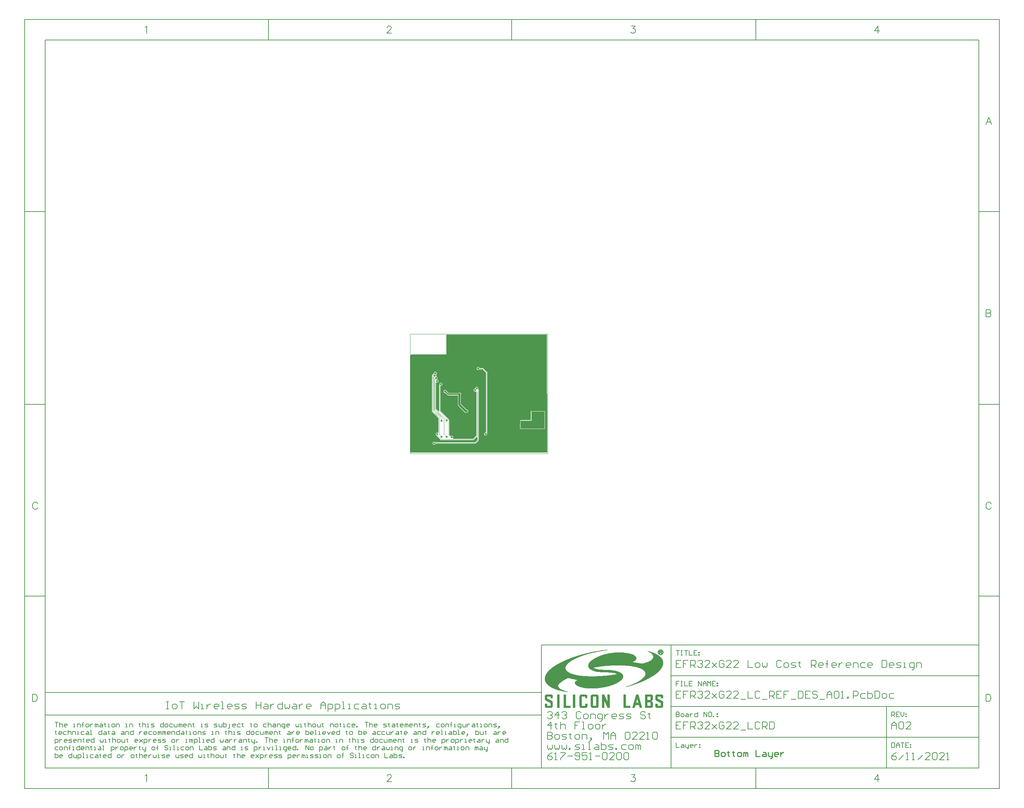
<source format=gbl>
G04*
G04 #@! TF.GenerationSoftware,Altium Limited,Altium Designer,19.1.7 (138)*
G04*
G04 Layer_Physical_Order=2*
G04 Layer_Color=16711680*
%FSLAX25Y25*%
%MOIN*%
G70*
G01*
G75*
%ADD11C,0.00500*%
%ADD12C,0.01000*%
%ADD14C,0.00197*%
%ADD15C,0.00100*%
%ADD16C,0.00700*%
%ADD37C,0.00400*%
%ADD39C,0.02000*%
%ADD43C,0.01402*%
%ADD46C,0.00492*%
%ADD57C,0.01968*%
%ADD58R,0.12598X0.16535*%
%ADD59C,0.03000*%
G36*
X140452Y116138D02*
X140723Y1359D01*
X140370Y1005D01*
X7704Y1005D01*
X7694Y96310D01*
X8048Y96664D01*
X42398D01*
Y115646D01*
X42898Y116138D01*
X140452Y116138D01*
D02*
G37*
%LPC*%
G36*
X31783Y80036D02*
X31243Y79929D01*
X30785Y79623D01*
X30479Y79165D01*
X30372Y78626D01*
X30351Y78617D01*
X28892Y77158D01*
X28702Y76699D01*
Y41062D01*
X28892Y40603D01*
X34746Y34749D01*
Y20550D01*
X34246Y20283D01*
X34049Y20414D01*
X33509Y20521D01*
X32969Y20414D01*
X32511Y20108D01*
X32205Y19650D01*
X32098Y19110D01*
X32205Y18570D01*
X32511Y18112D01*
X32969Y17806D01*
X33160Y17768D01*
X33291Y17452D01*
X37495Y13248D01*
X37954Y13058D01*
X68789D01*
X69248Y13248D01*
X72370Y16369D01*
X72870Y16162D01*
Y13598D01*
X70396Y11124D01*
X31656D01*
X31553Y11278D01*
X31095Y11584D01*
X30555Y11691D01*
X30015Y11584D01*
X29557Y11278D01*
X29251Y10820D01*
X29144Y10280D01*
X29251Y9740D01*
X29557Y9282D01*
X30015Y8976D01*
X30555Y8869D01*
X31095Y8976D01*
X31553Y9282D01*
X31859Y9740D01*
X31876Y9826D01*
X70665D01*
X71124Y10016D01*
X73978Y12870D01*
X74168Y13329D01*
Y62547D01*
X73978Y63006D01*
X73467Y63517D01*
X73553Y63952D01*
X73446Y64492D01*
X73140Y64950D01*
X72682Y65256D01*
X72142Y65363D01*
X71602Y65256D01*
X71144Y64950D01*
X70838Y64492D01*
X70731Y63952D01*
X70365Y63643D01*
X69947Y63560D01*
X69489Y63254D01*
X69183Y62796D01*
X69076Y62256D01*
X69183Y61716D01*
X69489Y61258D01*
X69947Y60952D01*
X70487Y60845D01*
X70783Y60904D01*
X71752Y59935D01*
Y17588D01*
X68520Y14356D01*
X48871D01*
X48801Y14447D01*
X48912Y15122D01*
X48919Y15127D01*
X49225Y15585D01*
X49332Y16125D01*
X49225Y16665D01*
X48919Y17123D01*
X48461Y17429D01*
X47921Y17536D01*
X47381Y17429D01*
X46923Y17123D01*
X46710Y17102D01*
X45446Y18366D01*
Y32822D01*
X45256Y33282D01*
X36752Y41785D01*
Y65905D01*
X37140Y66325D01*
X37680Y66432D01*
X38138Y66738D01*
X38444Y67196D01*
X38551Y67736D01*
X38444Y68276D01*
X38138Y68734D01*
X37680Y69040D01*
X37140Y69147D01*
X36600Y69040D01*
X36142Y68734D01*
X35836Y68276D01*
X35729Y67736D01*
X35836Y67196D01*
X35846Y67181D01*
X35644Y66979D01*
X35454Y66520D01*
Y41551D01*
X35360Y41470D01*
X35005Y41292D01*
X32493Y43805D01*
Y68900D01*
X33024Y69431D01*
X33435Y69350D01*
X33975Y69457D01*
X34433Y69763D01*
X34739Y70221D01*
X34846Y70761D01*
X34739Y71301D01*
X34433Y71759D01*
X33975Y72065D01*
X33435Y72172D01*
X33136Y72113D01*
X33001Y72505D01*
X33083Y72633D01*
X33189Y72704D01*
X33438Y72870D01*
X33744Y73328D01*
X33851Y73868D01*
X33744Y74408D01*
X33438Y74866D01*
X32980Y75172D01*
X32921Y75184D01*
X32675Y75716D01*
X32782Y76256D01*
X32675Y76796D01*
X32375Y77245D01*
X32712Y77581D01*
X32781Y77627D01*
X33087Y78085D01*
X33194Y78625D01*
X33087Y79165D01*
X32781Y79623D01*
X32323Y79929D01*
X31783Y80036D01*
D02*
G37*
G36*
X41227Y62128D02*
X40687Y62021D01*
X40229Y61715D01*
X39923Y61257D01*
X39816Y60717D01*
X39923Y60177D01*
X40229Y59719D01*
X40687Y59413D01*
X41227Y59306D01*
X41464Y59353D01*
X43509Y57307D01*
X43874Y57064D01*
X44303Y56979D01*
X53751D01*
Y47971D01*
X53751Y47970D01*
X53860Y47424D01*
X54169Y46961D01*
X60543Y40588D01*
X60543Y40588D01*
X61006Y40278D01*
X61552Y40170D01*
X61552Y40170D01*
X62262D01*
X62413Y40140D01*
X62953Y40247D01*
X63411Y40553D01*
X63717Y41011D01*
X63722Y41036D01*
X63732Y41051D01*
X63840Y41597D01*
X63732Y42143D01*
X63422Y42606D01*
X62959Y42916D01*
X62413Y43024D01*
X62143D01*
X56606Y48562D01*
Y57362D01*
X56739Y57561D01*
X56846Y58101D01*
X56739Y58641D01*
X56433Y59099D01*
X55975Y59405D01*
X55435Y59512D01*
X54895Y59405D01*
X54623Y59223D01*
X44768D01*
X42481Y61511D01*
X42265Y61654D01*
X42225Y61715D01*
X41767Y62021D01*
X41227Y62128D01*
D02*
G37*
G36*
X138422Y41414D02*
X125024D01*
Y32729D01*
X114947D01*
X114641Y32602D01*
X114514Y32296D01*
X114514Y28333D01*
X114256Y27947D01*
X114149Y27407D01*
X114256Y26867D01*
X114514Y26481D01*
Y24616D01*
X114641Y24310D01*
X114947Y24183D01*
X125024Y24183D01*
Y24078D01*
X138422D01*
Y41414D01*
D02*
G37*
G36*
X73571Y84569D02*
X73031Y84461D01*
X72573Y84155D01*
X72267Y83698D01*
X72159Y83157D01*
X72267Y82617D01*
X72573Y82160D01*
X73031Y81853D01*
X73571Y81746D01*
X74111Y81853D01*
X74569Y82160D01*
X74573Y82166D01*
X74597Y82161D01*
X74597Y82161D01*
X78283D01*
X81242Y79202D01*
Y20997D01*
X80855Y20680D01*
X80782Y20694D01*
X80242Y20587D01*
X79784Y20281D01*
X79478Y19823D01*
X79371Y19283D01*
X79478Y18743D01*
X79784Y18285D01*
X80242Y17979D01*
X80782Y17872D01*
X81322Y17979D01*
X81780Y18285D01*
X82086Y18743D01*
X82193Y19283D01*
X82129Y19606D01*
X82366Y19842D01*
X82366Y19842D01*
X82509Y20056D01*
X82559Y20308D01*
X82559Y20308D01*
Y79475D01*
X82559Y79475D01*
X82509Y79727D01*
X82366Y79941D01*
X79021Y83286D01*
X78808Y83429D01*
X78556Y83479D01*
X78556Y83479D01*
X74918D01*
X74875Y83698D01*
X74569Y84155D01*
X74111Y84461D01*
X73571Y84569D01*
D02*
G37*
%LPD*%
G36*
X126922Y24616D02*
X114947Y24616D01*
X114947Y32296D01*
X126922D01*
X126922Y24616D01*
D02*
G37*
D11*
X-348447Y-232713D02*
X135353D01*
X344053Y-326503D02*
Y-306503D01*
X261553D02*
Y-246503D01*
X471553Y-306503D02*
Y-246503D01*
X135353Y-306503D02*
Y-186503D01*
X561553Y-306503D02*
Y-186503D01*
X261553D02*
X561553D01*
X261553Y-246503D02*
Y-186503D01*
X135353D02*
X261553D01*
X261353Y-246503D02*
X561553D01*
X261353Y-276503D02*
X561553D01*
X111553Y-306503D02*
X561553D01*
X261353Y-216503D02*
X561853D01*
X-28447Y-306503D02*
X135353D01*
X106353Y-326503D02*
Y-306503D01*
X-130847Y-326503D02*
Y-306503D01*
X-368447Y-138903D02*
X-348447D01*
X-368447Y48297D02*
X-348447D01*
X-368447Y236297D02*
X-348447D01*
X-368447Y-326503D02*
Y423497D01*
X-348447Y-306503D02*
X561553D01*
X-348447D02*
Y403497D01*
X-368447Y-326503D02*
X581553D01*
X344053Y403497D02*
Y423497D01*
X106353Y403497D02*
Y423497D01*
X-130847Y403497D02*
Y423497D01*
X-368447D02*
X581553D01*
X-348447Y403497D02*
X561553D01*
Y-138903D02*
X581553D01*
X561553Y48297D02*
X581553D01*
X561553Y236297D02*
X581553D01*
X561553Y-306503D02*
Y403497D01*
X581553Y-326503D02*
Y423497D01*
X-348447Y-254903D02*
X135353D01*
X269552Y-222004D02*
X266553D01*
Y-224254D01*
X268053D01*
X266553D01*
Y-226503D01*
X271052Y-222004D02*
X272551D01*
X271801D01*
Y-226503D01*
X271052D01*
X272551D01*
X274800Y-222004D02*
Y-226503D01*
X277799D01*
X282298Y-222004D02*
X279299D01*
Y-226503D01*
X282298D01*
X279299Y-224254D02*
X280798D01*
X288296Y-226503D02*
Y-222004D01*
X291295Y-226503D01*
Y-222004D01*
X292794Y-226503D02*
Y-223504D01*
X294294Y-222004D01*
X295794Y-223504D01*
Y-226503D01*
Y-224254D01*
X292794D01*
X297293Y-226503D02*
Y-222004D01*
X298793Y-223504D01*
X300292Y-222004D01*
Y-226503D01*
X304791Y-222004D02*
X301792D01*
Y-226503D01*
X304791D01*
X301792Y-224254D02*
X303291D01*
X306290Y-223504D02*
X307040D01*
Y-224254D01*
X306290D01*
Y-223504D01*
Y-225753D02*
X307040D01*
Y-226503D01*
X306290D01*
Y-225753D01*
X266553Y-192004D02*
X269552D01*
X268053D01*
Y-196503D01*
X271052Y-192004D02*
X272551D01*
X271801D01*
Y-196503D01*
X271052D01*
X272551D01*
X274800Y-192004D02*
X277799D01*
X276300D01*
Y-196503D01*
X279299Y-192004D02*
Y-196503D01*
X282298D01*
X286796Y-192004D02*
X283797D01*
Y-196503D01*
X286796D01*
X283797Y-194254D02*
X285297D01*
X288296Y-193504D02*
X289046D01*
Y-194254D01*
X288296D01*
Y-193504D01*
Y-195753D02*
X289046D01*
Y-196503D01*
X288296D01*
Y-195753D01*
X266553Y-252004D02*
Y-256503D01*
X268802D01*
X269552Y-255753D01*
Y-255003D01*
X268802Y-254254D01*
X266553D01*
X268802D01*
X269552Y-253504D01*
Y-252754D01*
X268802Y-252004D01*
X266553D01*
X271801Y-256503D02*
X273301D01*
X274051Y-255753D01*
Y-254254D01*
X273301Y-253504D01*
X271801D01*
X271052Y-254254D01*
Y-255753D01*
X271801Y-256503D01*
X276300Y-253504D02*
X277799D01*
X278549Y-254254D01*
Y-256503D01*
X276300D01*
X275550Y-255753D01*
X276300Y-255003D01*
X278549D01*
X280049Y-253504D02*
Y-256503D01*
Y-255003D01*
X280798Y-254254D01*
X281548Y-253504D01*
X282298D01*
X287546Y-252004D02*
Y-256503D01*
X285297D01*
X284547Y-255753D01*
Y-254254D01*
X285297Y-253504D01*
X287546D01*
X293544Y-256503D02*
Y-252004D01*
X296543Y-256503D01*
Y-252004D01*
X300292D02*
X298793D01*
X298043Y-252754D01*
Y-255753D01*
X298793Y-256503D01*
X300292D01*
X301042Y-255753D01*
Y-252754D01*
X300292Y-252004D01*
X302541Y-256503D02*
Y-255753D01*
X303291D01*
Y-256503D01*
X302541D01*
X306290Y-253504D02*
X307040D01*
Y-254254D01*
X306290D01*
Y-253504D01*
Y-255753D02*
X307040D01*
Y-256503D01*
X306290D01*
Y-255753D01*
X476553Y-256503D02*
Y-252004D01*
X478802D01*
X479552Y-252754D01*
Y-254254D01*
X478802Y-255003D01*
X476553D01*
X478053D02*
X479552Y-256503D01*
X484051Y-252004D02*
X481052D01*
Y-256503D01*
X484051D01*
X481052Y-254254D02*
X482551D01*
X485550Y-252004D02*
Y-255003D01*
X487050Y-256503D01*
X488549Y-255003D01*
Y-252004D01*
X490049Y-253504D02*
X490798D01*
Y-254254D01*
X490049D01*
Y-253504D01*
Y-255753D02*
X490798D01*
Y-256503D01*
X490049D01*
Y-255753D01*
X476553Y-282004D02*
Y-286503D01*
X478802D01*
X479552Y-285753D01*
Y-282754D01*
X478802Y-282004D01*
X476553D01*
X481052Y-286503D02*
Y-283504D01*
X482551Y-282004D01*
X484051Y-283504D01*
Y-286503D01*
Y-284254D01*
X481052D01*
X485550Y-282004D02*
X488549D01*
X487050D01*
Y-286503D01*
X493048Y-282004D02*
X490049D01*
Y-286503D01*
X493048D01*
X490049Y-284254D02*
X491548D01*
X494547Y-283504D02*
X495297D01*
Y-284254D01*
X494547D01*
Y-283504D01*
Y-285753D02*
X495297D01*
Y-286503D01*
X494547D01*
Y-285753D01*
X266553Y-282004D02*
Y-286503D01*
X269552D01*
X271801Y-283504D02*
X273301D01*
X274051Y-284254D01*
Y-286503D01*
X271801D01*
X271052Y-285753D01*
X271801Y-285003D01*
X274051D01*
X275550Y-283504D02*
Y-285753D01*
X276300Y-286503D01*
X278549D01*
Y-287253D01*
X277799Y-288002D01*
X277050D01*
X278549Y-286503D02*
Y-283504D01*
X282298Y-286503D02*
X280798D01*
X280049Y-285753D01*
Y-284254D01*
X280798Y-283504D01*
X282298D01*
X283048Y-284254D01*
Y-285003D01*
X280049D01*
X284547Y-283504D02*
Y-286503D01*
Y-285003D01*
X285297Y-284254D01*
X286047Y-283504D01*
X286796D01*
X289046D02*
X289795D01*
Y-284254D01*
X289046D01*
Y-283504D01*
Y-285753D02*
X289795D01*
Y-286503D01*
X289046D01*
Y-285753D01*
X-338947Y-262004D02*
X-335948D01*
X-337448D01*
Y-266503D01*
X-334449Y-262004D02*
Y-266503D01*
Y-264254D01*
X-333699Y-263504D01*
X-332199D01*
X-331449Y-264254D01*
Y-266503D01*
X-327701D02*
X-329200D01*
X-329950Y-265753D01*
Y-264254D01*
X-329200Y-263504D01*
X-327701D01*
X-326951Y-264254D01*
Y-265003D01*
X-329950D01*
X-320953Y-266503D02*
X-319453D01*
X-320203D01*
Y-263504D01*
X-320953D01*
X-317204Y-266503D02*
Y-263504D01*
X-314955D01*
X-314205Y-264254D01*
Y-266503D01*
X-311956D02*
Y-262754D01*
Y-264254D01*
X-312705D01*
X-311206D01*
X-311956D01*
Y-262754D01*
X-311206Y-262004D01*
X-308207Y-266503D02*
X-306707D01*
X-305958Y-265753D01*
Y-264254D01*
X-306707Y-263504D01*
X-308207D01*
X-308957Y-264254D01*
Y-265753D01*
X-308207Y-266503D01*
X-304458Y-263504D02*
Y-266503D01*
Y-265003D01*
X-303708Y-264254D01*
X-302959Y-263504D01*
X-302209D01*
X-299960Y-266503D02*
Y-263504D01*
X-299210D01*
X-298460Y-264254D01*
Y-266503D01*
Y-264254D01*
X-297710Y-263504D01*
X-296960Y-264254D01*
Y-266503D01*
X-294711Y-263504D02*
X-293212D01*
X-292462Y-264254D01*
Y-266503D01*
X-294711D01*
X-295461Y-265753D01*
X-294711Y-265003D01*
X-292462D01*
X-290213Y-262754D02*
Y-263504D01*
X-290963D01*
X-289463D01*
X-290213D01*
Y-265753D01*
X-289463Y-266503D01*
X-287214D02*
X-285714D01*
X-286464D01*
Y-263504D01*
X-287214D01*
X-282715Y-266503D02*
X-281216D01*
X-280466Y-265753D01*
Y-264254D01*
X-281216Y-263504D01*
X-282715D01*
X-283465Y-264254D01*
Y-265753D01*
X-282715Y-266503D01*
X-278966D02*
Y-263504D01*
X-276717D01*
X-275967Y-264254D01*
Y-266503D01*
X-269969D02*
X-268470D01*
X-269219D01*
Y-263504D01*
X-269969D01*
X-266220Y-266503D02*
Y-263504D01*
X-263971D01*
X-263221Y-264254D01*
Y-266503D01*
X-256474Y-262754D02*
Y-263504D01*
X-257223D01*
X-255724D01*
X-256474D01*
Y-265753D01*
X-255724Y-266503D01*
X-253475Y-262004D02*
Y-266503D01*
Y-264254D01*
X-252725Y-263504D01*
X-251225D01*
X-250476Y-264254D01*
Y-266503D01*
X-248976D02*
X-247477D01*
X-248226D01*
Y-263504D01*
X-248976D01*
X-245227Y-266503D02*
X-242978D01*
X-242228Y-265753D01*
X-242978Y-265003D01*
X-244478D01*
X-245227Y-264254D01*
X-244478Y-263504D01*
X-242228D01*
X-233231Y-262004D02*
Y-266503D01*
X-235480D01*
X-236230Y-265753D01*
Y-264254D01*
X-235480Y-263504D01*
X-233231D01*
X-230982Y-266503D02*
X-229482D01*
X-228732Y-265753D01*
Y-264254D01*
X-229482Y-263504D01*
X-230982D01*
X-231732Y-264254D01*
Y-265753D01*
X-230982Y-266503D01*
X-224234Y-263504D02*
X-226483D01*
X-227233Y-264254D01*
Y-265753D01*
X-226483Y-266503D01*
X-224234D01*
X-222734Y-263504D02*
Y-265753D01*
X-221985Y-266503D01*
X-219735D01*
Y-263504D01*
X-218236Y-266503D02*
Y-263504D01*
X-217486D01*
X-216736Y-264254D01*
Y-266503D01*
Y-264254D01*
X-215987Y-263504D01*
X-215237Y-264254D01*
Y-266503D01*
X-211488D02*
X-212988D01*
X-213737Y-265753D01*
Y-264254D01*
X-212988Y-263504D01*
X-211488D01*
X-210738Y-264254D01*
Y-265003D01*
X-213737D01*
X-209239Y-266503D02*
Y-263504D01*
X-206990D01*
X-206240Y-264254D01*
Y-266503D01*
X-203991Y-262754D02*
Y-263504D01*
X-204740D01*
X-203241D01*
X-203991D01*
Y-265753D01*
X-203241Y-266503D01*
X-196493D02*
X-194993D01*
X-195743D01*
Y-263504D01*
X-196493D01*
X-192744Y-266503D02*
X-190495D01*
X-189745Y-265753D01*
X-190495Y-265003D01*
X-191994D01*
X-192744Y-264254D01*
X-191994Y-263504D01*
X-189745D01*
X-183747Y-266503D02*
X-181498D01*
X-180748Y-265753D01*
X-181498Y-265003D01*
X-182997D01*
X-183747Y-264254D01*
X-182997Y-263504D01*
X-180748D01*
X-179248D02*
Y-265753D01*
X-178499Y-266503D01*
X-176250D01*
Y-263504D01*
X-174750Y-262004D02*
Y-266503D01*
X-172501D01*
X-171751Y-265753D01*
Y-265003D01*
Y-264254D01*
X-172501Y-263504D01*
X-174750D01*
X-170251Y-268003D02*
X-169502D01*
X-168752Y-267253D01*
Y-263504D01*
X-163504Y-266503D02*
X-165003D01*
X-165753Y-265753D01*
Y-264254D01*
X-165003Y-263504D01*
X-163504D01*
X-162754Y-264254D01*
Y-265003D01*
X-165753D01*
X-158255Y-263504D02*
X-160504D01*
X-161254Y-264254D01*
Y-265753D01*
X-160504Y-266503D01*
X-158255D01*
X-156006Y-262754D02*
Y-263504D01*
X-156756D01*
X-155256D01*
X-156006D01*
Y-265753D01*
X-155256Y-266503D01*
X-147759Y-262754D02*
Y-263504D01*
X-148508D01*
X-147009D01*
X-147759D01*
Y-265753D01*
X-147009Y-266503D01*
X-144010D02*
X-142510D01*
X-141761Y-265753D01*
Y-264254D01*
X-142510Y-263504D01*
X-144010D01*
X-144760Y-264254D01*
Y-265753D01*
X-144010Y-266503D01*
X-132764Y-263504D02*
X-135013D01*
X-135763Y-264254D01*
Y-265753D01*
X-135013Y-266503D01*
X-132764D01*
X-131264Y-262004D02*
Y-266503D01*
Y-264254D01*
X-130514Y-263504D01*
X-129015D01*
X-128265Y-264254D01*
Y-266503D01*
X-126016Y-263504D02*
X-124516D01*
X-123766Y-264254D01*
Y-266503D01*
X-126016D01*
X-126765Y-265753D01*
X-126016Y-265003D01*
X-123766D01*
X-122267Y-266503D02*
Y-263504D01*
X-120018D01*
X-119268Y-264254D01*
Y-266503D01*
X-116269Y-268003D02*
X-115519D01*
X-114769Y-267253D01*
Y-263504D01*
X-117019D01*
X-117768Y-264254D01*
Y-265753D01*
X-117019Y-266503D01*
X-114769D01*
X-111021D02*
X-112520D01*
X-113270Y-265753D01*
Y-264254D01*
X-112520Y-263504D01*
X-111021D01*
X-110271Y-264254D01*
Y-265003D01*
X-113270D01*
X-104273Y-263504D02*
Y-265753D01*
X-103523Y-266503D01*
X-102773Y-265753D01*
X-102023Y-266503D01*
X-101274Y-265753D01*
Y-263504D01*
X-99774Y-266503D02*
X-98275D01*
X-99024D01*
Y-263504D01*
X-99774D01*
X-95276Y-262754D02*
Y-263504D01*
X-96025D01*
X-94526D01*
X-95276D01*
Y-265753D01*
X-94526Y-266503D01*
X-92277Y-262004D02*
Y-266503D01*
Y-264254D01*
X-91527Y-263504D01*
X-90027D01*
X-89277Y-264254D01*
Y-266503D01*
X-87028D02*
X-85529D01*
X-84779Y-265753D01*
Y-264254D01*
X-85529Y-263504D01*
X-87028D01*
X-87778Y-264254D01*
Y-265753D01*
X-87028Y-266503D01*
X-83279Y-263504D02*
Y-265753D01*
X-82530Y-266503D01*
X-80280D01*
Y-263504D01*
X-78031Y-262754D02*
Y-263504D01*
X-78781D01*
X-77281D01*
X-78031D01*
Y-265753D01*
X-77281Y-266503D01*
X-70534D02*
Y-263504D01*
X-68284D01*
X-67535Y-264254D01*
Y-266503D01*
X-65285D02*
X-63786D01*
X-63036Y-265753D01*
Y-264254D01*
X-63786Y-263504D01*
X-65285D01*
X-66035Y-264254D01*
Y-265753D01*
X-65285Y-266503D01*
X-60787Y-262754D02*
Y-263504D01*
X-61536D01*
X-60037D01*
X-60787D01*
Y-265753D01*
X-60037Y-266503D01*
X-57788D02*
X-56288D01*
X-57038D01*
Y-263504D01*
X-57788D01*
X-51040D02*
X-53289D01*
X-54039Y-264254D01*
Y-265753D01*
X-53289Y-266503D01*
X-51040D01*
X-47291D02*
X-48791D01*
X-49540Y-265753D01*
Y-264254D01*
X-48791Y-263504D01*
X-47291D01*
X-46541Y-264254D01*
Y-265003D01*
X-49540D01*
X-45042Y-266503D02*
Y-265753D01*
X-44292D01*
Y-266503D01*
X-45042D01*
X-36794Y-262004D02*
X-33795D01*
X-35295D01*
Y-266503D01*
X-32296Y-262004D02*
Y-266503D01*
Y-264254D01*
X-31546Y-263504D01*
X-30047D01*
X-29297Y-264254D01*
Y-266503D01*
X-25548D02*
X-27048D01*
X-27797Y-265753D01*
Y-264254D01*
X-27048Y-263504D01*
X-25548D01*
X-24798Y-264254D01*
Y-265003D01*
X-27797D01*
X-18800Y-266503D02*
X-16551D01*
X-15801Y-265753D01*
X-16551Y-265003D01*
X-18050D01*
X-18800Y-264254D01*
X-18050Y-263504D01*
X-15801D01*
X-13552Y-262754D02*
Y-263504D01*
X-14302D01*
X-12802D01*
X-13552D01*
Y-265753D01*
X-12802Y-266503D01*
X-9803Y-263504D02*
X-8304D01*
X-7554Y-264254D01*
Y-266503D01*
X-9803D01*
X-10553Y-265753D01*
X-9803Y-265003D01*
X-7554D01*
X-5305Y-262754D02*
Y-263504D01*
X-6054D01*
X-4555D01*
X-5305D01*
Y-265753D01*
X-4555Y-266503D01*
X-56D02*
X-1556D01*
X-2306Y-265753D01*
Y-264254D01*
X-1556Y-263504D01*
X-56D01*
X693Y-264254D01*
Y-265003D01*
X-2306D01*
X2193Y-266503D02*
Y-263504D01*
X2943D01*
X3692Y-264254D01*
Y-266503D01*
Y-264254D01*
X4442Y-263504D01*
X5192Y-264254D01*
Y-266503D01*
X8941D02*
X7441D01*
X6692Y-265753D01*
Y-264254D01*
X7441Y-263504D01*
X8941D01*
X9691Y-264254D01*
Y-265003D01*
X6692D01*
X11190Y-266503D02*
Y-263504D01*
X13439D01*
X14189Y-264254D01*
Y-266503D01*
X16438Y-262754D02*
Y-263504D01*
X15689D01*
X17188D01*
X16438D01*
Y-265753D01*
X17188Y-266503D01*
X19437D02*
X21687D01*
X22436Y-265753D01*
X21687Y-265003D01*
X20187D01*
X19437Y-264254D01*
X20187Y-263504D01*
X22436D01*
X24686Y-267253D02*
X25436Y-266503D01*
Y-265753D01*
X24686D01*
Y-266503D01*
X25436D01*
X24686Y-267253D01*
X23936Y-268003D01*
X35932Y-263504D02*
X33683D01*
X32933Y-264254D01*
Y-265753D01*
X33683Y-266503D01*
X35932D01*
X38181D02*
X39681D01*
X40431Y-265753D01*
Y-264254D01*
X39681Y-263504D01*
X38181D01*
X37432Y-264254D01*
Y-265753D01*
X38181Y-266503D01*
X41930D02*
Y-263504D01*
X44179D01*
X44929Y-264254D01*
Y-266503D01*
X47179D02*
Y-262754D01*
Y-264254D01*
X46429D01*
X47928D01*
X47179D01*
Y-262754D01*
X47928Y-262004D01*
X50178Y-266503D02*
X51677D01*
X50927D01*
Y-263504D01*
X50178D01*
X55426Y-268003D02*
X56176D01*
X56925Y-267253D01*
Y-263504D01*
X54676D01*
X53926Y-264254D01*
Y-265753D01*
X54676Y-266503D01*
X56925D01*
X58425Y-263504D02*
Y-265753D01*
X59175Y-266503D01*
X61424D01*
Y-263504D01*
X62923D02*
Y-266503D01*
Y-265003D01*
X63673Y-264254D01*
X64423Y-263504D01*
X65173D01*
X68172D02*
X69671D01*
X70421Y-264254D01*
Y-266503D01*
X68172D01*
X67422Y-265753D01*
X68172Y-265003D01*
X70421D01*
X72670Y-262754D02*
Y-263504D01*
X71921D01*
X73420D01*
X72670D01*
Y-265753D01*
X73420Y-266503D01*
X75669D02*
X77169D01*
X76419D01*
Y-263504D01*
X75669D01*
X80168Y-266503D02*
X81667D01*
X82417Y-265753D01*
Y-264254D01*
X81667Y-263504D01*
X80168D01*
X79418Y-264254D01*
Y-265753D01*
X80168Y-266503D01*
X83917D02*
Y-263504D01*
X86166D01*
X86916Y-264254D01*
Y-266503D01*
X88415D02*
X90664D01*
X91414Y-265753D01*
X90664Y-265003D01*
X89165D01*
X88415Y-264254D01*
X89165Y-263504D01*
X91414D01*
X93664Y-267253D02*
X94413Y-266503D01*
Y-265753D01*
X93664D01*
Y-266503D01*
X94413D01*
X93664Y-267253D01*
X92914Y-268003D01*
X-338197Y-270254D02*
Y-271004D01*
X-338947D01*
X-337448D01*
X-338197D01*
Y-273253D01*
X-337448Y-274003D01*
X-332949D02*
X-334449D01*
X-335198Y-273253D01*
Y-271754D01*
X-334449Y-271004D01*
X-332949D01*
X-332199Y-271754D01*
Y-272503D01*
X-335198D01*
X-327701Y-271004D02*
X-329950D01*
X-330700Y-271754D01*
Y-273253D01*
X-329950Y-274003D01*
X-327701D01*
X-326201Y-269504D02*
Y-274003D01*
Y-271754D01*
X-325451Y-271004D01*
X-323952D01*
X-323202Y-271754D01*
Y-274003D01*
X-321703D02*
Y-271004D01*
X-319453D01*
X-318704Y-271754D01*
Y-274003D01*
X-317204D02*
X-315704D01*
X-316454D01*
Y-271004D01*
X-317204D01*
X-310456D02*
X-312705D01*
X-313455Y-271754D01*
Y-273253D01*
X-312705Y-274003D01*
X-310456D01*
X-308207Y-271004D02*
X-306707D01*
X-305958Y-271754D01*
Y-274003D01*
X-308207D01*
X-308957Y-273253D01*
X-308207Y-272503D01*
X-305958D01*
X-304458Y-274003D02*
X-302959D01*
X-303708D01*
Y-269504D01*
X-304458D01*
X-293212D02*
Y-274003D01*
X-295461D01*
X-296211Y-273253D01*
Y-271754D01*
X-295461Y-271004D01*
X-293212D01*
X-290963D02*
X-289463D01*
X-288713Y-271754D01*
Y-274003D01*
X-290963D01*
X-291712Y-273253D01*
X-290963Y-272503D01*
X-288713D01*
X-286464Y-270254D02*
Y-271004D01*
X-287214D01*
X-285714D01*
X-286464D01*
Y-273253D01*
X-285714Y-274003D01*
X-282715Y-271004D02*
X-281216D01*
X-280466Y-271754D01*
Y-274003D01*
X-282715D01*
X-283465Y-273253D01*
X-282715Y-272503D01*
X-280466D01*
X-273718Y-271004D02*
X-272218D01*
X-271469Y-271754D01*
Y-274003D01*
X-273718D01*
X-274468Y-273253D01*
X-273718Y-272503D01*
X-271469D01*
X-269969Y-274003D02*
Y-271004D01*
X-267720D01*
X-266970Y-271754D01*
Y-274003D01*
X-262472Y-269504D02*
Y-274003D01*
X-264721D01*
X-265471Y-273253D01*
Y-271754D01*
X-264721Y-271004D01*
X-262472D01*
X-256474D02*
Y-274003D01*
Y-272503D01*
X-255724Y-271754D01*
X-254974Y-271004D01*
X-254224D01*
X-249726Y-274003D02*
X-251225D01*
X-251975Y-273253D01*
Y-271754D01*
X-251225Y-271004D01*
X-249726D01*
X-248976Y-271754D01*
Y-272503D01*
X-251975D01*
X-244478Y-271004D02*
X-246727D01*
X-247477Y-271754D01*
Y-273253D01*
X-246727Y-274003D01*
X-244478D01*
X-242228D02*
X-240729D01*
X-239979Y-273253D01*
Y-271754D01*
X-240729Y-271004D01*
X-242228D01*
X-242978Y-271754D01*
Y-273253D01*
X-242228Y-274003D01*
X-238479D02*
Y-271004D01*
X-237730D01*
X-236980Y-271754D01*
Y-274003D01*
Y-271754D01*
X-236230Y-271004D01*
X-235480Y-271754D01*
Y-274003D01*
X-233981D02*
Y-271004D01*
X-233231D01*
X-232481Y-271754D01*
Y-274003D01*
Y-271754D01*
X-231732Y-271004D01*
X-230982Y-271754D01*
Y-274003D01*
X-227233D02*
X-228732D01*
X-229482Y-273253D01*
Y-271754D01*
X-228732Y-271004D01*
X-227233D01*
X-226483Y-271754D01*
Y-272503D01*
X-229482D01*
X-224984Y-274003D02*
Y-271004D01*
X-222734D01*
X-221985Y-271754D01*
Y-274003D01*
X-217486Y-269504D02*
Y-274003D01*
X-219735D01*
X-220485Y-273253D01*
Y-271754D01*
X-219735Y-271004D01*
X-217486D01*
X-215237D02*
X-213737D01*
X-212988Y-271754D01*
Y-274003D01*
X-215237D01*
X-215987Y-273253D01*
X-215237Y-272503D01*
X-212988D01*
X-210738Y-270254D02*
Y-271004D01*
X-211488D01*
X-209989D01*
X-210738D01*
Y-273253D01*
X-209989Y-274003D01*
X-207739D02*
X-206240D01*
X-206990D01*
Y-271004D01*
X-207739D01*
X-203241Y-274003D02*
X-201741D01*
X-200992Y-273253D01*
Y-271754D01*
X-201741Y-271004D01*
X-203241D01*
X-203991Y-271754D01*
Y-273253D01*
X-203241Y-274003D01*
X-199492D02*
Y-271004D01*
X-197243D01*
X-196493Y-271754D01*
Y-274003D01*
X-194993D02*
X-192744D01*
X-191994Y-273253D01*
X-192744Y-272503D01*
X-194244D01*
X-194993Y-271754D01*
X-194244Y-271004D01*
X-191994D01*
X-185996Y-274003D02*
X-184497D01*
X-185247D01*
Y-271004D01*
X-185996D01*
X-182247Y-274003D02*
Y-271004D01*
X-179998D01*
X-179248Y-271754D01*
Y-274003D01*
X-172501Y-270254D02*
Y-271004D01*
X-173250D01*
X-171751D01*
X-172501D01*
Y-273253D01*
X-171751Y-274003D01*
X-169502Y-269504D02*
Y-274003D01*
Y-271754D01*
X-168752Y-271004D01*
X-167252D01*
X-166503Y-271754D01*
Y-274003D01*
X-165003D02*
X-163504D01*
X-164253D01*
Y-271004D01*
X-165003D01*
X-161254Y-274003D02*
X-159005D01*
X-158255Y-273253D01*
X-159005Y-272503D01*
X-160504D01*
X-161254Y-271754D01*
X-160504Y-271004D01*
X-158255D01*
X-149258Y-269504D02*
Y-274003D01*
X-151507D01*
X-152257Y-273253D01*
Y-271754D01*
X-151507Y-271004D01*
X-149258D01*
X-147009Y-274003D02*
X-145509D01*
X-144760Y-273253D01*
Y-271754D01*
X-145509Y-271004D01*
X-147009D01*
X-147759Y-271754D01*
Y-273253D01*
X-147009Y-274003D01*
X-140261Y-271004D02*
X-142510D01*
X-143260Y-271754D01*
Y-273253D01*
X-142510Y-274003D01*
X-140261D01*
X-138761Y-271004D02*
Y-273253D01*
X-138012Y-274003D01*
X-135763D01*
Y-271004D01*
X-134263Y-274003D02*
Y-271004D01*
X-133513D01*
X-132764Y-271754D01*
Y-274003D01*
Y-271754D01*
X-132014Y-271004D01*
X-131264Y-271754D01*
Y-274003D01*
X-127515D02*
X-129015D01*
X-129764Y-273253D01*
Y-271754D01*
X-129015Y-271004D01*
X-127515D01*
X-126765Y-271754D01*
Y-272503D01*
X-129764D01*
X-125266Y-274003D02*
Y-271004D01*
X-123017D01*
X-122267Y-271754D01*
Y-274003D01*
X-120018Y-270254D02*
Y-271004D01*
X-120767D01*
X-119268D01*
X-120018D01*
Y-273253D01*
X-119268Y-274003D01*
X-111770Y-271004D02*
X-110271D01*
X-109521Y-271754D01*
Y-274003D01*
X-111770D01*
X-112520Y-273253D01*
X-111770Y-272503D01*
X-109521D01*
X-108021Y-271004D02*
Y-274003D01*
Y-272503D01*
X-107272Y-271754D01*
X-106522Y-271004D01*
X-105772D01*
X-101274Y-274003D02*
X-102773D01*
X-103523Y-273253D01*
Y-271754D01*
X-102773Y-271004D01*
X-101274D01*
X-100524Y-271754D01*
Y-272503D01*
X-103523D01*
X-94526Y-269504D02*
Y-274003D01*
X-92277D01*
X-91527Y-273253D01*
Y-272503D01*
Y-271754D01*
X-92277Y-271004D01*
X-94526D01*
X-87778Y-274003D02*
X-89277D01*
X-90027Y-273253D01*
Y-271754D01*
X-89277Y-271004D01*
X-87778D01*
X-87028Y-271754D01*
Y-272503D01*
X-90027D01*
X-85529Y-274003D02*
X-84029D01*
X-84779D01*
Y-269504D01*
X-85529D01*
X-81780Y-274003D02*
X-80280D01*
X-81030D01*
Y-271004D01*
X-81780D01*
X-75782Y-274003D02*
X-77281D01*
X-78031Y-273253D01*
Y-271754D01*
X-77281Y-271004D01*
X-75782D01*
X-75032Y-271754D01*
Y-272503D01*
X-78031D01*
X-73533Y-271004D02*
X-72033Y-274003D01*
X-70534Y-271004D01*
X-66785Y-274003D02*
X-68284D01*
X-69034Y-273253D01*
Y-271754D01*
X-68284Y-271004D01*
X-66785D01*
X-66035Y-271754D01*
Y-272503D01*
X-69034D01*
X-61536Y-269504D02*
Y-274003D01*
X-63786D01*
X-64535Y-273253D01*
Y-271754D01*
X-63786Y-271004D01*
X-61536D01*
X-54789Y-270254D02*
Y-271004D01*
X-55538D01*
X-54039D01*
X-54789D01*
Y-273253D01*
X-54039Y-274003D01*
X-51040D02*
X-49540D01*
X-48791Y-273253D01*
Y-271754D01*
X-49540Y-271004D01*
X-51040D01*
X-51790Y-271754D01*
Y-273253D01*
X-51040Y-274003D01*
X-42792Y-269504D02*
Y-274003D01*
X-40543D01*
X-39794Y-273253D01*
Y-272503D01*
Y-271754D01*
X-40543Y-271004D01*
X-42792D01*
X-36045Y-274003D02*
X-37544D01*
X-38294Y-273253D01*
Y-271754D01*
X-37544Y-271004D01*
X-36045D01*
X-35295Y-271754D01*
Y-272503D01*
X-38294D01*
X-28547Y-271004D02*
X-27048D01*
X-26298Y-271754D01*
Y-274003D01*
X-28547D01*
X-29297Y-273253D01*
X-28547Y-272503D01*
X-26298D01*
X-21799Y-271004D02*
X-24048D01*
X-24798Y-271754D01*
Y-273253D01*
X-24048Y-274003D01*
X-21799D01*
X-17301Y-271004D02*
X-19550D01*
X-20300Y-271754D01*
Y-273253D01*
X-19550Y-274003D01*
X-17301D01*
X-15801Y-271004D02*
Y-273253D01*
X-15051Y-274003D01*
X-12802D01*
Y-271004D01*
X-11303D02*
Y-274003D01*
Y-272503D01*
X-10553Y-271754D01*
X-9803Y-271004D01*
X-9053D01*
X-6054D02*
X-4555D01*
X-3805Y-271754D01*
Y-274003D01*
X-6054D01*
X-6804Y-273253D01*
X-6054Y-272503D01*
X-3805D01*
X-1556Y-270254D02*
Y-271004D01*
X-2306D01*
X-806D01*
X-1556D01*
Y-273253D01*
X-806Y-274003D01*
X3692D02*
X2193D01*
X1443Y-273253D01*
Y-271754D01*
X2193Y-271004D01*
X3692D01*
X4442Y-271754D01*
Y-272503D01*
X1443D01*
X11190Y-271004D02*
X12690D01*
X13439Y-271754D01*
Y-274003D01*
X11190D01*
X10440Y-273253D01*
X11190Y-272503D01*
X13439D01*
X14939Y-274003D02*
Y-271004D01*
X17188D01*
X17938Y-271754D01*
Y-274003D01*
X22436Y-269504D02*
Y-274003D01*
X20187D01*
X19437Y-273253D01*
Y-271754D01*
X20187Y-271004D01*
X22436D01*
X28435D02*
Y-274003D01*
Y-272503D01*
X29184Y-271754D01*
X29934Y-271004D01*
X30684D01*
X35182Y-274003D02*
X33683D01*
X32933Y-273253D01*
Y-271754D01*
X33683Y-271004D01*
X35182D01*
X35932Y-271754D01*
Y-272503D01*
X32933D01*
X37432Y-274003D02*
X38931D01*
X38181D01*
Y-269504D01*
X37432D01*
X41181Y-274003D02*
X42680D01*
X41930D01*
Y-271004D01*
X41181D01*
X45679D02*
X47179D01*
X47928Y-271754D01*
Y-274003D01*
X45679D01*
X44929Y-273253D01*
X45679Y-272503D01*
X47928D01*
X49428Y-269504D02*
Y-274003D01*
X51677D01*
X52427Y-273253D01*
Y-272503D01*
Y-271754D01*
X51677Y-271004D01*
X49428D01*
X53926Y-274003D02*
X55426D01*
X54676D01*
Y-269504D01*
X53926D01*
X59924Y-274003D02*
X58425D01*
X57675Y-273253D01*
Y-271754D01*
X58425Y-271004D01*
X59924D01*
X60674Y-271754D01*
Y-272503D01*
X57675D01*
X62923Y-274753D02*
X63673Y-274003D01*
Y-273253D01*
X62923D01*
Y-274003D01*
X63673D01*
X62923Y-274753D01*
X62174Y-275502D01*
X71171Y-269504D02*
Y-274003D01*
X73420D01*
X74170Y-273253D01*
Y-272503D01*
Y-271754D01*
X73420Y-271004D01*
X71171D01*
X75669D02*
Y-273253D01*
X76419Y-274003D01*
X78668D01*
Y-271004D01*
X80918Y-270254D02*
Y-271004D01*
X80168D01*
X81667D01*
X80918D01*
Y-273253D01*
X81667Y-274003D01*
X89165Y-271004D02*
X90664D01*
X91414Y-271754D01*
Y-274003D01*
X89165D01*
X88415Y-273253D01*
X89165Y-272503D01*
X91414D01*
X92914Y-271004D02*
Y-274003D01*
Y-272503D01*
X93664Y-271754D01*
X94413Y-271004D01*
X95163D01*
X99662Y-274003D02*
X98162D01*
X97412Y-273253D01*
Y-271754D01*
X98162Y-271004D01*
X99662D01*
X100411Y-271754D01*
Y-272503D01*
X97412D01*
X-338947Y-283002D02*
Y-278504D01*
X-336698D01*
X-335948Y-279254D01*
Y-280753D01*
X-336698Y-281503D01*
X-338947D01*
X-334449Y-278504D02*
Y-281503D01*
Y-280003D01*
X-333699Y-279254D01*
X-332949Y-278504D01*
X-332199D01*
X-327701Y-281503D02*
X-329200D01*
X-329950Y-280753D01*
Y-279254D01*
X-329200Y-278504D01*
X-327701D01*
X-326951Y-279254D01*
Y-280003D01*
X-329950D01*
X-325451Y-281503D02*
X-323202D01*
X-322452Y-280753D01*
X-323202Y-280003D01*
X-324702D01*
X-325451Y-279254D01*
X-324702Y-278504D01*
X-322452D01*
X-318704Y-281503D02*
X-320203D01*
X-320953Y-280753D01*
Y-279254D01*
X-320203Y-278504D01*
X-318704D01*
X-317954Y-279254D01*
Y-280003D01*
X-320953D01*
X-316454Y-281503D02*
Y-278504D01*
X-314205D01*
X-313455Y-279254D01*
Y-281503D01*
X-311206Y-277754D02*
Y-278504D01*
X-311956D01*
X-310456D01*
X-311206D01*
Y-280753D01*
X-310456Y-281503D01*
X-305958D02*
X-307457D01*
X-308207Y-280753D01*
Y-279254D01*
X-307457Y-278504D01*
X-305958D01*
X-305208Y-279254D01*
Y-280003D01*
X-308207D01*
X-300709Y-277004D02*
Y-281503D01*
X-302959D01*
X-303708Y-280753D01*
Y-279254D01*
X-302959Y-278504D01*
X-300709D01*
X-294711D02*
Y-280753D01*
X-293962Y-281503D01*
X-293212Y-280753D01*
X-292462Y-281503D01*
X-291712Y-280753D01*
Y-278504D01*
X-290213Y-281503D02*
X-288713D01*
X-289463D01*
Y-278504D01*
X-290213D01*
X-285714Y-277754D02*
Y-278504D01*
X-286464D01*
X-284964D01*
X-285714D01*
Y-280753D01*
X-284964Y-281503D01*
X-282715Y-277004D02*
Y-281503D01*
Y-279254D01*
X-281965Y-278504D01*
X-280466D01*
X-279716Y-279254D01*
Y-281503D01*
X-277467D02*
X-275967D01*
X-275218Y-280753D01*
Y-279254D01*
X-275967Y-278504D01*
X-277467D01*
X-278217Y-279254D01*
Y-280753D01*
X-277467Y-281503D01*
X-273718Y-278504D02*
Y-280753D01*
X-272968Y-281503D01*
X-270719D01*
Y-278504D01*
X-268470Y-277754D02*
Y-278504D01*
X-269219D01*
X-267720D01*
X-268470D01*
Y-280753D01*
X-267720Y-281503D01*
X-258723D02*
X-260222D01*
X-260972Y-280753D01*
Y-279254D01*
X-260222Y-278504D01*
X-258723D01*
X-257973Y-279254D01*
Y-280003D01*
X-260972D01*
X-256474Y-278504D02*
X-253475Y-281503D01*
X-254974Y-280003D01*
X-253475Y-278504D01*
X-256474Y-281503D01*
X-251975Y-283002D02*
Y-278504D01*
X-249726D01*
X-248976Y-279254D01*
Y-280753D01*
X-249726Y-281503D01*
X-251975D01*
X-247477Y-278504D02*
Y-281503D01*
Y-280003D01*
X-246727Y-279254D01*
X-245977Y-278504D01*
X-245227D01*
X-240729Y-281503D02*
X-242228D01*
X-242978Y-280753D01*
Y-279254D01*
X-242228Y-278504D01*
X-240729D01*
X-239979Y-279254D01*
Y-280003D01*
X-242978D01*
X-238479Y-281503D02*
X-236230D01*
X-235480Y-280753D01*
X-236230Y-280003D01*
X-237730D01*
X-238479Y-279254D01*
X-237730Y-278504D01*
X-235480D01*
X-233981Y-281503D02*
X-231732D01*
X-230982Y-280753D01*
X-231732Y-280003D01*
X-233231D01*
X-233981Y-279254D01*
X-233231Y-278504D01*
X-230982D01*
X-224234Y-281503D02*
X-222734D01*
X-221985Y-280753D01*
Y-279254D01*
X-222734Y-278504D01*
X-224234D01*
X-224984Y-279254D01*
Y-280753D01*
X-224234Y-281503D01*
X-220485Y-278504D02*
Y-281503D01*
Y-280003D01*
X-219735Y-279254D01*
X-218986Y-278504D01*
X-218236D01*
X-211488Y-281503D02*
X-209989D01*
X-210738D01*
Y-278504D01*
X-211488D01*
X-207739Y-281503D02*
Y-278504D01*
X-206990D01*
X-206240Y-279254D01*
Y-281503D01*
Y-279254D01*
X-205490Y-278504D01*
X-204740Y-279254D01*
Y-281503D01*
X-203241Y-283002D02*
Y-278504D01*
X-200992D01*
X-200242Y-279254D01*
Y-280753D01*
X-200992Y-281503D01*
X-203241D01*
X-198742D02*
X-197243D01*
X-197992D01*
Y-277004D01*
X-198742D01*
X-194993Y-281503D02*
X-193494D01*
X-194244D01*
Y-278504D01*
X-194993D01*
X-188995Y-281503D02*
X-190495D01*
X-191245Y-280753D01*
Y-279254D01*
X-190495Y-278504D01*
X-188995D01*
X-188246Y-279254D01*
Y-280003D01*
X-191245D01*
X-183747Y-277004D02*
Y-281503D01*
X-185996D01*
X-186746Y-280753D01*
Y-279254D01*
X-185996Y-278504D01*
X-183747D01*
X-177749D02*
Y-280753D01*
X-176999Y-281503D01*
X-176250Y-280753D01*
X-175500Y-281503D01*
X-174750Y-280753D01*
Y-278504D01*
X-172501D02*
X-171001D01*
X-170251Y-279254D01*
Y-281503D01*
X-172501D01*
X-173250Y-280753D01*
X-172501Y-280003D01*
X-170251D01*
X-168752Y-278504D02*
Y-281503D01*
Y-280003D01*
X-168002Y-279254D01*
X-167252Y-278504D01*
X-166503D01*
X-164253D02*
Y-281503D01*
Y-280003D01*
X-163504Y-279254D01*
X-162754Y-278504D01*
X-162004D01*
X-159005D02*
X-157506D01*
X-156756Y-279254D01*
Y-281503D01*
X-159005D01*
X-159755Y-280753D01*
X-159005Y-280003D01*
X-156756D01*
X-155256Y-281503D02*
Y-278504D01*
X-153007D01*
X-152257Y-279254D01*
Y-281503D01*
X-150008Y-277754D02*
Y-278504D01*
X-150758D01*
X-149258D01*
X-150008D01*
Y-280753D01*
X-149258Y-281503D01*
X-147009Y-278504D02*
Y-280753D01*
X-146259Y-281503D01*
X-144010D01*
Y-282253D01*
X-144760Y-283002D01*
X-145509D01*
X-144010Y-281503D02*
Y-278504D01*
X-142510Y-281503D02*
Y-280753D01*
X-141761D01*
Y-281503D01*
X-142510D01*
X-134263Y-277004D02*
X-131264D01*
X-132764D01*
Y-281503D01*
X-129764Y-277004D02*
Y-281503D01*
Y-279254D01*
X-129015Y-278504D01*
X-127515D01*
X-126765Y-279254D01*
Y-281503D01*
X-123017D02*
X-124516D01*
X-125266Y-280753D01*
Y-279254D01*
X-124516Y-278504D01*
X-123017D01*
X-122267Y-279254D01*
Y-280003D01*
X-125266D01*
X-116269Y-281503D02*
X-114769D01*
X-115519D01*
Y-278504D01*
X-116269D01*
X-112520Y-281503D02*
Y-278504D01*
X-110271D01*
X-109521Y-279254D01*
Y-281503D01*
X-107272D02*
Y-277754D01*
Y-279254D01*
X-108021D01*
X-106522D01*
X-107272D01*
Y-277754D01*
X-106522Y-277004D01*
X-103523Y-281503D02*
X-102023D01*
X-101274Y-280753D01*
Y-279254D01*
X-102023Y-278504D01*
X-103523D01*
X-104273Y-279254D01*
Y-280753D01*
X-103523Y-281503D01*
X-99774Y-278504D02*
Y-281503D01*
Y-280003D01*
X-99024Y-279254D01*
X-98275Y-278504D01*
X-97525D01*
X-95276Y-281503D02*
Y-278504D01*
X-94526D01*
X-93776Y-279254D01*
Y-281503D01*
Y-279254D01*
X-93026Y-278504D01*
X-92277Y-279254D01*
Y-281503D01*
X-90027Y-278504D02*
X-88528D01*
X-87778Y-279254D01*
Y-281503D01*
X-90027D01*
X-90777Y-280753D01*
X-90027Y-280003D01*
X-87778D01*
X-85529Y-277754D02*
Y-278504D01*
X-86278D01*
X-84779D01*
X-85529D01*
Y-280753D01*
X-84779Y-281503D01*
X-82530D02*
X-81030D01*
X-81780D01*
Y-278504D01*
X-82530D01*
X-78031Y-281503D02*
X-76532D01*
X-75782Y-280753D01*
Y-279254D01*
X-76532Y-278504D01*
X-78031D01*
X-78781Y-279254D01*
Y-280753D01*
X-78031Y-281503D01*
X-74282D02*
Y-278504D01*
X-72033D01*
X-71283Y-279254D01*
Y-281503D01*
X-65285D02*
X-63786D01*
X-64535D01*
Y-278504D01*
X-65285D01*
X-61536Y-281503D02*
Y-278504D01*
X-59287D01*
X-58537Y-279254D01*
Y-281503D01*
X-51790Y-277754D02*
Y-278504D01*
X-52539D01*
X-51040D01*
X-51790D01*
Y-280753D01*
X-51040Y-281503D01*
X-48791Y-277004D02*
Y-281503D01*
Y-279254D01*
X-48041Y-278504D01*
X-46541D01*
X-45792Y-279254D01*
Y-281503D01*
X-44292D02*
X-42792D01*
X-43542D01*
Y-278504D01*
X-44292D01*
X-40543Y-281503D02*
X-38294D01*
X-37544Y-280753D01*
X-38294Y-280003D01*
X-39794D01*
X-40543Y-279254D01*
X-39794Y-278504D01*
X-37544D01*
X-28547Y-277004D02*
Y-281503D01*
X-30796D01*
X-31546Y-280753D01*
Y-279254D01*
X-30796Y-278504D01*
X-28547D01*
X-26298Y-281503D02*
X-24798D01*
X-24048Y-280753D01*
Y-279254D01*
X-24798Y-278504D01*
X-26298D01*
X-27048Y-279254D01*
Y-280753D01*
X-26298Y-281503D01*
X-19550Y-278504D02*
X-21799D01*
X-22549Y-279254D01*
Y-280753D01*
X-21799Y-281503D01*
X-19550D01*
X-18050Y-278504D02*
Y-280753D01*
X-17301Y-281503D01*
X-15051D01*
Y-278504D01*
X-13552Y-281503D02*
Y-278504D01*
X-12802D01*
X-12052Y-279254D01*
Y-281503D01*
Y-279254D01*
X-11303Y-278504D01*
X-10553Y-279254D01*
Y-281503D01*
X-6804D02*
X-8304D01*
X-9053Y-280753D01*
Y-279254D01*
X-8304Y-278504D01*
X-6804D01*
X-6054Y-279254D01*
Y-280003D01*
X-9053D01*
X-4555Y-281503D02*
Y-278504D01*
X-2306D01*
X-1556Y-279254D01*
Y-281503D01*
X693Y-277754D02*
Y-278504D01*
X-56D01*
X1443D01*
X693D01*
Y-280753D01*
X1443Y-281503D01*
X8191D02*
X9691D01*
X8941D01*
Y-278504D01*
X8191D01*
X11940Y-281503D02*
X14189D01*
X14939Y-280753D01*
X14189Y-280003D01*
X12690D01*
X11940Y-279254D01*
X12690Y-278504D01*
X14939D01*
X21687Y-277754D02*
Y-278504D01*
X20937D01*
X22436D01*
X21687D01*
Y-280753D01*
X22436Y-281503D01*
X24686Y-277004D02*
Y-281503D01*
Y-279254D01*
X25436Y-278504D01*
X26935D01*
X27685Y-279254D01*
Y-281503D01*
X31434D02*
X29934D01*
X29184Y-280753D01*
Y-279254D01*
X29934Y-278504D01*
X31434D01*
X32183Y-279254D01*
Y-280003D01*
X29184D01*
X38181Y-283002D02*
Y-278504D01*
X40431D01*
X41180Y-279254D01*
Y-280753D01*
X40431Y-281503D01*
X38181D01*
X42680Y-278504D02*
Y-281503D01*
Y-280003D01*
X43430Y-279254D01*
X44179Y-278504D01*
X44929D01*
X47928Y-281503D02*
X49428D01*
X50178Y-280753D01*
Y-279254D01*
X49428Y-278504D01*
X47928D01*
X47179Y-279254D01*
Y-280753D01*
X47928Y-281503D01*
X51677Y-283002D02*
Y-278504D01*
X53926D01*
X54676Y-279254D01*
Y-280753D01*
X53926Y-281503D01*
X51677D01*
X56176Y-278504D02*
Y-281503D01*
Y-280003D01*
X56925Y-279254D01*
X57675Y-278504D01*
X58425D01*
X60674Y-281503D02*
X62174D01*
X61424D01*
Y-278504D01*
X60674D01*
X66672Y-281503D02*
X65173D01*
X64423Y-280753D01*
Y-279254D01*
X65173Y-278504D01*
X66672D01*
X67422Y-279254D01*
Y-280003D01*
X64423D01*
X69671Y-277754D02*
Y-278504D01*
X68922D01*
X70421D01*
X69671D01*
Y-280753D01*
X70421Y-281503D01*
X73420Y-278504D02*
X74920D01*
X75669Y-279254D01*
Y-281503D01*
X73420D01*
X72670Y-280753D01*
X73420Y-280003D01*
X75669D01*
X77169Y-278504D02*
Y-281503D01*
Y-280003D01*
X77919Y-279254D01*
X78668Y-278504D01*
X79418D01*
X81667D02*
Y-280753D01*
X82417Y-281503D01*
X84666D01*
Y-282253D01*
X83917Y-283002D01*
X83167D01*
X84666Y-281503D02*
Y-278504D01*
X91414D02*
X92914D01*
X93664Y-279254D01*
Y-281503D01*
X91414D01*
X90664Y-280753D01*
X91414Y-280003D01*
X93664D01*
X95163Y-281503D02*
Y-278504D01*
X97412D01*
X98162Y-279254D01*
Y-281503D01*
X102661Y-277004D02*
Y-281503D01*
X100411D01*
X99662Y-280753D01*
Y-279254D01*
X100411Y-278504D01*
X102661D01*
X-335948Y-286004D02*
X-338197D01*
X-338947Y-286754D01*
Y-288253D01*
X-338197Y-289003D01*
X-335948D01*
X-333699D02*
X-332199D01*
X-331449Y-288253D01*
Y-286754D01*
X-332199Y-286004D01*
X-333699D01*
X-334449Y-286754D01*
Y-288253D01*
X-333699Y-289003D01*
X-329950D02*
Y-286004D01*
X-327701D01*
X-326951Y-286754D01*
Y-289003D01*
X-324702D02*
Y-285254D01*
Y-286754D01*
X-325451D01*
X-323952D01*
X-324702D01*
Y-285254D01*
X-323952Y-284504D01*
X-321703Y-289003D02*
X-320203D01*
X-320953D01*
Y-286004D01*
X-321703D01*
X-314955Y-284504D02*
Y-289003D01*
X-317204D01*
X-317954Y-288253D01*
Y-286754D01*
X-317204Y-286004D01*
X-314955D01*
X-311206Y-289003D02*
X-312705D01*
X-313455Y-288253D01*
Y-286754D01*
X-312705Y-286004D01*
X-311206D01*
X-310456Y-286754D01*
Y-287504D01*
X-313455D01*
X-308957Y-289003D02*
Y-286004D01*
X-306707D01*
X-305958Y-286754D01*
Y-289003D01*
X-303708Y-285254D02*
Y-286004D01*
X-304458D01*
X-302959D01*
X-303708D01*
Y-288253D01*
X-302959Y-289003D01*
X-300709D02*
X-299210D01*
X-299960D01*
Y-286004D01*
X-300709D01*
X-296211D02*
X-294711D01*
X-293962Y-286754D01*
Y-289003D01*
X-296211D01*
X-296960Y-288253D01*
X-296211Y-287504D01*
X-293962D01*
X-292462Y-289003D02*
X-290963D01*
X-291712D01*
Y-284504D01*
X-292462D01*
X-284215Y-290503D02*
Y-286004D01*
X-281965D01*
X-281216Y-286754D01*
Y-288253D01*
X-281965Y-289003D01*
X-284215D01*
X-279716Y-286004D02*
Y-289003D01*
Y-287504D01*
X-278966Y-286754D01*
X-278217Y-286004D01*
X-277467D01*
X-274468Y-289003D02*
X-272968D01*
X-272218Y-288253D01*
Y-286754D01*
X-272968Y-286004D01*
X-274468D01*
X-275218Y-286754D01*
Y-288253D01*
X-274468Y-289003D01*
X-270719Y-290503D02*
Y-286004D01*
X-268470D01*
X-267720Y-286754D01*
Y-288253D01*
X-268470Y-289003D01*
X-270719D01*
X-263971D02*
X-265471D01*
X-266220Y-288253D01*
Y-286754D01*
X-265471Y-286004D01*
X-263971D01*
X-263221Y-286754D01*
Y-287504D01*
X-266220D01*
X-261722Y-286004D02*
Y-289003D01*
Y-287504D01*
X-260972Y-286754D01*
X-260222Y-286004D01*
X-259473D01*
X-256474Y-285254D02*
Y-286004D01*
X-257223D01*
X-255724D01*
X-256474D01*
Y-288253D01*
X-255724Y-289003D01*
X-253475Y-286004D02*
Y-288253D01*
X-252725Y-289003D01*
X-250476D01*
Y-289753D01*
X-251225Y-290503D01*
X-251975D01*
X-250476Y-289003D02*
Y-286004D01*
X-243728Y-289003D02*
X-242228D01*
X-241478Y-288253D01*
Y-286754D01*
X-242228Y-286004D01*
X-243728D01*
X-244478Y-286754D01*
Y-288253D01*
X-243728Y-289003D01*
X-239229D02*
Y-285254D01*
Y-286754D01*
X-239979D01*
X-238479D01*
X-239229D01*
Y-285254D01*
X-238479Y-284504D01*
X-228732Y-285254D02*
X-229482Y-284504D01*
X-230982D01*
X-231732Y-285254D01*
Y-286004D01*
X-230982Y-286754D01*
X-229482D01*
X-228732Y-287504D01*
Y-288253D01*
X-229482Y-289003D01*
X-230982D01*
X-231732Y-288253D01*
X-227233Y-289003D02*
X-225733D01*
X-226483D01*
Y-286004D01*
X-227233D01*
X-223484Y-289003D02*
X-221985D01*
X-222734D01*
Y-284504D01*
X-223484D01*
X-219735Y-289003D02*
X-218236D01*
X-218986D01*
Y-286004D01*
X-219735D01*
X-212988D02*
X-215237D01*
X-215987Y-286754D01*
Y-288253D01*
X-215237Y-289003D01*
X-212988D01*
X-210738D02*
X-209239D01*
X-208489Y-288253D01*
Y-286754D01*
X-209239Y-286004D01*
X-210738D01*
X-211488Y-286754D01*
Y-288253D01*
X-210738Y-289003D01*
X-206990D02*
Y-286004D01*
X-204740D01*
X-203991Y-286754D01*
Y-289003D01*
X-197993Y-284504D02*
Y-289003D01*
X-194993D01*
X-192744Y-286004D02*
X-191245D01*
X-190495Y-286754D01*
Y-289003D01*
X-192744D01*
X-193494Y-288253D01*
X-192744Y-287504D01*
X-190495D01*
X-188995Y-284504D02*
Y-289003D01*
X-186746D01*
X-185996Y-288253D01*
Y-287504D01*
Y-286754D01*
X-186746Y-286004D01*
X-188995D01*
X-184497Y-289003D02*
X-182247D01*
X-181498Y-288253D01*
X-182247Y-287504D01*
X-183747D01*
X-184497Y-286754D01*
X-183747Y-286004D01*
X-181498D01*
X-174750D02*
X-173250D01*
X-172501Y-286754D01*
Y-289003D01*
X-174750D01*
X-175500Y-288253D01*
X-174750Y-287504D01*
X-172501D01*
X-171001Y-289003D02*
Y-286004D01*
X-168752D01*
X-168002Y-286754D01*
Y-289003D01*
X-163504Y-284504D02*
Y-289003D01*
X-165753D01*
X-166503Y-288253D01*
Y-286754D01*
X-165753Y-286004D01*
X-163504D01*
X-157506Y-289003D02*
X-156006D01*
X-156756D01*
Y-286004D01*
X-157506D01*
X-153757Y-289003D02*
X-151507D01*
X-150758Y-288253D01*
X-151507Y-287504D01*
X-153007D01*
X-153757Y-286754D01*
X-153007Y-286004D01*
X-150758D01*
X-144760Y-290503D02*
Y-286004D01*
X-142510D01*
X-141761Y-286754D01*
Y-288253D01*
X-142510Y-289003D01*
X-144760D01*
X-140261Y-286004D02*
Y-289003D01*
Y-287504D01*
X-139511Y-286754D01*
X-138761Y-286004D01*
X-138012D01*
X-135763Y-289003D02*
X-134263D01*
X-135013D01*
Y-286004D01*
X-135763D01*
X-132014D02*
X-130514Y-289003D01*
X-129015Y-286004D01*
X-127515Y-289003D02*
X-126016D01*
X-126765D01*
Y-286004D01*
X-127515D01*
X-123766Y-289003D02*
X-122267D01*
X-123017D01*
Y-284504D01*
X-123766D01*
X-120018Y-289003D02*
X-118518D01*
X-119268D01*
Y-286004D01*
X-120018D01*
X-114769Y-290503D02*
X-114020D01*
X-113270Y-289753D01*
Y-286004D01*
X-115519D01*
X-116269Y-286754D01*
Y-288253D01*
X-115519Y-289003D01*
X-113270D01*
X-109521D02*
X-111021D01*
X-111770Y-288253D01*
Y-286754D01*
X-111021Y-286004D01*
X-109521D01*
X-108771Y-286754D01*
Y-287504D01*
X-111770D01*
X-104273Y-284504D02*
Y-289003D01*
X-106522D01*
X-107272Y-288253D01*
Y-286754D01*
X-106522Y-286004D01*
X-104273D01*
X-102773Y-289003D02*
Y-288253D01*
X-102023D01*
Y-289003D01*
X-102773D01*
X-94526D02*
Y-284504D01*
X-91527Y-289003D01*
Y-284504D01*
X-89277Y-289003D02*
X-87778D01*
X-87028Y-288253D01*
Y-286754D01*
X-87778Y-286004D01*
X-89277D01*
X-90027Y-286754D01*
Y-288253D01*
X-89277Y-289003D01*
X-81030Y-290503D02*
Y-286004D01*
X-78781D01*
X-78031Y-286754D01*
Y-288253D01*
X-78781Y-289003D01*
X-81030D01*
X-75782Y-286004D02*
X-74282D01*
X-73533Y-286754D01*
Y-289003D01*
X-75782D01*
X-76532Y-288253D01*
X-75782Y-287504D01*
X-73533D01*
X-72033Y-286004D02*
Y-289003D01*
Y-287504D01*
X-71283Y-286754D01*
X-70534Y-286004D01*
X-69784D01*
X-66785Y-285254D02*
Y-286004D01*
X-67535D01*
X-66035D01*
X-66785D01*
Y-288253D01*
X-66035Y-289003D01*
X-58537D02*
X-57038D01*
X-56288Y-288253D01*
Y-286754D01*
X-57038Y-286004D01*
X-58537D01*
X-59287Y-286754D01*
Y-288253D01*
X-58537Y-289003D01*
X-54039D02*
Y-285254D01*
Y-286754D01*
X-54789D01*
X-53289D01*
X-54039D01*
Y-285254D01*
X-53289Y-284504D01*
X-45792Y-285254D02*
Y-286004D01*
X-46541D01*
X-45042D01*
X-45792D01*
Y-288253D01*
X-45042Y-289003D01*
X-42792Y-284504D02*
Y-289003D01*
Y-286754D01*
X-42043Y-286004D01*
X-40543D01*
X-39794Y-286754D01*
Y-289003D01*
X-36045D02*
X-37544D01*
X-38294Y-288253D01*
Y-286754D01*
X-37544Y-286004D01*
X-36045D01*
X-35295Y-286754D01*
Y-287504D01*
X-38294D01*
X-26298Y-284504D02*
Y-289003D01*
X-28547D01*
X-29297Y-288253D01*
Y-286754D01*
X-28547Y-286004D01*
X-26298D01*
X-24798D02*
Y-289003D01*
Y-287504D01*
X-24048Y-286754D01*
X-23299Y-286004D01*
X-22549D01*
X-19550D02*
X-18050D01*
X-17301Y-286754D01*
Y-289003D01*
X-19550D01*
X-20300Y-288253D01*
X-19550Y-287504D01*
X-17301D01*
X-15801Y-286004D02*
Y-288253D01*
X-15051Y-289003D01*
X-14302Y-288253D01*
X-13552Y-289003D01*
X-12802Y-288253D01*
Y-286004D01*
X-11303Y-289003D02*
X-9803D01*
X-10553D01*
Y-286004D01*
X-11303D01*
X-7554Y-289003D02*
Y-286004D01*
X-5305D01*
X-4555Y-286754D01*
Y-289003D01*
X-1556Y-290503D02*
X-806D01*
X-56Y-289753D01*
Y-286004D01*
X-2306D01*
X-3055Y-286754D01*
Y-288253D01*
X-2306Y-289003D01*
X-56D01*
X6692D02*
X8191D01*
X8941Y-288253D01*
Y-286754D01*
X8191Y-286004D01*
X6692D01*
X5942Y-286754D01*
Y-288253D01*
X6692Y-289003D01*
X10440Y-286004D02*
Y-289003D01*
Y-287504D01*
X11190Y-286754D01*
X11940Y-286004D01*
X12690D01*
X19437Y-289003D02*
X20937D01*
X20187D01*
Y-286004D01*
X19437D01*
X23186Y-289003D02*
Y-286004D01*
X25436D01*
X26185Y-286754D01*
Y-289003D01*
X28435D02*
Y-285254D01*
Y-286754D01*
X27685D01*
X29184D01*
X28435D01*
Y-285254D01*
X29184Y-284504D01*
X32183Y-289003D02*
X33683D01*
X34433Y-288253D01*
Y-286754D01*
X33683Y-286004D01*
X32183D01*
X31434Y-286754D01*
Y-288253D01*
X32183Y-289003D01*
X35932Y-286004D02*
Y-289003D01*
Y-287504D01*
X36682Y-286754D01*
X37432Y-286004D01*
X38181D01*
X40431Y-289003D02*
Y-286004D01*
X41180D01*
X41930Y-286754D01*
Y-289003D01*
Y-286754D01*
X42680Y-286004D01*
X43430Y-286754D01*
Y-289003D01*
X45679Y-286004D02*
X47179D01*
X47928Y-286754D01*
Y-289003D01*
X45679D01*
X44929Y-288253D01*
X45679Y-287504D01*
X47928D01*
X50178Y-285254D02*
Y-286004D01*
X49428D01*
X50927D01*
X50178D01*
Y-288253D01*
X50927Y-289003D01*
X53177D02*
X54676D01*
X53926D01*
Y-286004D01*
X53177D01*
X57675Y-289003D02*
X59175D01*
X59924Y-288253D01*
Y-286754D01*
X59175Y-286004D01*
X57675D01*
X56925Y-286754D01*
Y-288253D01*
X57675Y-289003D01*
X61424D02*
Y-286004D01*
X63673D01*
X64423Y-286754D01*
Y-289003D01*
X70421D02*
Y-286004D01*
X71171D01*
X71921Y-286754D01*
Y-289003D01*
Y-286754D01*
X72670Y-286004D01*
X73420Y-286754D01*
Y-289003D01*
X75669Y-286004D02*
X77169D01*
X77919Y-286754D01*
Y-289003D01*
X75669D01*
X74920Y-288253D01*
X75669Y-287504D01*
X77919D01*
X79418Y-286004D02*
Y-288253D01*
X80168Y-289003D01*
X82417D01*
Y-289753D01*
X81667Y-290503D01*
X80918D01*
X82417Y-289003D02*
Y-286004D01*
X-338947Y-292004D02*
Y-296503D01*
X-336698D01*
X-335948Y-295753D01*
Y-295004D01*
Y-294254D01*
X-336698Y-293504D01*
X-338947D01*
X-332199Y-296503D02*
X-333699D01*
X-334449Y-295753D01*
Y-294254D01*
X-333699Y-293504D01*
X-332199D01*
X-331449Y-294254D01*
Y-295004D01*
X-334449D01*
X-322452Y-292004D02*
Y-296503D01*
X-324702D01*
X-325451Y-295753D01*
Y-294254D01*
X-324702Y-293504D01*
X-322452D01*
X-320953D02*
Y-295753D01*
X-320203Y-296503D01*
X-317954D01*
Y-293504D01*
X-316454Y-298003D02*
Y-293504D01*
X-314205D01*
X-313455Y-294254D01*
Y-295753D01*
X-314205Y-296503D01*
X-316454D01*
X-311956D02*
X-310456D01*
X-311206D01*
Y-292004D01*
X-311956D01*
X-308207Y-296503D02*
X-306707D01*
X-307457D01*
Y-293504D01*
X-308207D01*
X-301459D02*
X-303708D01*
X-304458Y-294254D01*
Y-295753D01*
X-303708Y-296503D01*
X-301459D01*
X-299210Y-293504D02*
X-297710D01*
X-296960Y-294254D01*
Y-296503D01*
X-299210D01*
X-299960Y-295753D01*
X-299210Y-295004D01*
X-296960D01*
X-294711Y-292754D02*
Y-293504D01*
X-295461D01*
X-293962D01*
X-294711D01*
Y-295753D01*
X-293962Y-296503D01*
X-289463D02*
X-290963D01*
X-291712Y-295753D01*
Y-294254D01*
X-290963Y-293504D01*
X-289463D01*
X-288713Y-294254D01*
Y-295004D01*
X-291712D01*
X-284215Y-292004D02*
Y-296503D01*
X-286464D01*
X-287214Y-295753D01*
Y-294254D01*
X-286464Y-293504D01*
X-284215D01*
X-277467Y-296503D02*
X-275967D01*
X-275218Y-295753D01*
Y-294254D01*
X-275967Y-293504D01*
X-277467D01*
X-278217Y-294254D01*
Y-295753D01*
X-277467Y-296503D01*
X-273718Y-293504D02*
Y-296503D01*
Y-295004D01*
X-272968Y-294254D01*
X-272218Y-293504D01*
X-271469D01*
X-263971Y-296503D02*
X-262472D01*
X-261722Y-295753D01*
Y-294254D01*
X-262472Y-293504D01*
X-263971D01*
X-264721Y-294254D01*
Y-295753D01*
X-263971Y-296503D01*
X-259473Y-292754D02*
Y-293504D01*
X-260222D01*
X-258723D01*
X-259473D01*
Y-295753D01*
X-258723Y-296503D01*
X-256474Y-292004D02*
Y-296503D01*
Y-294254D01*
X-255724Y-293504D01*
X-254224D01*
X-253475Y-294254D01*
Y-296503D01*
X-249726D02*
X-251225D01*
X-251975Y-295753D01*
Y-294254D01*
X-251225Y-293504D01*
X-249726D01*
X-248976Y-294254D01*
Y-295004D01*
X-251975D01*
X-247477Y-293504D02*
Y-296503D01*
Y-295004D01*
X-246727Y-294254D01*
X-245977Y-293504D01*
X-245227D01*
X-242978D02*
Y-295753D01*
X-242228Y-296503D01*
X-241478Y-295753D01*
X-240729Y-296503D01*
X-239979Y-295753D01*
Y-293504D01*
X-238479Y-296503D02*
X-236980D01*
X-237730D01*
Y-293504D01*
X-238479D01*
X-234731Y-296503D02*
X-232481D01*
X-231732Y-295753D01*
X-232481Y-295004D01*
X-233981D01*
X-234731Y-294254D01*
X-233981Y-293504D01*
X-231732D01*
X-227983Y-296503D02*
X-229482D01*
X-230232Y-295753D01*
Y-294254D01*
X-229482Y-293504D01*
X-227983D01*
X-227233Y-294254D01*
Y-295004D01*
X-230232D01*
X-221235Y-293504D02*
Y-295753D01*
X-220485Y-296503D01*
X-218236D01*
Y-293504D01*
X-216736Y-296503D02*
X-214487D01*
X-213737Y-295753D01*
X-214487Y-295004D01*
X-215987D01*
X-216736Y-294254D01*
X-215987Y-293504D01*
X-213737D01*
X-209989Y-296503D02*
X-211488D01*
X-212238Y-295753D01*
Y-294254D01*
X-211488Y-293504D01*
X-209989D01*
X-209239Y-294254D01*
Y-295004D01*
X-212238D01*
X-204740Y-292004D02*
Y-296503D01*
X-206990D01*
X-207739Y-295753D01*
Y-294254D01*
X-206990Y-293504D01*
X-204740D01*
X-198742D02*
Y-295753D01*
X-197992Y-296503D01*
X-197243Y-295753D01*
X-196493Y-296503D01*
X-195743Y-295753D01*
Y-293504D01*
X-194244Y-296503D02*
X-192744D01*
X-193494D01*
Y-293504D01*
X-194244D01*
X-189745Y-292754D02*
Y-293504D01*
X-190495D01*
X-188995D01*
X-189745D01*
Y-295753D01*
X-188995Y-296503D01*
X-186746Y-292004D02*
Y-296503D01*
Y-294254D01*
X-185996Y-293504D01*
X-184497D01*
X-183747Y-294254D01*
Y-296503D01*
X-181498D02*
X-179998D01*
X-179248Y-295753D01*
Y-294254D01*
X-179998Y-293504D01*
X-181498D01*
X-182247Y-294254D01*
Y-295753D01*
X-181498Y-296503D01*
X-177749Y-293504D02*
Y-295753D01*
X-176999Y-296503D01*
X-174750D01*
Y-293504D01*
X-172501Y-292754D02*
Y-293504D01*
X-173250D01*
X-171751D01*
X-172501D01*
Y-295753D01*
X-171751Y-296503D01*
X-164253Y-292754D02*
Y-293504D01*
X-165003D01*
X-163504D01*
X-164253D01*
Y-295753D01*
X-163504Y-296503D01*
X-161254Y-292004D02*
Y-296503D01*
Y-294254D01*
X-160504Y-293504D01*
X-159005D01*
X-158255Y-294254D01*
Y-296503D01*
X-154507D02*
X-156006D01*
X-156756Y-295753D01*
Y-294254D01*
X-156006Y-293504D01*
X-154507D01*
X-153757Y-294254D01*
Y-295004D01*
X-156756D01*
X-145509Y-296503D02*
X-147009D01*
X-147759Y-295753D01*
Y-294254D01*
X-147009Y-293504D01*
X-145509D01*
X-144760Y-294254D01*
Y-295004D01*
X-147759D01*
X-143260Y-293504D02*
X-140261Y-296503D01*
X-141761Y-295004D01*
X-140261Y-293504D01*
X-143260Y-296503D01*
X-138761Y-298003D02*
Y-293504D01*
X-136512D01*
X-135763Y-294254D01*
Y-295753D01*
X-136512Y-296503D01*
X-138761D01*
X-134263Y-293504D02*
Y-296503D01*
Y-295004D01*
X-133513Y-294254D01*
X-132764Y-293504D01*
X-132014D01*
X-127515Y-296503D02*
X-129015D01*
X-129764Y-295753D01*
Y-294254D01*
X-129015Y-293504D01*
X-127515D01*
X-126765Y-294254D01*
Y-295004D01*
X-129764D01*
X-125266Y-296503D02*
X-123017D01*
X-122267Y-295753D01*
X-123017Y-295004D01*
X-124516D01*
X-125266Y-294254D01*
X-124516Y-293504D01*
X-122267D01*
X-120767Y-296503D02*
X-118518D01*
X-117768Y-295753D01*
X-118518Y-295004D01*
X-120018D01*
X-120767Y-294254D01*
X-120018Y-293504D01*
X-117768D01*
X-111770Y-298003D02*
Y-293504D01*
X-109521D01*
X-108771Y-294254D01*
Y-295753D01*
X-109521Y-296503D01*
X-111770D01*
X-105022D02*
X-106522D01*
X-107272Y-295753D01*
Y-294254D01*
X-106522Y-293504D01*
X-105022D01*
X-104273Y-294254D01*
Y-295004D01*
X-107272D01*
X-102773Y-293504D02*
Y-296503D01*
Y-295004D01*
X-102023Y-294254D01*
X-101274Y-293504D01*
X-100524D01*
X-98275Y-296503D02*
Y-293504D01*
X-97525D01*
X-96775Y-294254D01*
Y-296503D01*
Y-294254D01*
X-96025Y-293504D01*
X-95276Y-294254D01*
Y-296503D01*
X-93776D02*
X-92277D01*
X-93026D01*
Y-293504D01*
X-93776D01*
X-90027Y-296503D02*
X-87778D01*
X-87028Y-295753D01*
X-87778Y-295004D01*
X-89277D01*
X-90027Y-294254D01*
X-89277Y-293504D01*
X-87028D01*
X-85529Y-296503D02*
X-83279D01*
X-82530Y-295753D01*
X-83279Y-295004D01*
X-84779D01*
X-85529Y-294254D01*
X-84779Y-293504D01*
X-82530D01*
X-81030Y-296503D02*
X-79531D01*
X-80280D01*
Y-293504D01*
X-81030D01*
X-76532Y-296503D02*
X-75032D01*
X-74282Y-295753D01*
Y-294254D01*
X-75032Y-293504D01*
X-76532D01*
X-77281Y-294254D01*
Y-295753D01*
X-76532Y-296503D01*
X-72783D02*
Y-293504D01*
X-70534D01*
X-69784Y-294254D01*
Y-296503D01*
X-63036D02*
X-61536D01*
X-60787Y-295753D01*
Y-294254D01*
X-61536Y-293504D01*
X-63036D01*
X-63786Y-294254D01*
Y-295753D01*
X-63036Y-296503D01*
X-58537D02*
Y-292754D01*
Y-294254D01*
X-59287D01*
X-57788D01*
X-58537D01*
Y-292754D01*
X-57788Y-292004D01*
X-48041Y-292754D02*
X-48791Y-292004D01*
X-50290D01*
X-51040Y-292754D01*
Y-293504D01*
X-50290Y-294254D01*
X-48791D01*
X-48041Y-295004D01*
Y-295753D01*
X-48791Y-296503D01*
X-50290D01*
X-51040Y-295753D01*
X-46541Y-296503D02*
X-45042D01*
X-45792D01*
Y-293504D01*
X-46541D01*
X-42792Y-296503D02*
X-41293D01*
X-42043D01*
Y-292004D01*
X-42792D01*
X-39044Y-296503D02*
X-37544D01*
X-38294D01*
Y-293504D01*
X-39044D01*
X-32296D02*
X-34545D01*
X-35295Y-294254D01*
Y-295753D01*
X-34545Y-296503D01*
X-32296D01*
X-30047D02*
X-28547D01*
X-27797Y-295753D01*
Y-294254D01*
X-28547Y-293504D01*
X-30047D01*
X-30796Y-294254D01*
Y-295753D01*
X-30047Y-296503D01*
X-26298D02*
Y-293504D01*
X-24048D01*
X-23299Y-294254D01*
Y-296503D01*
X-17301Y-292004D02*
Y-296503D01*
X-14302D01*
X-12052Y-293504D02*
X-10553D01*
X-9803Y-294254D01*
Y-296503D01*
X-12052D01*
X-12802Y-295753D01*
X-12052Y-295004D01*
X-9803D01*
X-8304Y-292004D02*
Y-296503D01*
X-6054D01*
X-5305Y-295753D01*
Y-295004D01*
Y-294254D01*
X-6054Y-293504D01*
X-8304D01*
X-3805Y-296503D02*
X-1556D01*
X-806Y-295753D01*
X-1556Y-295004D01*
X-3055D01*
X-3805Y-294254D01*
X-3055Y-293504D01*
X-806D01*
X693Y-296503D02*
Y-295753D01*
X1443D01*
Y-296503D01*
X693D01*
D12*
X304336Y-289293D02*
Y-295291D01*
X307335D01*
X308335Y-294291D01*
Y-293292D01*
X307335Y-292292D01*
X304336D01*
X307335D01*
X308335Y-291292D01*
Y-290293D01*
X307335Y-289293D01*
X304336D01*
X311334Y-295291D02*
X313333D01*
X314333Y-294291D01*
Y-292292D01*
X313333Y-291292D01*
X311334D01*
X310334Y-292292D01*
Y-294291D01*
X311334Y-295291D01*
X317332Y-290293D02*
Y-291292D01*
X316332D01*
X318332D01*
X317332D01*
Y-294291D01*
X318332Y-295291D01*
X322330Y-290293D02*
Y-291292D01*
X321330D01*
X323330D01*
X322330D01*
Y-294291D01*
X323330Y-295291D01*
X327329D02*
X329328D01*
X330328Y-294291D01*
Y-292292D01*
X329328Y-291292D01*
X327329D01*
X326329Y-292292D01*
Y-294291D01*
X327329Y-295291D01*
X332327D02*
Y-291292D01*
X333327D01*
X334326Y-292292D01*
Y-295291D01*
Y-292292D01*
X335326Y-291292D01*
X336326Y-292292D01*
Y-295291D01*
X344323Y-289293D02*
Y-295291D01*
X348322D01*
X351321Y-291292D02*
X353320D01*
X354320Y-292292D01*
Y-295291D01*
X351321D01*
X350321Y-294291D01*
X351321Y-293292D01*
X354320D01*
X356319Y-291292D02*
Y-294291D01*
X357319Y-295291D01*
X360318D01*
Y-296291D01*
X359318Y-297290D01*
X358318D01*
X360318Y-295291D02*
Y-291292D01*
X365316Y-295291D02*
X363317D01*
X362317Y-294291D01*
Y-292292D01*
X363317Y-291292D01*
X365316D01*
X366316Y-292292D01*
Y-293292D01*
X362317D01*
X368315Y-291292D02*
Y-295291D01*
Y-293292D01*
X369315Y-292292D01*
X370315Y-291292D01*
X371314D01*
D14*
X7225Y33207D02*
Y47990D01*
X141351Y315D02*
Y116829D01*
X7240Y315D02*
X141351Y315D01*
X7225Y33207D02*
X7240Y33192D01*
Y315D02*
Y33192D01*
X13034Y116853D02*
X141343D01*
X13034Y116850D02*
Y116853D01*
X7222Y116850D02*
X13034D01*
X7222Y104220D02*
Y116850D01*
X7232Y82337D02*
Y99300D01*
X7225Y82330D02*
X7232Y82337D01*
X7221Y104219D02*
X7222Y104220D01*
X7221Y99312D02*
Y104219D01*
Y99312D02*
X7232Y99300D01*
X7225Y47990D02*
Y82330D01*
D15*
X250873Y-190863D02*
X251573D01*
X250473Y-190963D02*
X251973D01*
X199073Y-191063D02*
X199373D01*
X250273D02*
X252173D01*
X197873Y-191163D02*
X199173D01*
X249973D02*
X252473D01*
X197273Y-191263D02*
X198673D01*
X249773D02*
X252573D01*
X196773Y-191363D02*
X198173D01*
X249673D02*
X252673D01*
X195673Y-191463D02*
X197273D01*
X249573D02*
X252873D01*
X195073Y-191563D02*
X196773D01*
X249473D02*
X250873D01*
X251573D02*
X252973D01*
X194573Y-191663D02*
X196373D01*
X249273D02*
X250473D01*
X251873D02*
X253073D01*
X193573Y-191763D02*
X195473D01*
X249273D02*
X250273D01*
X252173D02*
X253173D01*
X193073Y-191863D02*
X194973D01*
X249173D02*
X250073D01*
X252273D02*
X253273D01*
X192573Y-191963D02*
X194573D01*
X249073D02*
X249973D01*
X252473D02*
X253273D01*
X191573Y-192063D02*
X193773D01*
X248973D02*
X249873D01*
X249973D02*
X251873D01*
X252573D02*
X253373D01*
X191173Y-192163D02*
X193273D01*
X248973D02*
X249773D01*
X249973D02*
X252073D01*
X252673D02*
X253473D01*
X190673Y-192263D02*
X192773D01*
X248873D02*
X249673D01*
X249973D02*
X252173D01*
X252673D02*
X253473D01*
X189773Y-192363D02*
X192073D01*
X238673D02*
X238773D01*
X248873D02*
X249573D01*
X249973D02*
X252273D01*
X252773D02*
X253573D01*
X189373Y-192463D02*
X191673D01*
X238673D02*
X239073D01*
X248773D02*
X249573D01*
X249973D02*
X252273D01*
X252873D02*
X253573D01*
X188873Y-192563D02*
X191173D01*
X238773D02*
X239373D01*
X248773D02*
X249473D01*
X249973D02*
X252273D01*
X252873D02*
X253673D01*
X188173Y-192663D02*
X190473D01*
X239173D02*
X239973D01*
X248673D02*
X249473D01*
X249973D02*
X250673D01*
X251673D02*
X252373D01*
X252973D02*
X253673D01*
X187673Y-192763D02*
X190073D01*
X239373D02*
X240273D01*
X248673D02*
X249373D01*
X249973D02*
X250673D01*
X251673D02*
X252373D01*
X252973D02*
X253773D01*
X187273Y-192863D02*
X189573D01*
X239573D02*
X240473D01*
X248673D02*
X249373D01*
X249973D02*
X250673D01*
X251673D02*
X252373D01*
X253073D02*
X253773D01*
X186473Y-192963D02*
X188873D01*
X239873D02*
X240973D01*
X248673D02*
X249273D01*
X249973D02*
X250673D01*
X251673D02*
X252373D01*
X253073D02*
X253773D01*
X186073Y-193063D02*
X188473D01*
X239973D02*
X241273D01*
X248673D02*
X249273D01*
X249973D02*
X250673D01*
X251673D02*
X252373D01*
X253073D02*
X253773D01*
X185673Y-193163D02*
X188173D01*
X240173D02*
X241473D01*
X248673D02*
X249273D01*
X249973D02*
X250673D01*
X251473D02*
X252273D01*
X253173D02*
X253773D01*
X184973Y-193263D02*
X187473D01*
X240473D02*
X241873D01*
X248573D02*
X249273D01*
X249973D02*
X252273D01*
X253173D02*
X253773D01*
X184573Y-193363D02*
X187073D01*
X240573D02*
X242173D01*
X248573D02*
X249273D01*
X249973D02*
X252273D01*
X253173D02*
X253773D01*
X184273Y-193463D02*
X186673D01*
X240773D02*
X242373D01*
X248573D02*
X249273D01*
X249973D02*
X252173D01*
X253173D02*
X253773D01*
X183573Y-193563D02*
X186073D01*
X240973D02*
X242773D01*
X248573D02*
X249273D01*
X249973D02*
X251973D01*
X253173D02*
X253773D01*
X183173Y-193663D02*
X185673D01*
X241073D02*
X242973D01*
X248573D02*
X249273D01*
X249973D02*
X251873D01*
X253173D02*
X253773D01*
X182773Y-193763D02*
X185373D01*
X209373D02*
X211973D01*
X241273D02*
X243273D01*
X248573D02*
X249273D01*
X249973D02*
X251973D01*
X253173D02*
X253773D01*
X182173Y-193863D02*
X184773D01*
X206573D02*
X206673D01*
X206773D02*
X214573D01*
X241473D02*
X243573D01*
X248673D02*
X249273D01*
X249973D02*
X250673D01*
X251173D02*
X251973D01*
X253173D02*
X253773D01*
X181873Y-193963D02*
X184473D01*
X205773D02*
X215573D01*
X241573D02*
X243773D01*
X248673D02*
X249273D01*
X249973D02*
X250673D01*
X251273D02*
X252073D01*
X253073D02*
X253773D01*
X181473Y-194063D02*
X184073D01*
X204973D02*
X216173D01*
X241673D02*
X243973D01*
X248673D02*
X249273D01*
X249973D02*
X250673D01*
X251373D02*
X252173D01*
X253073D02*
X253773D01*
X180873Y-194163D02*
X183473D01*
X203873D02*
X217273D01*
X241873D02*
X244373D01*
X248673D02*
X249373D01*
X249973D02*
X250673D01*
X251373D02*
X252273D01*
X252973D02*
X253773D01*
X180473Y-194263D02*
X183173D01*
X203273D02*
X217873D01*
X241973D02*
X244573D01*
X248673D02*
X249373D01*
X249973D02*
X250673D01*
X251473D02*
X252273D01*
X252973D02*
X253673D01*
X180173Y-194363D02*
X182873D01*
X202773D02*
X218273D01*
X242073D02*
X244773D01*
X248773D02*
X249473D01*
X249973D02*
X250673D01*
X251573D02*
X252273D01*
X252873D02*
X253673D01*
X179573Y-194463D02*
X182273D01*
X201873D02*
X219073D01*
X242273D02*
X245073D01*
X248773D02*
X249573D01*
X249973D02*
X250673D01*
X251673D02*
X252373D01*
X252873D02*
X253573D01*
X179273Y-194563D02*
X181973D01*
X201473D02*
X219573D01*
X242373D02*
X245273D01*
X248773D02*
X249573D01*
X249973D02*
X250673D01*
X251673D02*
X252473D01*
X252873D02*
X253573D01*
X178973Y-194663D02*
X181673D01*
X200973D02*
X219873D01*
X242473D02*
X245373D01*
X248873D02*
X249673D01*
X249973D02*
X250673D01*
X251673D02*
X252573D01*
X252773D02*
X253473D01*
X178373Y-194763D02*
X181173D01*
X200273D02*
X220573D01*
X242573D02*
X245673D01*
X248973D02*
X249773D01*
X249973D02*
X250673D01*
X251773D02*
X252573D01*
X252673D02*
X253473D01*
X178073Y-194863D02*
X180873D01*
X199873D02*
X220873D01*
X242673D02*
X245873D01*
X248973D02*
X249873D01*
X249973D02*
X250673D01*
X251873D02*
X253473D01*
X177773Y-194963D02*
X180573D01*
X199573D02*
X221273D01*
X242773D02*
X246073D01*
X249073D02*
X249873D01*
X250073D02*
X250673D01*
X251973D02*
X252373D01*
X252473D02*
X253373D01*
X177173Y-195063D02*
X180073D01*
X198973D02*
X221773D01*
X242873D02*
X246273D01*
X249173D02*
X250073D01*
X252273D02*
X253273D01*
X176873Y-195163D02*
X179873D01*
X198573D02*
X222073D01*
X242973D02*
X246473D01*
X249173D02*
X250273D01*
X252173D02*
X253173D01*
X176573Y-195263D02*
X179573D01*
X198273D02*
X222373D01*
X243073D02*
X246673D01*
X249273D02*
X250373D01*
X251973D02*
X253073D01*
X176073Y-195363D02*
X179073D01*
X197673D02*
X222873D01*
X243173D02*
X246873D01*
X249373D02*
X250773D01*
X251573D02*
X252973D01*
X175673Y-195463D02*
X178773D01*
X197373D02*
X223073D01*
X243173D02*
X247073D01*
X249473D02*
X252873D01*
X175473Y-195563D02*
X178573D01*
X197073D02*
X223373D01*
X243273D02*
X247173D01*
X249573D02*
X252773D01*
X174873Y-195663D02*
X178073D01*
X196573D02*
X223773D01*
X243373D02*
X247473D01*
X249773D02*
X252573D01*
X174573Y-195763D02*
X177873D01*
X196273D02*
X223973D01*
X243473D02*
X247573D01*
X249973D02*
X252473D01*
X174373Y-195863D02*
X177573D01*
X196073D02*
X224073D01*
X243473D02*
X247773D01*
X250073D02*
X252273D01*
X173873Y-195963D02*
X177173D01*
X195573D02*
X224473D01*
X243573D02*
X247973D01*
X250473D02*
X251973D01*
X173573Y-196063D02*
X176873D01*
X195273D02*
X224573D01*
X243573D02*
X248073D01*
X250873D02*
X251573D01*
X173273Y-196163D02*
X176673D01*
X195073D02*
X224773D01*
X243673D02*
X248273D01*
X172773Y-196263D02*
X176273D01*
X194673D02*
X224973D01*
X243673D02*
X248373D01*
X172473Y-196363D02*
X175973D01*
X194373D02*
X225173D01*
X243773D02*
X248573D01*
X172273Y-196463D02*
X175773D01*
X194173D02*
X225273D01*
X243873D02*
X248673D01*
X171773Y-196563D02*
X175373D01*
X193773D02*
X225473D01*
X243873D02*
X248873D01*
X171473Y-196663D02*
X175173D01*
X193573D02*
X225573D01*
X243873D02*
X248973D01*
X171273Y-196763D02*
X174973D01*
X193273D02*
X225673D01*
X243973D02*
X249173D01*
X170773Y-196863D02*
X174573D01*
X192973D02*
X225873D01*
X243973D02*
X249273D01*
X170573Y-196963D02*
X174373D01*
X192673D02*
X225973D01*
X243973D02*
X249473D01*
X170273Y-197063D02*
X174073D01*
X192473D02*
X226073D01*
X244073D02*
X249573D01*
X169873Y-197163D02*
X173773D01*
X192173D02*
X226173D01*
X244073D02*
X249673D01*
X169573Y-197263D02*
X173573D01*
X191973D02*
X226273D01*
X244073D02*
X249873D01*
X169373Y-197363D02*
X173273D01*
X191773D02*
X226373D01*
X244173D02*
X249873D01*
X168973Y-197463D02*
X172973D01*
X191373D02*
X226473D01*
X244173D02*
X250073D01*
X168673Y-197563D02*
X172773D01*
X191173D02*
X226473D01*
X244173D02*
X250173D01*
X168473Y-197663D02*
X172573D01*
X190973D02*
X226573D01*
X244173D02*
X250273D01*
X168073Y-197763D02*
X172273D01*
X190673D02*
X226673D01*
X244173D02*
X250473D01*
X167773Y-197863D02*
X171973D01*
X190473D02*
X226773D01*
X244173D02*
X250573D01*
X167573Y-197963D02*
X171773D01*
X190373D02*
X226773D01*
X244173D02*
X250673D01*
X167173Y-198063D02*
X171473D01*
X190073D02*
X226873D01*
X244173D02*
X250773D01*
X166873Y-198163D02*
X171273D01*
X189873D02*
X226973D01*
X244173D02*
X250873D01*
X166673Y-198263D02*
X171073D01*
X189673D02*
X226973D01*
X244173D02*
X250973D01*
X166273Y-198363D02*
X170773D01*
X189373D02*
X227073D01*
X244173D02*
X251073D01*
X166073Y-198463D02*
X170573D01*
X189173D02*
X227173D01*
X244173D02*
X251173D01*
X165873Y-198563D02*
X170373D01*
X189073D02*
X227173D01*
X244073D02*
X251273D01*
X165473Y-198663D02*
X170073D01*
X188773D02*
X227273D01*
X244073D02*
X251373D01*
X165273Y-198763D02*
X169873D01*
X188573D02*
X227273D01*
X244073D02*
X251473D01*
X164973Y-198863D02*
X169773D01*
X188473D02*
X227273D01*
X243973D02*
X251573D01*
X164673Y-198963D02*
X169473D01*
X188173D02*
X227373D01*
X243973D02*
X251673D01*
X164373Y-199063D02*
X169273D01*
X188073D02*
X227373D01*
X243873D02*
X251673D01*
X164173Y-199163D02*
X169073D01*
X187873D02*
X227373D01*
X243873D02*
X251773D01*
X163873Y-199263D02*
X168773D01*
X187673D02*
X227373D01*
X243873D02*
X251873D01*
X163573Y-199363D02*
X168673D01*
X187473D02*
X227373D01*
X243773D02*
X251973D01*
X163373Y-199463D02*
X168473D01*
X187373D02*
X227373D01*
X243773D02*
X251973D01*
X163073Y-199563D02*
X168173D01*
X187073D02*
X227373D01*
X243673D02*
X252073D01*
X162873Y-199663D02*
X167973D01*
X186873D02*
X227373D01*
X243673D02*
X252173D01*
X162673Y-199763D02*
X167873D01*
X186773D02*
X227373D01*
X243573D02*
X252273D01*
X162273Y-199863D02*
X167573D01*
X186573D02*
X227373D01*
X243573D02*
X252273D01*
X162073Y-199963D02*
X167373D01*
X186473D02*
X227273D01*
X243473D02*
X252373D01*
X161873Y-200063D02*
X167273D01*
X186273D02*
X227273D01*
X243373D02*
X252473D01*
X161573Y-200163D02*
X166973D01*
X186073D02*
X227273D01*
X243273D02*
X252473D01*
X161273Y-200263D02*
X166873D01*
X185973D02*
X227173D01*
X243273D02*
X252573D01*
X161173Y-200363D02*
X166673D01*
X185873D02*
X227173D01*
X243173D02*
X252573D01*
X160773Y-200463D02*
X166373D01*
X185673D02*
X227073D01*
X243073D02*
X252673D01*
X160573Y-200563D02*
X166273D01*
X185473D02*
X227073D01*
X242973D02*
X252673D01*
X160373Y-200663D02*
X166073D01*
X185373D02*
X226973D01*
X242973D02*
X252773D01*
X160073Y-200763D02*
X165873D01*
X185173D02*
X226873D01*
X242773D02*
X252873D01*
X159873Y-200863D02*
X165673D01*
X185073D02*
X226873D01*
X242673D02*
X252873D01*
X159673Y-200963D02*
X165573D01*
X184973D02*
X226773D01*
X242673D02*
X252873D01*
X159373Y-201063D02*
X165273D01*
X184773D02*
X226673D01*
X242473D02*
X252973D01*
X159173Y-201163D02*
X165173D01*
X184573D02*
X226573D01*
X242373D02*
X252973D01*
X158973Y-201263D02*
X164973D01*
X184473D02*
X226473D01*
X242273D02*
X253073D01*
X158673Y-201363D02*
X164773D01*
X184373D02*
X226373D01*
X242173D02*
X253073D01*
X158473Y-201463D02*
X164573D01*
X184173D02*
X226273D01*
X242073D02*
X253173D01*
X158273Y-201563D02*
X164473D01*
X184073D02*
X226173D01*
X241873D02*
X253173D01*
X157973Y-201663D02*
X164273D01*
X183973D02*
X225973D01*
X241773D02*
X253173D01*
X157773Y-201763D02*
X164073D01*
X183773D02*
X225873D01*
X241573D02*
X253173D01*
X157673Y-201863D02*
X163973D01*
X183673D02*
X225773D01*
X241473D02*
X253273D01*
X157373Y-201963D02*
X163773D01*
X183573D02*
X225573D01*
X241273D02*
X253273D01*
X157173Y-202063D02*
X163573D01*
X183473D02*
X225373D01*
X241073D02*
X253273D01*
X156973Y-202163D02*
X163473D01*
X183373D02*
X225273D01*
X240973D02*
X253373D01*
X156673Y-202263D02*
X163273D01*
X183173D02*
X225073D01*
X240673D02*
X253373D01*
X156473Y-202363D02*
X163173D01*
X183073D02*
X224873D01*
X240473D02*
X253373D01*
X156373Y-202463D02*
X163073D01*
X182973D02*
X224773D01*
X240373D02*
X253473D01*
X156073Y-202563D02*
X162873D01*
X182873D02*
X224573D01*
X240073D02*
X253473D01*
X155873Y-202663D02*
X162773D01*
X182773D02*
X224373D01*
X239873D02*
X253473D01*
X155673Y-202763D02*
X162573D01*
X182673D02*
X224273D01*
X239673D02*
X253473D01*
X155473Y-202863D02*
X162473D01*
X182573D02*
X223973D01*
X239373D02*
X253473D01*
X155273Y-202963D02*
X162373D01*
X182473D02*
X223873D01*
X239073D02*
X253473D01*
X155073Y-203063D02*
X162273D01*
X182373D02*
X223673D01*
X238873D02*
X253473D01*
X154873Y-203163D02*
X162073D01*
X182273D02*
X223673D01*
X238473D02*
X253473D01*
X154673Y-203263D02*
X161973D01*
X182273D02*
X224273D01*
X238273D02*
X253473D01*
X154473Y-203363D02*
X161873D01*
X182173D02*
X224773D01*
X237973D02*
X253473D01*
X154273Y-203463D02*
X161673D01*
X182073D02*
X225673D01*
X237573D02*
X253473D01*
X154073Y-203563D02*
X161573D01*
X181973D02*
X226273D01*
X237273D02*
X253473D01*
X153873Y-203663D02*
X161473D01*
X181873D02*
X226773D01*
X236973D02*
X253573D01*
X153673Y-203763D02*
X161373D01*
X181873D02*
X227673D01*
X236573D02*
X253573D01*
X153473Y-203863D02*
X161273D01*
X181773D02*
X228273D01*
X236273D02*
X253573D01*
X153273Y-203963D02*
X161173D01*
X181673D02*
X228773D01*
X235973D02*
X253573D01*
X153073Y-204063D02*
X160973D01*
X181673D02*
X229673D01*
X235573D02*
X253573D01*
X152873Y-204163D02*
X160973D01*
X181573D02*
X230173D01*
X235273D02*
X253473D01*
X152773Y-204263D02*
X160873D01*
X181473D02*
X230673D01*
X235073D02*
X253473D01*
X152473Y-204363D02*
X160673D01*
X181473D02*
X231573D01*
X234573D02*
X253473D01*
X152273Y-204463D02*
X160573D01*
X181373D02*
X232173D01*
X234373D02*
X253473D01*
X152173Y-204563D02*
X160573D01*
X181373D02*
X232673D01*
X234173D02*
X253473D01*
X151973Y-204663D02*
X160473D01*
X181273D02*
X233573D01*
X233773D02*
X253473D01*
X151773Y-204763D02*
X160373D01*
X181273D02*
X253473D01*
X151673Y-204863D02*
X160273D01*
X181173D02*
X253473D01*
X151373Y-204963D02*
X160173D01*
X181173D02*
X253473D01*
X151273Y-205063D02*
X160073D01*
X181073D02*
X253473D01*
X151073Y-205163D02*
X159973D01*
X181073D02*
X253473D01*
X150873Y-205263D02*
X159873D01*
X181073D02*
X253473D01*
X150673Y-205363D02*
X159773D01*
X180973D02*
X253373D01*
X150573Y-205463D02*
X159673D01*
X180973D02*
X253373D01*
X150373Y-205563D02*
X159673D01*
X180973D02*
X253373D01*
X150173Y-205663D02*
X159573D01*
X180873D02*
X253373D01*
X150073Y-205763D02*
X159473D01*
X180873D02*
X253273D01*
X149873Y-205863D02*
X159373D01*
X180873D02*
X253273D01*
X149673Y-205963D02*
X159373D01*
X180773D02*
X253173D01*
X149573Y-206063D02*
X159273D01*
X180773D02*
X253173D01*
X149373Y-206163D02*
X159173D01*
X180773D02*
X204673D01*
X214173D02*
X253173D01*
X149173Y-206263D02*
X159173D01*
X180773D02*
X203073D01*
X215673D02*
X253173D01*
X149073Y-206363D02*
X159073D01*
X180773D02*
X201873D01*
X216773D02*
X253173D01*
X148873Y-206463D02*
X158973D01*
X180773D02*
X199973D01*
X218573D02*
X253073D01*
X148673Y-206563D02*
X158973D01*
X180773D02*
X199073D01*
X219373D02*
X253073D01*
X148573Y-206663D02*
X158873D01*
X180773D02*
X198173D01*
X220073D02*
X252973D01*
X148373Y-206763D02*
X158873D01*
X180773D02*
X196773D01*
X221273D02*
X252973D01*
X148273Y-206863D02*
X158773D01*
X180773D02*
X196073D01*
X221873D02*
X252873D01*
X148173Y-206963D02*
X158773D01*
X180773D02*
X195373D01*
X222473D02*
X252873D01*
X147973Y-207063D02*
X158673D01*
X180773D02*
X194173D01*
X223473D02*
X252873D01*
X147773Y-207163D02*
X158673D01*
X180773D02*
X193573D01*
X223973D02*
X252873D01*
X147673Y-207263D02*
X158573D01*
X180773D02*
X192973D01*
X224573D02*
X252773D01*
X147473Y-207363D02*
X158573D01*
X180873D02*
X191873D01*
X225273D02*
X252773D01*
X147373Y-207463D02*
X158473D01*
X180873D02*
X191373D01*
X225773D02*
X252673D01*
X147273Y-207563D02*
X158473D01*
X180873D02*
X190773D01*
X226273D02*
X252573D01*
X147073Y-207663D02*
X158473D01*
X180973D02*
X189873D01*
X226973D02*
X252573D01*
X146873Y-207763D02*
X158473D01*
X180973D02*
X189373D01*
X227373D02*
X252573D01*
X146773Y-207863D02*
X158373D01*
X181073D02*
X188873D01*
X227773D02*
X252473D01*
X146673Y-207963D02*
X158373D01*
X181073D02*
X187973D01*
X228273D02*
X252473D01*
X146473Y-208063D02*
X158373D01*
X181073D02*
X187473D01*
X228573D02*
X252373D01*
X146373Y-208163D02*
X158373D01*
X181173D02*
X187073D01*
X228873D02*
X252273D01*
X146173Y-208263D02*
X158273D01*
X181273D02*
X186173D01*
X229273D02*
X252273D01*
X146073Y-208363D02*
X158273D01*
X181273D02*
X185673D01*
X229573D02*
X252173D01*
X145973Y-208463D02*
X158273D01*
X181373D02*
X185373D01*
X229873D02*
X252173D01*
X145873Y-208563D02*
X158273D01*
X181373D02*
X185573D01*
X230273D02*
X252073D01*
X145673Y-208663D02*
X158273D01*
X181473D02*
X185773D01*
X230473D02*
X251973D01*
X145573Y-208763D02*
X158273D01*
X181573D02*
X185873D01*
X230673D02*
X251973D01*
X145373Y-208863D02*
X158273D01*
X181673D02*
X186073D01*
X231073D02*
X251873D01*
X145273Y-208963D02*
X158273D01*
X181673D02*
X186273D01*
X231273D02*
X251873D01*
X145173Y-209063D02*
X158273D01*
X181773D02*
X186473D01*
X231473D02*
X251773D01*
X145073Y-209163D02*
X158273D01*
X181873D02*
X186773D01*
X231773D02*
X251673D01*
X144873Y-209263D02*
X158273D01*
X181973D02*
X186973D01*
X231973D02*
X251673D01*
X144773Y-209363D02*
X158373D01*
X182073D02*
X187073D01*
X232173D02*
X251573D01*
X144673Y-209463D02*
X158373D01*
X182173D02*
X187373D01*
X232473D02*
X251473D01*
X144573Y-209563D02*
X158373D01*
X182273D02*
X187673D01*
X232673D02*
X251373D01*
X144473Y-209663D02*
X158373D01*
X182373D02*
X187873D01*
X232773D02*
X251373D01*
X144373Y-209763D02*
X158473D01*
X182473D02*
X188273D01*
X233073D02*
X251273D01*
X144173Y-209863D02*
X158473D01*
X182573D02*
X188673D01*
X233173D02*
X251173D01*
X144073Y-209963D02*
X158473D01*
X182773D02*
X188973D01*
X233373D02*
X251173D01*
X143973Y-210063D02*
X158473D01*
X182873D02*
X189473D01*
X233573D02*
X251073D01*
X143873Y-210163D02*
X158573D01*
X183073D02*
X189973D01*
X233673D02*
X250973D01*
X143773Y-210263D02*
X158573D01*
X183173D02*
X190473D01*
X233773D02*
X250873D01*
X143673Y-210363D02*
X158673D01*
X183373D02*
X191373D01*
X233973D02*
X250773D01*
X143473Y-210463D02*
X158673D01*
X183573D02*
X192173D01*
X234173D02*
X250773D01*
X143473Y-210563D02*
X158773D01*
X183673D02*
X192973D01*
X234273D02*
X250673D01*
X143273Y-210663D02*
X158773D01*
X183973D02*
X194973D01*
X234473D02*
X250573D01*
X143173Y-210763D02*
X158873D01*
X184173D02*
X197973D01*
X234573D02*
X250473D01*
X143073Y-210863D02*
X158873D01*
X184373D02*
X200273D01*
X234673D02*
X250373D01*
X142973Y-210963D02*
X158973D01*
X184573D02*
X202373D01*
X234773D02*
X250373D01*
X142873Y-211063D02*
X159073D01*
X184773D02*
X203373D01*
X234873D02*
X250173D01*
X142773Y-211163D02*
X159073D01*
X184973D02*
X203973D01*
X234973D02*
X250173D01*
X142673Y-211263D02*
X159173D01*
X185273D02*
X204973D01*
X235073D02*
X250073D01*
X142573Y-211363D02*
X159273D01*
X185573D02*
X205573D01*
X235173D02*
X249973D01*
X142473Y-211463D02*
X159373D01*
X185773D02*
X205973D01*
X235273D02*
X249873D01*
X142373Y-211563D02*
X159473D01*
X186073D02*
X206673D01*
X235373D02*
X249773D01*
X142273Y-211663D02*
X159473D01*
X186373D02*
X207073D01*
X235473D02*
X249673D01*
X142173Y-211763D02*
X159573D01*
X186573D02*
X207473D01*
X235573D02*
X249573D01*
X142073Y-211863D02*
X159673D01*
X187073D02*
X207973D01*
X235673D02*
X249473D01*
X141973Y-211963D02*
X159773D01*
X187373D02*
X208273D01*
X235673D02*
X249373D01*
X141973Y-212063D02*
X159973D01*
X187573D02*
X208573D01*
X235773D02*
X249273D01*
X141873Y-212163D02*
X160073D01*
X188073D02*
X208973D01*
X235873D02*
X249173D01*
X141773Y-212263D02*
X160173D01*
X188473D02*
X209273D01*
X235873D02*
X249073D01*
X141673Y-212363D02*
X160273D01*
X188873D02*
X209473D01*
X235973D02*
X248973D01*
X141573Y-212463D02*
X160373D01*
X189573D02*
X209873D01*
X236073D02*
X248873D01*
X141473Y-212563D02*
X160573D01*
X190173D02*
X210073D01*
X236073D02*
X248773D01*
X141373Y-212663D02*
X160673D01*
X190673D02*
X210273D01*
X236173D02*
X248673D01*
X141373Y-212763D02*
X160873D01*
X192273D02*
X210573D01*
X236173D02*
X248573D01*
X141273Y-212863D02*
X160973D01*
X193873D02*
X210773D01*
X236273D02*
X248473D01*
X141173Y-212963D02*
X161073D01*
X197673D02*
X210973D01*
X236273D02*
X248373D01*
X141073Y-213063D02*
X161273D01*
X200473D02*
X211173D01*
X236373D02*
X248273D01*
X141073Y-213163D02*
X161473D01*
X201773D02*
X211473D01*
X236373D02*
X248073D01*
X140973Y-213263D02*
X161573D01*
X202773D02*
X211573D01*
X236373D02*
X247973D01*
X140873Y-213363D02*
X161773D01*
X204173D02*
X211773D01*
X236373D02*
X247873D01*
X140773Y-213463D02*
X161973D01*
X204873D02*
X211973D01*
X236473D02*
X247773D01*
X140773Y-213563D02*
X162073D01*
X205473D02*
X212073D01*
X236473D02*
X247673D01*
X140673Y-213663D02*
X162373D01*
X206273D02*
X212273D01*
X236473D02*
X247473D01*
X140573Y-213763D02*
X162573D01*
X206673D02*
X212473D01*
X236473D02*
X247373D01*
X140473Y-213863D02*
X162673D01*
X206973D02*
X212573D01*
X236473D02*
X247273D01*
X140473Y-213963D02*
X162973D01*
X207473D02*
X212773D01*
X236573D02*
X247173D01*
X140373Y-214063D02*
X163173D01*
X207673D02*
X212873D01*
X236573D02*
X247073D01*
X140273Y-214163D02*
X163373D01*
X207973D02*
X212973D01*
X236573D02*
X246973D01*
X140273Y-214263D02*
X163673D01*
X208273D02*
X213173D01*
X236573D02*
X246773D01*
X140173Y-214363D02*
X163973D01*
X208473D02*
X213273D01*
X236573D02*
X246673D01*
X140173Y-214463D02*
X164173D01*
X208673D02*
X213373D01*
X236573D02*
X246573D01*
X140073Y-214563D02*
X164573D01*
X208973D02*
X213473D01*
X236573D02*
X246373D01*
X139973Y-214663D02*
X164873D01*
X209173D02*
X213473D01*
X236573D02*
X246273D01*
X139973Y-214763D02*
X165073D01*
X209373D02*
X213573D01*
X236473D02*
X246173D01*
X139873Y-214863D02*
X165473D01*
X208773D02*
X213673D01*
X236473D02*
X245973D01*
X139873Y-214963D02*
X165773D01*
X208273D02*
X213773D01*
X236473D02*
X245873D01*
X139773Y-215063D02*
X166073D01*
X207773D02*
X213873D01*
X236473D02*
X245773D01*
X139673Y-215163D02*
X166573D01*
X207073D02*
X213973D01*
X236473D02*
X245573D01*
X139673Y-215263D02*
X166973D01*
X206573D02*
X213973D01*
X236373D02*
X245473D01*
X139573Y-215363D02*
X167273D01*
X206073D02*
X214073D01*
X236373D02*
X245373D01*
X139573Y-215463D02*
X167773D01*
X205273D02*
X214073D01*
X236373D02*
X245173D01*
X139573Y-215563D02*
X168173D01*
X204573D02*
X214173D01*
X236373D02*
X245073D01*
X139473Y-215663D02*
X168473D01*
X204073D02*
X214173D01*
X236373D02*
X244873D01*
X139373Y-215763D02*
X169073D01*
X203173D02*
X214273D01*
X236273D02*
X244773D01*
X139373Y-215863D02*
X169473D01*
X202473D02*
X214373D01*
X236273D02*
X244573D01*
X139273Y-215963D02*
X169873D01*
X201873D02*
X214373D01*
X236173D02*
X244473D01*
X139273Y-216063D02*
X170573D01*
X200873D02*
X214373D01*
X236173D02*
X244273D01*
X139273Y-216163D02*
X171073D01*
X199973D02*
X214373D01*
X236073D02*
X244173D01*
X139173Y-216263D02*
X171473D01*
X199273D02*
X214473D01*
X236073D02*
X243973D01*
X139173Y-216363D02*
X172273D01*
X198173D02*
X214473D01*
X236073D02*
X243873D01*
X139073Y-216463D02*
X172873D01*
X196973D02*
X214473D01*
X235973D02*
X243673D01*
X139073Y-216563D02*
X173473D01*
X196173D02*
X214473D01*
X235973D02*
X243573D01*
X138973Y-216663D02*
X174773D01*
X194673D02*
X214473D01*
X235873D02*
X243373D01*
X138973Y-216763D02*
X176173D01*
X193173D02*
X214473D01*
X235773D02*
X243173D01*
X138973Y-216863D02*
X177373D01*
X191873D02*
X214573D01*
X235773D02*
X243073D01*
X138973Y-216963D02*
X179673D01*
X179973D02*
X180073D01*
X188873D02*
X188973D01*
X189373D02*
X214473D01*
X235773D02*
X242873D01*
X138973Y-217063D02*
X214473D01*
X235673D02*
X242673D01*
X138873Y-217163D02*
X214473D01*
X235573D02*
X242573D01*
X138873Y-217263D02*
X214473D01*
X235473D02*
X242373D01*
X138773Y-217363D02*
X214473D01*
X235473D02*
X242173D01*
X138773Y-217463D02*
X214473D01*
X235373D02*
X242073D01*
X138773Y-217563D02*
X214473D01*
X235273D02*
X241773D01*
X138773Y-217663D02*
X214373D01*
X235173D02*
X241673D01*
X138673Y-217763D02*
X214373D01*
X235173D02*
X241573D01*
X138673Y-217863D02*
X214373D01*
X235073D02*
X241373D01*
X138673Y-217963D02*
X214373D01*
X234973D02*
X241173D01*
X138673Y-218063D02*
X214373D01*
X234873D02*
X240973D01*
X138673Y-218163D02*
X214373D01*
X234773D02*
X240773D01*
X138673Y-218263D02*
X214273D01*
X234673D02*
X240673D01*
X138673Y-218363D02*
X214273D01*
X234573D02*
X240473D01*
X138673Y-218463D02*
X160873D01*
X161373D02*
X214173D01*
X234573D02*
X240273D01*
X138573Y-218563D02*
X160673D01*
X161873D02*
X214173D01*
X234373D02*
X240073D01*
X138573Y-218663D02*
X160473D01*
X162173D02*
X214073D01*
X234273D02*
X239973D01*
X138573Y-218763D02*
X160273D01*
X162673D02*
X214073D01*
X234273D02*
X239673D01*
X138573Y-218863D02*
X159973D01*
X163173D02*
X214073D01*
X234073D02*
X239573D01*
X138573Y-218963D02*
X159873D01*
X163473D02*
X213973D01*
X233973D02*
X239373D01*
X138573Y-219063D02*
X159573D01*
X163973D02*
X213873D01*
X233873D02*
X239173D01*
X138573Y-219163D02*
X159373D01*
X164473D02*
X213873D01*
X233773D02*
X238973D01*
X138573Y-219263D02*
X159273D01*
X164773D02*
X213773D01*
X233673D02*
X238873D01*
X138573Y-219363D02*
X159073D01*
X165273D02*
X213773D01*
X233573D02*
X238673D01*
X138573Y-219463D02*
X158873D01*
X165673D02*
X213673D01*
X233473D02*
X238373D01*
X138573Y-219563D02*
X158673D01*
X166073D02*
X213573D01*
X233373D02*
X238273D01*
X138573Y-219663D02*
X158473D01*
X166473D02*
X213473D01*
X233173D02*
X238073D01*
X138573Y-219763D02*
X158273D01*
X166973D02*
X213473D01*
X233073D02*
X237873D01*
X138573Y-219863D02*
X158173D01*
X167373D02*
X213373D01*
X232973D02*
X237673D01*
X138573Y-219963D02*
X157973D01*
X167773D02*
X213273D01*
X232773D02*
X237473D01*
X138573Y-220063D02*
X157773D01*
X168273D02*
X213173D01*
X232673D02*
X237273D01*
X138673Y-220163D02*
X157673D01*
X168673D02*
X213073D01*
X232573D02*
X237073D01*
X138673Y-220263D02*
X157473D01*
X169073D02*
X212973D01*
X232473D02*
X236873D01*
X138673Y-220363D02*
X157273D01*
X169573D02*
X212873D01*
X232273D02*
X236673D01*
X138673Y-220463D02*
X157173D01*
X169973D02*
X212773D01*
X232173D02*
X236473D01*
X138673Y-220563D02*
X156973D01*
X170473D02*
X212673D01*
X232073D02*
X236273D01*
X138673Y-220663D02*
X156773D01*
X170273D02*
X212573D01*
X231873D02*
X236073D01*
X138673Y-220763D02*
X156673D01*
X170173D02*
X212473D01*
X231773D02*
X235873D01*
X138673Y-220863D02*
X156473D01*
X169973D02*
X212373D01*
X231573D02*
X235673D01*
X138773Y-220963D02*
X156273D01*
X169873D02*
X212273D01*
X231473D02*
X235373D01*
X138773Y-221063D02*
X156173D01*
X169773D02*
X212073D01*
X231273D02*
X235273D01*
X138773Y-221163D02*
X155973D01*
X169673D02*
X211973D01*
X231173D02*
X234973D01*
X138873Y-221263D02*
X155873D01*
X169473D02*
X211873D01*
X230973D02*
X234773D01*
X138873Y-221363D02*
X155673D01*
X169373D02*
X211673D01*
X230873D02*
X234573D01*
X138973Y-221463D02*
X155573D01*
X169273D02*
X211573D01*
X230673D02*
X234273D01*
X138973Y-221563D02*
X155373D01*
X169073D02*
X211473D01*
X230473D02*
X234073D01*
X138973Y-221663D02*
X155273D01*
X168973D02*
X211373D01*
X230373D02*
X233873D01*
X138973Y-221763D02*
X155173D01*
X168773D02*
X211173D01*
X230173D02*
X233673D01*
X139073Y-221863D02*
X154973D01*
X168673D02*
X210973D01*
X229973D02*
X233373D01*
X139073Y-221963D02*
X154873D01*
X168573D02*
X210873D01*
X229873D02*
X233173D01*
X139173Y-222063D02*
X154673D01*
X168473D02*
X210773D01*
X229673D02*
X232973D01*
X139173Y-222163D02*
X154573D01*
X168373D02*
X210573D01*
X229473D02*
X232673D01*
X139273Y-222263D02*
X154473D01*
X168273D02*
X210473D01*
X229373D02*
X232473D01*
X139273Y-222363D02*
X154273D01*
X168173D02*
X210273D01*
X229173D02*
X232173D01*
X139373Y-222463D02*
X154173D01*
X168073D02*
X210173D01*
X228973D02*
X231973D01*
X139373Y-222563D02*
X153973D01*
X168073D02*
X210073D01*
X228773D02*
X231773D01*
X139473Y-222663D02*
X153873D01*
X167973D02*
X209873D01*
X228573D02*
X231473D01*
X139573Y-222763D02*
X153773D01*
X167973D02*
X209673D01*
X228373D02*
X231173D01*
X139573Y-222863D02*
X153673D01*
X167873D02*
X209573D01*
X228273D02*
X230973D01*
X139573Y-222963D02*
X153473D01*
X167873D02*
X209373D01*
X228073D02*
X230773D01*
X139673Y-223063D02*
X153373D01*
X167873D02*
X209173D01*
X227773D02*
X230473D01*
X139773Y-223163D02*
X153273D01*
X167873D02*
X209073D01*
X227673D02*
X230273D01*
X139873Y-223263D02*
X153073D01*
X167873D02*
X208873D01*
X227473D02*
X229973D01*
X139873Y-223363D02*
X152973D01*
X167873D02*
X208673D01*
X227173D02*
X229673D01*
X139973Y-223463D02*
X152873D01*
X167873D02*
X208473D01*
X227073D02*
X229473D01*
X140073Y-223563D02*
X152773D01*
X167873D02*
X208273D01*
X226773D02*
X229173D01*
X140073Y-223663D02*
X152573D01*
X167873D02*
X208073D01*
X226573D02*
X228873D01*
X140173Y-223763D02*
X152473D01*
X167873D02*
X207873D01*
X226373D02*
X228673D01*
X140273Y-223863D02*
X152373D01*
X167873D02*
X207673D01*
X226173D02*
X228373D01*
X140373Y-223963D02*
X152273D01*
X167973D02*
X207473D01*
X225973D02*
X227973D01*
X140373Y-224063D02*
X152173D01*
X167973D02*
X207273D01*
X225773D02*
X227773D01*
X140473Y-224163D02*
X152073D01*
X168073D02*
X207073D01*
X225573D02*
X227573D01*
X140573Y-224263D02*
X151973D01*
X168073D02*
X206773D01*
X225273D02*
X227173D01*
X140673Y-224363D02*
X151873D01*
X168173D02*
X206573D01*
X225073D02*
X226973D01*
X140773Y-224463D02*
X151873D01*
X168273D02*
X206373D01*
X224873D02*
X226673D01*
X140873Y-224563D02*
X151773D01*
X168373D02*
X206073D01*
X224573D02*
X226273D01*
X140873Y-224663D02*
X151673D01*
X168373D02*
X205873D01*
X224373D02*
X226073D01*
X141073Y-224763D02*
X151673D01*
X168473D02*
X205673D01*
X224173D02*
X225773D01*
X141073Y-224863D02*
X151573D01*
X168573D02*
X205373D01*
X223873D02*
X225373D01*
X141173Y-224963D02*
X151573D01*
X168673D02*
X205173D01*
X223673D02*
X225173D01*
X141373Y-225063D02*
X151473D01*
X168773D02*
X204873D01*
X223473D02*
X224873D01*
X141373Y-225163D02*
X151373D01*
X168973D02*
X204573D01*
X223173D02*
X224473D01*
X141473Y-225263D02*
X151373D01*
X168973D02*
X204273D01*
X222873D02*
X224273D01*
X141673Y-225363D02*
X151373D01*
X169173D02*
X204073D01*
X222673D02*
X223973D01*
X141773Y-225463D02*
X151273D01*
X169273D02*
X203673D01*
X222373D02*
X223573D01*
X141873Y-225563D02*
X151273D01*
X169373D02*
X203473D01*
X222173D02*
X223273D01*
X141973Y-225663D02*
X151273D01*
X169573D02*
X203173D01*
X221873D02*
X223073D01*
X142073Y-225763D02*
X151273D01*
X169673D02*
X202773D01*
X221573D02*
X222673D01*
X142173Y-225863D02*
X151273D01*
X169873D02*
X202473D01*
X221373D02*
X222373D01*
X142273Y-225963D02*
X151173D01*
X169973D02*
X202173D01*
X221173D02*
X222073D01*
X142473Y-226063D02*
X151173D01*
X170273D02*
X201773D01*
X220773D02*
X221673D01*
X142573Y-226163D02*
X151173D01*
X170373D02*
X201473D01*
X220573D02*
X221473D01*
X142673Y-226263D02*
X151173D01*
X170573D02*
X201173D01*
X220373D02*
X221173D01*
X142873Y-226363D02*
X151173D01*
X170773D02*
X200773D01*
X219973D02*
X220773D01*
X142973Y-226463D02*
X151173D01*
X170973D02*
X200473D01*
X219773D02*
X220473D01*
X143173Y-226563D02*
X151173D01*
X171173D02*
X200073D01*
X219473D02*
X220173D01*
X143273Y-226663D02*
X151173D01*
X171373D02*
X199573D01*
X219173D02*
X219773D01*
X143373Y-226763D02*
X151173D01*
X171573D02*
X199273D01*
X218973D02*
X219573D01*
X143573Y-226863D02*
X151273D01*
X171873D02*
X198873D01*
X218573D02*
X219273D01*
X143773Y-226963D02*
X151273D01*
X172173D02*
X198373D01*
X218273D02*
X218873D01*
X143873Y-227063D02*
X151273D01*
X172373D02*
X197973D01*
X218073D02*
X218673D01*
X144073Y-227163D02*
X151273D01*
X172673D02*
X197573D01*
X217773D02*
X218373D01*
X144173Y-227263D02*
X151373D01*
X173073D02*
X196973D01*
X217673D02*
X217973D01*
X144373Y-227363D02*
X151373D01*
X173373D02*
X196573D01*
X144473Y-227463D02*
X151473D01*
X173673D02*
X196173D01*
X144673Y-227563D02*
X151473D01*
X174173D02*
X195473D01*
X144873Y-227663D02*
X151573D01*
X174473D02*
X194973D01*
X144973Y-227763D02*
X151573D01*
X174773D02*
X194473D01*
X145273Y-227863D02*
X151673D01*
X175373D02*
X193673D01*
X145373Y-227963D02*
X151773D01*
X175773D02*
X193173D01*
X145573Y-228063D02*
X151873D01*
X176273D02*
X192573D01*
X145773Y-228163D02*
X151973D01*
X176973D02*
X191573D01*
X145973Y-228263D02*
X152073D01*
X177573D02*
X190973D01*
X146173Y-228363D02*
X152173D01*
X178173D02*
X190073D01*
X146473Y-228463D02*
X152273D01*
X179373D02*
X188673D01*
X146573Y-228563D02*
X152373D01*
X180273D02*
X187673D01*
X146873Y-228663D02*
X152473D01*
X182073D02*
X185773D01*
X147073Y-228763D02*
X152673D01*
X147273Y-228863D02*
X152773D01*
X147573Y-228963D02*
X152873D01*
X147873Y-229063D02*
X153073D01*
X148073Y-229163D02*
X153173D01*
X148273Y-229263D02*
X153273D01*
X148573Y-229363D02*
X153473D01*
X148773Y-229463D02*
X153673D01*
X149073Y-229563D02*
X153773D01*
X149473Y-229663D02*
X153973D01*
X149673Y-229763D02*
X154173D01*
X149973Y-229863D02*
X154373D01*
X150373Y-229963D02*
X154573D01*
X150573Y-230063D02*
X154773D01*
X150873Y-230163D02*
X154973D01*
X151273Y-230263D02*
X155273D01*
X151573Y-230363D02*
X155473D01*
X151873Y-230463D02*
X155673D01*
X152373Y-230563D02*
X155973D01*
X152673Y-230663D02*
X156173D01*
X153073Y-230763D02*
X156373D01*
X153573Y-230863D02*
X156773D01*
X153873Y-230963D02*
X156973D01*
X154273Y-231063D02*
X157273D01*
X154873Y-231163D02*
X157673D01*
X155173Y-231263D02*
X157873D01*
X155673Y-231363D02*
X158173D01*
X156273Y-231463D02*
X158573D01*
X156673Y-231563D02*
X158873D01*
X157173Y-231663D02*
X159173D01*
X157873Y-231763D02*
X159573D01*
X158373Y-231863D02*
X159873D01*
X158873Y-231963D02*
X160173D01*
X159773Y-232063D02*
X160473D01*
X160273Y-232163D02*
X160473D01*
X140173Y-234763D02*
X144473D01*
X150373D02*
X152373D01*
X156773D02*
X158773D01*
X165873D02*
X167873D01*
X173973D02*
X178073D01*
X184873D02*
X188973D01*
X194173D02*
X196073D01*
X199673D02*
X201573D01*
X215173D02*
X217073D01*
X227473D02*
X229373D01*
X236073D02*
X241773D01*
X247773D02*
X251973D01*
X139873Y-234863D02*
X144873D01*
X150373D02*
X152373D01*
X156773D02*
X158773D01*
X165873D02*
X167873D01*
X173673D02*
X178373D01*
X184573D02*
X189273D01*
X194173D02*
X196173D01*
X199673D02*
X201573D01*
X215073D02*
X217073D01*
X227473D02*
X229473D01*
X236073D02*
X242173D01*
X247473D02*
X252373D01*
X139673Y-234963D02*
X145073D01*
X150373D02*
X152373D01*
X156773D02*
X158773D01*
X165873D02*
X167873D01*
X173473D02*
X178573D01*
X184373D02*
X189473D01*
X194173D02*
X196173D01*
X199673D02*
X201573D01*
X215073D02*
X217073D01*
X227373D02*
X229473D01*
X236073D02*
X242373D01*
X247273D02*
X252673D01*
X139473Y-235063D02*
X145273D01*
X150373D02*
X152373D01*
X156773D02*
X158773D01*
X165873D02*
X167873D01*
X173173D02*
X178773D01*
X184173D02*
X189673D01*
X194173D02*
X196273D01*
X199673D02*
X201573D01*
X215073D02*
X217073D01*
X227373D02*
X229473D01*
X236073D02*
X242573D01*
X247073D02*
X252873D01*
X139373Y-235163D02*
X145473D01*
X150373D02*
X152373D01*
X156773D02*
X158773D01*
X165873D02*
X167873D01*
X173073D02*
X178873D01*
X184073D02*
X189773D01*
X194173D02*
X196273D01*
X199673D02*
X201573D01*
X215073D02*
X217073D01*
X227373D02*
X229473D01*
X236073D02*
X242673D01*
X246973D02*
X252973D01*
X139273Y-235263D02*
X145573D01*
X150373D02*
X152373D01*
X156773D02*
X158773D01*
X165873D02*
X167873D01*
X172973D02*
X178973D01*
X183973D02*
X189973D01*
X194173D02*
X196373D01*
X199673D02*
X201573D01*
X215073D02*
X217073D01*
X227373D02*
X229573D01*
X236073D02*
X242773D01*
X246873D02*
X253073D01*
X139173Y-235363D02*
X145573D01*
X150373D02*
X152373D01*
X156773D02*
X158773D01*
X165873D02*
X167873D01*
X172873D02*
X179073D01*
X183773D02*
X190073D01*
X194173D02*
X196373D01*
X199673D02*
X201573D01*
X215073D02*
X217073D01*
X227273D02*
X229573D01*
X236073D02*
X242973D01*
X246673D02*
X253173D01*
X139073Y-235463D02*
X145673D01*
X150373D02*
X152373D01*
X156773D02*
X158773D01*
X165873D02*
X167873D01*
X172773D02*
X179173D01*
X183773D02*
X190173D01*
X194173D02*
X196373D01*
X199673D02*
X201573D01*
X215073D02*
X217073D01*
X227273D02*
X229573D01*
X236073D02*
X242973D01*
X246573D02*
X253273D01*
X138973Y-235563D02*
X145773D01*
X150373D02*
X152373D01*
X156773D02*
X158773D01*
X165873D02*
X167873D01*
X172673D02*
X179273D01*
X183673D02*
X190273D01*
X194173D02*
X196473D01*
X199673D02*
X201573D01*
X215073D02*
X217073D01*
X227273D02*
X229673D01*
X236073D02*
X243073D01*
X246573D02*
X253273D01*
X138873Y-235663D02*
X145873D01*
X150373D02*
X152373D01*
X156773D02*
X158773D01*
X165873D02*
X167873D01*
X172573D02*
X179373D01*
X183573D02*
X190273D01*
X194173D02*
X196473D01*
X199673D02*
X201573D01*
X215073D02*
X217073D01*
X227273D02*
X229673D01*
X236073D02*
X243173D01*
X246473D02*
X253373D01*
X138773Y-235763D02*
X145873D01*
X150373D02*
X152373D01*
X156773D02*
X158773D01*
X165873D02*
X167873D01*
X172573D02*
X179473D01*
X183473D02*
X190373D01*
X194173D02*
X196573D01*
X199673D02*
X201573D01*
X215073D02*
X217073D01*
X227173D02*
X229673D01*
X236073D02*
X243273D01*
X246373D02*
X253373D01*
X138773Y-235863D02*
X145873D01*
X150373D02*
X152373D01*
X156773D02*
X158773D01*
X165873D02*
X167873D01*
X172473D02*
X179473D01*
X183473D02*
X190373D01*
X194173D02*
X196573D01*
X199673D02*
X201573D01*
X215073D02*
X217073D01*
X227173D02*
X229773D01*
X236073D02*
X243273D01*
X246273D02*
X253473D01*
X138673Y-235963D02*
X145873D01*
X150373D02*
X152373D01*
X156773D02*
X158773D01*
X165873D02*
X167873D01*
X172373D02*
X179573D01*
X183373D02*
X190473D01*
X194173D02*
X196673D01*
X199673D02*
X201573D01*
X215073D02*
X217073D01*
X227073D02*
X229773D01*
X236073D02*
X243373D01*
X246273D02*
X253473D01*
X138673Y-236063D02*
X145873D01*
X150373D02*
X152373D01*
X156773D02*
X158773D01*
X165873D02*
X167873D01*
X172373D02*
X179573D01*
X183373D02*
X190573D01*
X194173D02*
X196673D01*
X199673D02*
X201573D01*
X215073D02*
X217073D01*
X227073D02*
X229773D01*
X236073D02*
X243373D01*
X246273D02*
X253473D01*
X138673Y-236163D02*
X145973D01*
X150373D02*
X152373D01*
X156773D02*
X158773D01*
X165873D02*
X167873D01*
X172373D02*
X179573D01*
X183273D02*
X190573D01*
X194173D02*
X196673D01*
X199673D02*
X201573D01*
X215073D02*
X217073D01*
X227073D02*
X229773D01*
X236073D02*
X243473D01*
X246173D02*
X253473D01*
X138673Y-236263D02*
X145973D01*
X150373D02*
X152373D01*
X156773D02*
X158773D01*
X165873D02*
X167873D01*
X172373D02*
X179673D01*
X183273D02*
X190573D01*
X194173D02*
X196773D01*
X199673D02*
X201573D01*
X215073D02*
X217073D01*
X227073D02*
X229773D01*
X236073D02*
X243473D01*
X246173D02*
X253473D01*
X138573Y-236363D02*
X145973D01*
X150373D02*
X152373D01*
X156773D02*
X158773D01*
X165873D02*
X167873D01*
X172373D02*
X179673D01*
X183273D02*
X190673D01*
X194173D02*
X196773D01*
X199673D02*
X201573D01*
X215073D02*
X217073D01*
X227073D02*
X229873D01*
X236073D02*
X243473D01*
X246173D02*
X253473D01*
X138573Y-236463D02*
X145973D01*
X150373D02*
X152373D01*
X156773D02*
X158773D01*
X165873D02*
X167873D01*
X172273D02*
X179673D01*
X183173D02*
X190673D01*
X194173D02*
X196873D01*
X199673D02*
X201573D01*
X215073D02*
X217073D01*
X226973D02*
X229873D01*
X236073D02*
X243573D01*
X246173D02*
X253473D01*
X138573Y-236563D02*
X145973D01*
X150373D02*
X152373D01*
X156773D02*
X158773D01*
X165873D02*
X167873D01*
X172273D02*
X179673D01*
X183173D02*
X190673D01*
X194173D02*
X196873D01*
X199673D02*
X201573D01*
X215073D02*
X217073D01*
X226973D02*
X229973D01*
X236073D02*
X243573D01*
X246073D02*
X253573D01*
X138573Y-236663D02*
X145973D01*
X150373D02*
X152373D01*
X156773D02*
X158773D01*
X165873D02*
X167873D01*
X172273D02*
X179673D01*
X183173D02*
X190673D01*
X194173D02*
X196973D01*
X199673D02*
X201573D01*
X215073D02*
X217073D01*
X226973D02*
X229973D01*
X236073D02*
X243573D01*
X246073D02*
X253573D01*
X138573Y-236763D02*
X140473D01*
X144073D02*
X145973D01*
X150373D02*
X152373D01*
X156773D02*
X158773D01*
X165873D02*
X167873D01*
X172273D02*
X174273D01*
X177773D02*
X179673D01*
X183173D02*
X185173D01*
X188673D02*
X190673D01*
X194173D02*
X196973D01*
X199673D02*
X201573D01*
X215073D02*
X217073D01*
X226873D02*
X229973D01*
X236073D02*
X238073D01*
X241573D02*
X243573D01*
X246073D02*
X248073D01*
X251573D02*
X253573D01*
X138573Y-236863D02*
X140473D01*
X144073D02*
X145973D01*
X150373D02*
X152373D01*
X156773D02*
X158773D01*
X165873D02*
X167873D01*
X172273D02*
X174273D01*
X177773D02*
X179673D01*
X183173D02*
X185173D01*
X188673D02*
X190673D01*
X194173D02*
X196973D01*
X199673D02*
X201573D01*
X215073D02*
X217073D01*
X226873D02*
X229973D01*
X236073D02*
X238073D01*
X241573D02*
X243573D01*
X246073D02*
X248073D01*
X251573D02*
X253573D01*
X138573Y-236963D02*
X140473D01*
X144073D02*
X145973D01*
X150373D02*
X152373D01*
X156773D02*
X158773D01*
X165873D02*
X167873D01*
X172273D02*
X174273D01*
X177773D02*
X179673D01*
X183173D02*
X185173D01*
X188673D02*
X190673D01*
X194173D02*
X197073D01*
X199673D02*
X201573D01*
X215073D02*
X217073D01*
X226873D02*
X230073D01*
X236073D02*
X238073D01*
X241573D02*
X243573D01*
X246073D02*
X248073D01*
X251573D02*
X253573D01*
X138573Y-237063D02*
X140473D01*
X144073D02*
X145973D01*
X150373D02*
X152373D01*
X156773D02*
X158773D01*
X165873D02*
X167873D01*
X172273D02*
X174273D01*
X177773D02*
X179673D01*
X183173D02*
X185173D01*
X188673D02*
X190673D01*
X194173D02*
X197073D01*
X199673D02*
X201573D01*
X215073D02*
X217073D01*
X226773D02*
X230073D01*
X236073D02*
X238073D01*
X241573D02*
X243573D01*
X246073D02*
X248073D01*
X251573D02*
X253573D01*
X138573Y-237163D02*
X140473D01*
X144073D02*
X145973D01*
X150373D02*
X152373D01*
X156773D02*
X158773D01*
X165873D02*
X167873D01*
X172273D02*
X174273D01*
X177773D02*
X179673D01*
X183173D02*
X185173D01*
X188673D02*
X190673D01*
X194173D02*
X197173D01*
X199673D02*
X201573D01*
X215073D02*
X217073D01*
X226773D02*
X230073D01*
X236073D02*
X238073D01*
X241573D02*
X243573D01*
X246073D02*
X248073D01*
X251573D02*
X253573D01*
X138573Y-237263D02*
X140473D01*
X144073D02*
X145973D01*
X150373D02*
X152373D01*
X156773D02*
X158773D01*
X165873D02*
X167873D01*
X172273D02*
X174273D01*
X177773D02*
X179673D01*
X183173D02*
X185173D01*
X188673D02*
X190673D01*
X194173D02*
X197273D01*
X199673D02*
X201573D01*
X215073D02*
X217073D01*
X226773D02*
X230073D01*
X236073D02*
X238073D01*
X241573D02*
X243573D01*
X246073D02*
X248073D01*
X251573D02*
X253573D01*
X138573Y-237363D02*
X140473D01*
X144073D02*
X145973D01*
X150373D02*
X152373D01*
X156773D02*
X158773D01*
X165873D02*
X167873D01*
X172273D02*
X174273D01*
X177773D02*
X179673D01*
X183173D02*
X185173D01*
X188673D02*
X190673D01*
X194173D02*
X197273D01*
X199673D02*
X201573D01*
X215073D02*
X217073D01*
X226773D02*
X230173D01*
X236073D02*
X238073D01*
X241573D02*
X243573D01*
X246073D02*
X248073D01*
X251573D02*
X253573D01*
X138573Y-237463D02*
X140473D01*
X144073D02*
X145973D01*
X150373D02*
X152373D01*
X156773D02*
X158773D01*
X165873D02*
X167873D01*
X172273D02*
X174273D01*
X177773D02*
X179673D01*
X183173D02*
X185173D01*
X188673D02*
X190673D01*
X194173D02*
X197273D01*
X199673D02*
X201573D01*
X215073D02*
X217073D01*
X226673D02*
X230173D01*
X236073D02*
X238073D01*
X241573D02*
X243573D01*
X246073D02*
X248073D01*
X251573D02*
X253573D01*
X138573Y-237563D02*
X140473D01*
X144073D02*
X145973D01*
X150373D02*
X152373D01*
X156773D02*
X158773D01*
X165873D02*
X167873D01*
X172273D02*
X174273D01*
X177773D02*
X179673D01*
X183173D02*
X185173D01*
X188673D02*
X190673D01*
X194173D02*
X197273D01*
X199673D02*
X201573D01*
X215073D02*
X217073D01*
X226673D02*
X230173D01*
X236073D02*
X238073D01*
X241573D02*
X243573D01*
X246073D02*
X248073D01*
X251573D02*
X253573D01*
X138573Y-237663D02*
X140473D01*
X144073D02*
X145973D01*
X150373D02*
X152373D01*
X156773D02*
X158773D01*
X165873D02*
X167873D01*
X172273D02*
X174273D01*
X177773D02*
X179673D01*
X183173D02*
X185173D01*
X188673D02*
X190673D01*
X194173D02*
X197373D01*
X199673D02*
X201573D01*
X215073D02*
X217073D01*
X226673D02*
X230273D01*
X236073D02*
X238073D01*
X241573D02*
X243573D01*
X246073D02*
X248073D01*
X251573D02*
X253573D01*
X138573Y-237763D02*
X140473D01*
X144073D02*
X145973D01*
X150373D02*
X152373D01*
X156773D02*
X158773D01*
X165873D02*
X167873D01*
X172273D02*
X174273D01*
X177773D02*
X179673D01*
X183173D02*
X185173D01*
X188673D02*
X190673D01*
X194173D02*
X197473D01*
X199673D02*
X201573D01*
X215073D02*
X217073D01*
X226573D02*
X230273D01*
X236073D02*
X238073D01*
X241573D02*
X243573D01*
X246073D02*
X248073D01*
X251573D02*
X253573D01*
X138573Y-237863D02*
X140473D01*
X144073D02*
X145973D01*
X150373D02*
X152373D01*
X156773D02*
X158773D01*
X165873D02*
X167873D01*
X172273D02*
X174273D01*
X177773D02*
X179673D01*
X183173D02*
X185173D01*
X188673D02*
X190673D01*
X194173D02*
X197473D01*
X199673D02*
X201573D01*
X215073D02*
X217073D01*
X226573D02*
X230273D01*
X236073D02*
X238073D01*
X241573D02*
X243573D01*
X246073D02*
X248073D01*
X251573D02*
X253573D01*
X138573Y-237963D02*
X140473D01*
X144073D02*
X145973D01*
X150373D02*
X152373D01*
X156773D02*
X158773D01*
X165873D02*
X167873D01*
X172273D02*
X174273D01*
X177773D02*
X179673D01*
X183173D02*
X185173D01*
X188673D02*
X190673D01*
X194173D02*
X197573D01*
X199673D02*
X201573D01*
X215073D02*
X217073D01*
X226573D02*
X230273D01*
X236073D02*
X238073D01*
X241573D02*
X243573D01*
X246073D02*
X248073D01*
X251573D02*
X253573D01*
X138573Y-238063D02*
X140473D01*
X144073D02*
X145973D01*
X150373D02*
X152373D01*
X156773D02*
X158773D01*
X165873D02*
X167873D01*
X172273D02*
X174273D01*
X177773D02*
X179673D01*
X183173D02*
X185173D01*
X188673D02*
X190673D01*
X194173D02*
X197573D01*
X199673D02*
X201573D01*
X215073D02*
X217073D01*
X226473D02*
X230373D01*
X236073D02*
X238073D01*
X241573D02*
X243573D01*
X246073D02*
X248073D01*
X251573D02*
X253573D01*
X138573Y-238163D02*
X140473D01*
X144073D02*
X145973D01*
X150373D02*
X152373D01*
X156773D02*
X158773D01*
X165873D02*
X167873D01*
X172273D02*
X174273D01*
X177773D02*
X179673D01*
X183173D02*
X185173D01*
X188673D02*
X190673D01*
X194173D02*
X197573D01*
X199673D02*
X201573D01*
X215073D02*
X217073D01*
X226473D02*
X228373D01*
X228473D02*
X230373D01*
X236073D02*
X238073D01*
X241573D02*
X243573D01*
X246073D02*
X248073D01*
X251573D02*
X253573D01*
X138573Y-238263D02*
X140473D01*
X150373D02*
X152373D01*
X156773D02*
X158773D01*
X165873D02*
X167873D01*
X172273D02*
X174273D01*
X183173D02*
X185173D01*
X188673D02*
X190673D01*
X194173D02*
X197673D01*
X199673D02*
X201573D01*
X215073D02*
X217073D01*
X226473D02*
X228373D01*
X228473D02*
X230373D01*
X236073D02*
X238073D01*
X241573D02*
X243573D01*
X246073D02*
X248073D01*
X138573Y-238363D02*
X140473D01*
X150373D02*
X152373D01*
X156773D02*
X158773D01*
X165873D02*
X167873D01*
X172273D02*
X174273D01*
X183173D02*
X185173D01*
X188673D02*
X190673D01*
X194173D02*
X197673D01*
X199673D02*
X201573D01*
X215073D02*
X217073D01*
X226473D02*
X228373D01*
X228573D02*
X230373D01*
X236073D02*
X238073D01*
X241573D02*
X243573D01*
X246073D02*
X248073D01*
X138573Y-238463D02*
X140573D01*
X150373D02*
X152373D01*
X156773D02*
X158773D01*
X165873D02*
X167873D01*
X172273D02*
X174273D01*
X183173D02*
X185173D01*
X188673D02*
X190673D01*
X194173D02*
X197773D01*
X199673D02*
X201573D01*
X215073D02*
X217073D01*
X226473D02*
X228373D01*
X228573D02*
X230473D01*
X236073D02*
X238073D01*
X241573D02*
X243573D01*
X246073D02*
X248073D01*
X138573Y-238563D02*
X140573D01*
X150373D02*
X152373D01*
X156773D02*
X158773D01*
X165873D02*
X167873D01*
X172273D02*
X174273D01*
X183173D02*
X185173D01*
X188673D02*
X190673D01*
X194173D02*
X197773D01*
X199673D02*
X201573D01*
X215073D02*
X217073D01*
X226373D02*
X228273D01*
X228573D02*
X230473D01*
X236073D02*
X238073D01*
X241573D02*
X243573D01*
X246073D02*
X248073D01*
X138573Y-238663D02*
X140673D01*
X150373D02*
X152373D01*
X156773D02*
X158773D01*
X165873D02*
X167873D01*
X172273D02*
X174273D01*
X183173D02*
X185173D01*
X188673D02*
X190673D01*
X194173D02*
X197873D01*
X199673D02*
X201573D01*
X215073D02*
X217073D01*
X226373D02*
X228273D01*
X228573D02*
X230473D01*
X236073D02*
X238073D01*
X241573D02*
X243573D01*
X246073D02*
X248173D01*
X138573Y-238763D02*
X140673D01*
X150373D02*
X152373D01*
X156773D02*
X158773D01*
X165873D02*
X167873D01*
X172273D02*
X174273D01*
X183173D02*
X185173D01*
X188673D02*
X190673D01*
X194173D02*
X197873D01*
X199673D02*
X201573D01*
X215073D02*
X217073D01*
X226373D02*
X228273D01*
X228573D02*
X230573D01*
X236073D02*
X238073D01*
X241573D02*
X243573D01*
X246073D02*
X248273D01*
X138573Y-238863D02*
X140773D01*
X150373D02*
X152373D01*
X156773D02*
X158773D01*
X165873D02*
X167873D01*
X172273D02*
X174273D01*
X183173D02*
X185173D01*
X188673D02*
X190673D01*
X194173D02*
X197873D01*
X199673D02*
X201573D01*
X215073D02*
X217073D01*
X226273D02*
X228273D01*
X228673D02*
X230573D01*
X236073D02*
X238073D01*
X241573D02*
X243573D01*
X246073D02*
X248373D01*
X138573Y-238963D02*
X140973D01*
X150373D02*
X152373D01*
X156773D02*
X158773D01*
X165873D02*
X167873D01*
X172273D02*
X174273D01*
X183173D02*
X185173D01*
X188673D02*
X190673D01*
X194173D02*
X197973D01*
X199673D02*
X201573D01*
X215073D02*
X217073D01*
X226273D02*
X228173D01*
X228673D02*
X230573D01*
X236073D02*
X238073D01*
X241573D02*
X243573D01*
X246073D02*
X248573D01*
X138573Y-239063D02*
X141173D01*
X150373D02*
X152373D01*
X156773D02*
X158773D01*
X165873D02*
X167873D01*
X172273D02*
X174273D01*
X183173D02*
X185173D01*
X188673D02*
X190673D01*
X194173D02*
X197973D01*
X199673D02*
X201573D01*
X215073D02*
X217073D01*
X226273D02*
X228173D01*
X228673D02*
X230673D01*
X236073D02*
X238073D01*
X241573D02*
X243573D01*
X246173D02*
X248773D01*
X138573Y-239163D02*
X141373D01*
X150373D02*
X152373D01*
X156773D02*
X158773D01*
X165873D02*
X167873D01*
X172273D02*
X174273D01*
X183173D02*
X185173D01*
X188673D02*
X190673D01*
X194173D02*
X198073D01*
X199673D02*
X201573D01*
X215073D02*
X217073D01*
X226173D02*
X228173D01*
X228773D02*
X230673D01*
X236073D02*
X238073D01*
X241573D02*
X243573D01*
X246173D02*
X248873D01*
X138673Y-239263D02*
X141573D01*
X150373D02*
X152373D01*
X156773D02*
X158773D01*
X165873D02*
X167873D01*
X172273D02*
X174273D01*
X183173D02*
X185173D01*
X188673D02*
X190673D01*
X194173D02*
X198073D01*
X199673D02*
X201573D01*
X215073D02*
X217073D01*
X226173D02*
X228173D01*
X228773D02*
X230673D01*
X236073D02*
X238073D01*
X241573D02*
X243573D01*
X246173D02*
X249173D01*
X138673Y-239363D02*
X141773D01*
X150373D02*
X152373D01*
X156773D02*
X158773D01*
X165873D02*
X167873D01*
X172273D02*
X174273D01*
X183173D02*
X185173D01*
X188673D02*
X190673D01*
X194173D02*
X198173D01*
X199673D02*
X201573D01*
X215073D02*
X217073D01*
X226173D02*
X228073D01*
X228773D02*
X230673D01*
X236073D02*
X238073D01*
X241573D02*
X243573D01*
X246173D02*
X249373D01*
X138673Y-239463D02*
X141973D01*
X150373D02*
X152373D01*
X156773D02*
X158773D01*
X165873D02*
X167873D01*
X172273D02*
X174273D01*
X183173D02*
X185173D01*
X188673D02*
X190673D01*
X194173D02*
X198173D01*
X199673D02*
X201573D01*
X215073D02*
X217073D01*
X226173D02*
X228073D01*
X228773D02*
X230773D01*
X236073D02*
X238073D01*
X241573D02*
X243573D01*
X246273D02*
X249473D01*
X138673Y-239563D02*
X142173D01*
X150373D02*
X152373D01*
X156773D02*
X158773D01*
X165873D02*
X167873D01*
X172273D02*
X174273D01*
X183173D02*
X185173D01*
X188673D02*
X190673D01*
X194173D02*
X198173D01*
X199673D02*
X201573D01*
X215073D02*
X217073D01*
X226073D02*
X227973D01*
X228873D02*
X230773D01*
X236073D02*
X238073D01*
X241573D02*
X243573D01*
X246273D02*
X249773D01*
X138773Y-239663D02*
X142373D01*
X150373D02*
X152373D01*
X156773D02*
X158773D01*
X165873D02*
X167873D01*
X172273D02*
X174273D01*
X183173D02*
X185173D01*
X188673D02*
X190673D01*
X194173D02*
X198273D01*
X199673D02*
X201573D01*
X215073D02*
X217073D01*
X226073D02*
X227973D01*
X228873D02*
X230773D01*
X236073D02*
X238073D01*
X241573D02*
X243573D01*
X246273D02*
X249973D01*
X138773Y-239763D02*
X142573D01*
X150373D02*
X152373D01*
X156773D02*
X158773D01*
X165873D02*
X167873D01*
X172273D02*
X174273D01*
X183173D02*
X185173D01*
X188673D02*
X190673D01*
X194173D02*
X196073D01*
X196173D02*
X198273D01*
X199673D02*
X201573D01*
X215073D02*
X217073D01*
X226073D02*
X227973D01*
X228873D02*
X230873D01*
X236073D02*
X238073D01*
X241573D02*
X243573D01*
X246373D02*
X250073D01*
X138873Y-239863D02*
X142773D01*
X150373D02*
X152373D01*
X156773D02*
X158773D01*
X165873D02*
X167873D01*
X172273D02*
X174273D01*
X183173D02*
X185173D01*
X188673D02*
X190673D01*
X194173D02*
X196073D01*
X196173D02*
X198373D01*
X199673D02*
X201573D01*
X215073D02*
X217073D01*
X225973D02*
X227973D01*
X228873D02*
X230873D01*
X236073D02*
X238073D01*
X241573D02*
X243573D01*
X246473D02*
X250373D01*
X138973Y-239963D02*
X142973D01*
X150373D02*
X152373D01*
X156773D02*
X158773D01*
X165873D02*
X167873D01*
X172273D02*
X174273D01*
X183173D02*
X185173D01*
X188673D02*
X190673D01*
X194173D02*
X196073D01*
X196273D02*
X198473D01*
X199673D02*
X201573D01*
X215073D02*
X217073D01*
X225973D02*
X227973D01*
X228873D02*
X230873D01*
X236073D02*
X238073D01*
X241573D02*
X243473D01*
X246573D02*
X250573D01*
X139073Y-240063D02*
X143173D01*
X150373D02*
X152373D01*
X156773D02*
X158773D01*
X165873D02*
X167873D01*
X172273D02*
X174273D01*
X183173D02*
X185173D01*
X188673D02*
X190673D01*
X194173D02*
X196073D01*
X196273D02*
X198473D01*
X199673D02*
X201573D01*
X215073D02*
X217073D01*
X225973D02*
X227873D01*
X228973D02*
X230873D01*
X236073D02*
X238073D01*
X241573D02*
X243273D01*
X246573D02*
X250673D01*
X139173Y-240163D02*
X143373D01*
X150373D02*
X152373D01*
X156773D02*
X158773D01*
X165873D02*
X167873D01*
X172273D02*
X174273D01*
X183173D02*
X185173D01*
X188673D02*
X190673D01*
X194173D02*
X196073D01*
X196373D02*
X198473D01*
X199673D02*
X201573D01*
X215073D02*
X217073D01*
X225873D02*
X227873D01*
X228973D02*
X230973D01*
X236073D02*
X238073D01*
X241573D02*
X243173D01*
X246673D02*
X250973D01*
X139273Y-240263D02*
X143573D01*
X150373D02*
X152373D01*
X156773D02*
X158773D01*
X165873D02*
X167873D01*
X172273D02*
X174273D01*
X183173D02*
X185173D01*
X188673D02*
X190673D01*
X194173D02*
X196073D01*
X196373D02*
X198473D01*
X199673D02*
X201573D01*
X215073D02*
X217073D01*
X225873D02*
X227873D01*
X228973D02*
X230973D01*
X236073D02*
X243173D01*
X246873D02*
X251173D01*
X139373Y-240363D02*
X143773D01*
X150373D02*
X152373D01*
X156773D02*
X158773D01*
X165873D02*
X167873D01*
X172273D02*
X174273D01*
X183173D02*
X185173D01*
X188673D02*
X190673D01*
X194173D02*
X196073D01*
X196373D02*
X198573D01*
X199673D02*
X201573D01*
X215073D02*
X217073D01*
X225873D02*
X227773D01*
X229073D02*
X230973D01*
X236073D02*
X242973D01*
X246973D02*
X251273D01*
X139573Y-240463D02*
X143973D01*
X150373D02*
X152373D01*
X156773D02*
X158773D01*
X165873D02*
X167873D01*
X172273D02*
X174273D01*
X183173D02*
X185173D01*
X188673D02*
X190673D01*
X194173D02*
X196073D01*
X196473D02*
X198673D01*
X199673D02*
X201573D01*
X215073D02*
X217073D01*
X225873D02*
X227773D01*
X229073D02*
X230973D01*
X236073D02*
X242873D01*
X247073D02*
X251573D01*
X139673Y-240563D02*
X144173D01*
X150373D02*
X152373D01*
X156773D02*
X158773D01*
X165873D02*
X167873D01*
X172273D02*
X174273D01*
X183173D02*
X185173D01*
X188673D02*
X190673D01*
X194173D02*
X196073D01*
X196473D02*
X198673D01*
X199673D02*
X201573D01*
X215073D02*
X217073D01*
X225773D02*
X227773D01*
X229073D02*
X231073D01*
X236073D02*
X242873D01*
X247173D02*
X251673D01*
X139773Y-240663D02*
X144373D01*
X150373D02*
X152373D01*
X156773D02*
X158773D01*
X165873D02*
X167873D01*
X172273D02*
X174273D01*
X183173D02*
X185173D01*
X188673D02*
X190673D01*
X194173D02*
X196073D01*
X196573D02*
X198773D01*
X199673D02*
X201573D01*
X215073D02*
X217073D01*
X225773D02*
X227673D01*
X229173D02*
X231073D01*
X236073D02*
X242673D01*
X247373D02*
X251873D01*
X139973Y-240763D02*
X144573D01*
X150373D02*
X152373D01*
X156773D02*
X158773D01*
X165873D02*
X167873D01*
X172273D02*
X174273D01*
X183173D02*
X185173D01*
X188673D02*
X190673D01*
X194173D02*
X196073D01*
X196573D02*
X198773D01*
X199673D02*
X201573D01*
X215073D02*
X217073D01*
X225773D02*
X227673D01*
X229173D02*
X231073D01*
X236073D02*
X242573D01*
X247573D02*
X252173D01*
X140173Y-240863D02*
X144773D01*
X150373D02*
X152373D01*
X156773D02*
X158773D01*
X165873D02*
X167873D01*
X172273D02*
X174273D01*
X183173D02*
X185173D01*
X188673D02*
X190673D01*
X194173D02*
X196073D01*
X196673D02*
X198773D01*
X199673D02*
X201573D01*
X215073D02*
X217073D01*
X225773D02*
X227673D01*
X229173D02*
X231173D01*
X236073D02*
X242573D01*
X247673D02*
X252373D01*
X140273Y-240963D02*
X144973D01*
X150373D02*
X152373D01*
X156773D02*
X158773D01*
X165873D02*
X167873D01*
X172273D02*
X174273D01*
X183173D02*
X185173D01*
X188673D02*
X190673D01*
X194173D02*
X196073D01*
X196673D02*
X198873D01*
X199673D02*
X201573D01*
X215073D02*
X217073D01*
X225673D02*
X227673D01*
X229173D02*
X231173D01*
X236073D02*
X242373D01*
X247873D02*
X252473D01*
X140573Y-241063D02*
X145173D01*
X150373D02*
X152373D01*
X156773D02*
X158773D01*
X165873D02*
X167873D01*
X172273D02*
X174273D01*
X183173D02*
X185173D01*
X188673D02*
X190673D01*
X194173D02*
X196073D01*
X196673D02*
X198873D01*
X199673D02*
X201573D01*
X215073D02*
X217073D01*
X225673D02*
X227573D01*
X229173D02*
X231173D01*
X236073D02*
X242273D01*
X248073D02*
X252673D01*
X140773Y-241163D02*
X145273D01*
X150373D02*
X152373D01*
X156773D02*
X158773D01*
X165873D02*
X167873D01*
X172273D02*
X174273D01*
X183173D02*
X185173D01*
X188673D02*
X190673D01*
X194173D02*
X196073D01*
X196773D02*
X198973D01*
X199673D02*
X201573D01*
X215073D02*
X217073D01*
X225573D02*
X227573D01*
X229273D02*
X231273D01*
X236073D02*
X242273D01*
X248273D02*
X252773D01*
X140873Y-241263D02*
X145373D01*
X150373D02*
X152373D01*
X156773D02*
X158773D01*
X165873D02*
X167873D01*
X172273D02*
X174273D01*
X183173D02*
X185173D01*
X188673D02*
X190673D01*
X194173D02*
X196073D01*
X196773D02*
X198973D01*
X199673D02*
X201573D01*
X215073D02*
X217073D01*
X225573D02*
X227573D01*
X229273D02*
X231273D01*
X236073D02*
X242173D01*
X248473D02*
X252873D01*
X141173Y-241363D02*
X145473D01*
X150373D02*
X152373D01*
X156773D02*
X158773D01*
X165873D02*
X167873D01*
X172273D02*
X174273D01*
X183173D02*
X185173D01*
X188673D02*
X190673D01*
X194173D02*
X196073D01*
X196873D02*
X199073D01*
X199673D02*
X201573D01*
X215073D02*
X217073D01*
X225573D02*
X227573D01*
X229273D02*
X231273D01*
X236073D02*
X242373D01*
X248673D02*
X253073D01*
X141373Y-241463D02*
X145573D01*
X150373D02*
X152373D01*
X156773D02*
X158773D01*
X165873D02*
X167873D01*
X172273D02*
X174273D01*
X183173D02*
X185173D01*
X188673D02*
X190673D01*
X194173D02*
X196073D01*
X196873D02*
X199073D01*
X199673D02*
X201573D01*
X215073D02*
X217073D01*
X225573D02*
X227473D01*
X229373D02*
X231273D01*
X236073D02*
X242373D01*
X248873D02*
X253173D01*
X141473Y-241563D02*
X145573D01*
X150373D02*
X152373D01*
X156773D02*
X158773D01*
X165873D02*
X167873D01*
X172273D02*
X174273D01*
X183173D02*
X185173D01*
X188673D02*
X190673D01*
X194173D02*
X196073D01*
X196973D02*
X199073D01*
X199673D02*
X201573D01*
X215073D02*
X217073D01*
X225573D02*
X227473D01*
X229373D02*
X231273D01*
X236073D02*
X242473D01*
X249073D02*
X253173D01*
X141773Y-241663D02*
X145673D01*
X150373D02*
X152373D01*
X156773D02*
X158773D01*
X165873D02*
X167873D01*
X172273D02*
X174273D01*
X183173D02*
X185173D01*
X188673D02*
X190673D01*
X194173D02*
X196073D01*
X196973D02*
X199173D01*
X199673D02*
X201573D01*
X215073D02*
X217073D01*
X225473D02*
X227473D01*
X229373D02*
X231373D01*
X236073D02*
X242673D01*
X249273D02*
X253273D01*
X141973Y-241763D02*
X145773D01*
X150373D02*
X152373D01*
X156773D02*
X158773D01*
X165873D02*
X167873D01*
X172273D02*
X174273D01*
X183173D02*
X185173D01*
X188673D02*
X190673D01*
X194173D02*
X196073D01*
X196973D02*
X199173D01*
X199673D02*
X201573D01*
X215073D02*
X217073D01*
X225473D02*
X227373D01*
X229473D02*
X231373D01*
X236073D02*
X242673D01*
X249473D02*
X253373D01*
X142073Y-241863D02*
X145873D01*
X150373D02*
X152373D01*
X156773D02*
X158773D01*
X165873D02*
X167873D01*
X172273D02*
X174273D01*
X183173D02*
X185173D01*
X188673D02*
X190673D01*
X194173D02*
X196073D01*
X197073D02*
X199273D01*
X199673D02*
X201573D01*
X215073D02*
X217073D01*
X225473D02*
X227373D01*
X229473D02*
X231473D01*
X236073D02*
X242773D01*
X249673D02*
X253373D01*
X142373Y-241963D02*
X145873D01*
X150373D02*
X152373D01*
X156773D02*
X158773D01*
X165873D02*
X167873D01*
X172273D02*
X174273D01*
X183173D02*
X185173D01*
X188673D02*
X190673D01*
X194173D02*
X196073D01*
X197073D02*
X199273D01*
X199673D02*
X201573D01*
X215073D02*
X217073D01*
X225373D02*
X227373D01*
X229473D02*
X231473D01*
X236073D02*
X242973D01*
X249973D02*
X253473D01*
X142573Y-242063D02*
X145873D01*
X150373D02*
X152373D01*
X156773D02*
X158773D01*
X165873D02*
X167873D01*
X172273D02*
X174273D01*
X183173D02*
X185173D01*
X188673D02*
X190673D01*
X194173D02*
X196073D01*
X197173D02*
X199373D01*
X199673D02*
X201573D01*
X215073D02*
X217073D01*
X225373D02*
X227373D01*
X229473D02*
X231473D01*
X236073D02*
X242973D01*
X250073D02*
X253473D01*
X142673Y-242163D02*
X145873D01*
X150373D02*
X152373D01*
X156773D02*
X158773D01*
X165873D02*
X167873D01*
X172273D02*
X174273D01*
X183173D02*
X185173D01*
X188673D02*
X190673D01*
X194173D02*
X196073D01*
X197273D02*
X199373D01*
X199673D02*
X201573D01*
X215073D02*
X217073D01*
X225373D02*
X227373D01*
X229473D02*
X231473D01*
X236073D02*
X243073D01*
X250273D02*
X253473D01*
X142973Y-242263D02*
X145873D01*
X150373D02*
X152373D01*
X156773D02*
X158773D01*
X165873D02*
X167873D01*
X172273D02*
X174273D01*
X183173D02*
X185173D01*
X188673D02*
X190673D01*
X194173D02*
X196073D01*
X197273D02*
X199373D01*
X199673D02*
X201573D01*
X215073D02*
X217073D01*
X225273D02*
X227273D01*
X229573D02*
X231573D01*
X236073D02*
X238073D01*
X241573D02*
X243273D01*
X250573D02*
X253473D01*
X143173Y-242363D02*
X145973D01*
X150373D02*
X152373D01*
X156773D02*
X158773D01*
X165873D02*
X167873D01*
X172273D02*
X174273D01*
X183173D02*
X185173D01*
X188673D02*
X190673D01*
X194173D02*
X196073D01*
X197273D02*
X199473D01*
X199673D02*
X201573D01*
X215073D02*
X217073D01*
X225273D02*
X227273D01*
X229573D02*
X231573D01*
X236073D02*
X238073D01*
X241573D02*
X243273D01*
X250673D02*
X253473D01*
X143273Y-242463D02*
X145973D01*
X150373D02*
X152373D01*
X156773D02*
X158773D01*
X165873D02*
X167873D01*
X172273D02*
X174273D01*
X183173D02*
X185173D01*
X188673D02*
X190673D01*
X194173D02*
X196073D01*
X197273D02*
X199473D01*
X199673D02*
X201573D01*
X215073D02*
X217073D01*
X225273D02*
X227273D01*
X229573D02*
X231573D01*
X236073D02*
X238073D01*
X241573D02*
X243373D01*
X250873D02*
X253473D01*
X143573Y-242563D02*
X145973D01*
X150373D02*
X152373D01*
X156773D02*
X158773D01*
X165873D02*
X167873D01*
X172273D02*
X174273D01*
X183173D02*
X185173D01*
X188673D02*
X190673D01*
X194173D02*
X196073D01*
X197373D02*
X199573D01*
X199673D02*
X201573D01*
X215073D02*
X217073D01*
X225273D02*
X227173D01*
X229673D02*
X231573D01*
X236073D02*
X238073D01*
X241573D02*
X243573D01*
X251073D02*
X253473D01*
X143673Y-242663D02*
X145973D01*
X150373D02*
X152373D01*
X156773D02*
X158773D01*
X165873D02*
X167873D01*
X172273D02*
X174273D01*
X183173D02*
X185173D01*
X188673D02*
X190673D01*
X194173D02*
X196073D01*
X197373D02*
X199573D01*
X199673D02*
X201573D01*
X215073D02*
X217073D01*
X225173D02*
X227173D01*
X229673D02*
X231673D01*
X236073D02*
X238073D01*
X241573D02*
X243573D01*
X251173D02*
X253573D01*
X143773Y-242763D02*
X145973D01*
X150373D02*
X152373D01*
X156773D02*
X158773D01*
X165873D02*
X167873D01*
X172273D02*
X174273D01*
X183173D02*
X185173D01*
X188673D02*
X190673D01*
X194173D02*
X196073D01*
X197473D02*
X201573D01*
X215073D02*
X217073D01*
X225173D02*
X227173D01*
X229673D02*
X231673D01*
X236073D02*
X238073D01*
X241573D02*
X243573D01*
X251373D02*
X253573D01*
X143873Y-242863D02*
X145973D01*
X150373D02*
X152373D01*
X156773D02*
X158773D01*
X165873D02*
X167873D01*
X172273D02*
X174273D01*
X183173D02*
X185173D01*
X188673D02*
X190673D01*
X194173D02*
X196073D01*
X197573D02*
X201573D01*
X215073D02*
X217073D01*
X225173D02*
X227073D01*
X229773D02*
X231673D01*
X236073D02*
X238073D01*
X241573D02*
X243573D01*
X251473D02*
X253573D01*
X143973Y-242963D02*
X145973D01*
X150373D02*
X152373D01*
X156773D02*
X158773D01*
X165873D02*
X167873D01*
X172273D02*
X174273D01*
X183173D02*
X185173D01*
X188673D02*
X190673D01*
X194173D02*
X196073D01*
X197573D02*
X201573D01*
X215073D02*
X217073D01*
X225073D02*
X231773D01*
X236073D02*
X238073D01*
X241573D02*
X243573D01*
X251473D02*
X253573D01*
X143973Y-243063D02*
X145973D01*
X150373D02*
X152373D01*
X156773D02*
X158773D01*
X165873D02*
X167873D01*
X172273D02*
X174273D01*
X183173D02*
X185173D01*
X188673D02*
X190673D01*
X194173D02*
X196073D01*
X197573D02*
X201573D01*
X215073D02*
X217073D01*
X225073D02*
X231773D01*
X236073D02*
X238073D01*
X241573D02*
X243573D01*
X251473D02*
X253573D01*
X143973Y-243163D02*
X145973D01*
X150373D02*
X152373D01*
X156773D02*
X158773D01*
X165873D02*
X167873D01*
X172273D02*
X174273D01*
X183173D02*
X185173D01*
X188673D02*
X190673D01*
X194173D02*
X196073D01*
X197673D02*
X201573D01*
X215073D02*
X217073D01*
X225073D02*
X231773D01*
X236073D02*
X238073D01*
X241573D02*
X243573D01*
X251573D02*
X253573D01*
X143973Y-243263D02*
X145973D01*
X150373D02*
X152373D01*
X156773D02*
X158773D01*
X165873D02*
X167873D01*
X172273D02*
X174273D01*
X183173D02*
X185173D01*
X188673D02*
X190673D01*
X194173D02*
X196073D01*
X197673D02*
X201573D01*
X215073D02*
X217073D01*
X224973D02*
X231873D01*
X236073D02*
X238073D01*
X241573D02*
X243573D01*
X251573D02*
X253573D01*
X143973Y-243363D02*
X145973D01*
X150373D02*
X152373D01*
X156773D02*
X158773D01*
X165873D02*
X167873D01*
X172273D02*
X174273D01*
X183173D02*
X185173D01*
X188673D02*
X190673D01*
X194173D02*
X196073D01*
X197773D02*
X201573D01*
X215073D02*
X217073D01*
X224973D02*
X231873D01*
X236073D02*
X238073D01*
X241573D02*
X243573D01*
X251573D02*
X253573D01*
X144073Y-243463D02*
X145973D01*
X150373D02*
X152373D01*
X156773D02*
X158773D01*
X165873D02*
X167873D01*
X172273D02*
X174273D01*
X183173D02*
X185173D01*
X188673D02*
X190673D01*
X194173D02*
X196073D01*
X197773D02*
X201573D01*
X215073D02*
X217073D01*
X224973D02*
X231873D01*
X236073D02*
X238073D01*
X241573D02*
X243573D01*
X251573D02*
X253573D01*
X144073Y-243563D02*
X145973D01*
X150373D02*
X152373D01*
X156773D02*
X158773D01*
X165873D02*
X167873D01*
X172273D02*
X174273D01*
X183173D02*
X185173D01*
X188673D02*
X190673D01*
X194173D02*
X196073D01*
X197873D02*
X201573D01*
X215073D02*
X217073D01*
X224973D02*
X231873D01*
X236073D02*
X238073D01*
X241573D02*
X243573D01*
X251573D02*
X253573D01*
X144073Y-243663D02*
X145973D01*
X150373D02*
X152373D01*
X156773D02*
X158773D01*
X165873D02*
X167873D01*
X172273D02*
X174273D01*
X183173D02*
X185173D01*
X188673D02*
X190673D01*
X194173D02*
X196073D01*
X197873D02*
X201573D01*
X215073D02*
X217073D01*
X224973D02*
X231873D01*
X236073D02*
X238073D01*
X241573D02*
X243573D01*
X251573D02*
X253573D01*
X144073Y-243763D02*
X145973D01*
X150373D02*
X152373D01*
X156773D02*
X158773D01*
X165873D02*
X167873D01*
X172273D02*
X174273D01*
X183173D02*
X185173D01*
X188673D02*
X190673D01*
X194173D02*
X196073D01*
X197873D02*
X201573D01*
X215073D02*
X217073D01*
X224873D02*
X231973D01*
X236073D02*
X238073D01*
X241573D02*
X243573D01*
X251573D02*
X253573D01*
X144073Y-243863D02*
X145973D01*
X150373D02*
X152373D01*
X156773D02*
X158773D01*
X165873D02*
X167873D01*
X172273D02*
X174273D01*
X183173D02*
X185173D01*
X188673D02*
X190673D01*
X194173D02*
X196073D01*
X197973D02*
X201573D01*
X215073D02*
X217073D01*
X224873D02*
X231973D01*
X236073D02*
X238073D01*
X241573D02*
X243573D01*
X251573D02*
X253573D01*
X138573Y-243963D02*
X140473D01*
X144073D02*
X145973D01*
X150373D02*
X152373D01*
X156773D02*
X158773D01*
X165873D02*
X167873D01*
X172273D02*
X174273D01*
X177773D02*
X179773D01*
X183173D02*
X185173D01*
X188673D02*
X190673D01*
X194173D02*
X196073D01*
X197973D02*
X201573D01*
X215073D02*
X217073D01*
X224873D02*
X231973D01*
X236073D02*
X238073D01*
X241573D02*
X243573D01*
X246073D02*
X248073D01*
X251573D02*
X253573D01*
X138573Y-244063D02*
X140473D01*
X144073D02*
X145973D01*
X150373D02*
X152373D01*
X156773D02*
X158773D01*
X165873D02*
X167873D01*
X172273D02*
X174273D01*
X177773D02*
X179773D01*
X183173D02*
X185173D01*
X188673D02*
X190673D01*
X194173D02*
X196073D01*
X198073D02*
X201573D01*
X215073D02*
X217073D01*
X224773D02*
X232073D01*
X236073D02*
X238073D01*
X241573D02*
X243573D01*
X246073D02*
X248073D01*
X251573D02*
X253573D01*
X138573Y-244163D02*
X140473D01*
X144073D02*
X145973D01*
X150373D02*
X152373D01*
X156773D02*
X158773D01*
X165873D02*
X167873D01*
X172273D02*
X174273D01*
X177773D02*
X179773D01*
X183173D02*
X185173D01*
X188673D02*
X190673D01*
X194173D02*
X196073D01*
X198073D02*
X201573D01*
X215073D02*
X217073D01*
X224773D02*
X232073D01*
X236073D02*
X238073D01*
X241573D02*
X243573D01*
X246073D02*
X248073D01*
X251573D02*
X253573D01*
X138573Y-244263D02*
X140473D01*
X144073D02*
X145973D01*
X150373D02*
X152373D01*
X156773D02*
X158773D01*
X165873D02*
X167873D01*
X172273D02*
X174273D01*
X177773D02*
X179773D01*
X183173D02*
X185173D01*
X188673D02*
X190673D01*
X194173D02*
X196073D01*
X198173D02*
X201573D01*
X215073D02*
X217073D01*
X224773D02*
X232073D01*
X236073D02*
X238073D01*
X241573D02*
X243573D01*
X246073D02*
X248073D01*
X251573D02*
X253573D01*
X138573Y-244363D02*
X140473D01*
X144073D02*
X145973D01*
X150373D02*
X152373D01*
X156773D02*
X158773D01*
X165873D02*
X167873D01*
X172273D02*
X174273D01*
X177773D02*
X179773D01*
X183173D02*
X185173D01*
X188673D02*
X190673D01*
X194173D02*
X196073D01*
X198173D02*
X201573D01*
X215073D02*
X217073D01*
X224673D02*
X232173D01*
X236073D02*
X238073D01*
X241573D02*
X243573D01*
X246073D02*
X248073D01*
X251573D02*
X253573D01*
X138573Y-244463D02*
X140473D01*
X144073D02*
X145973D01*
X150373D02*
X152373D01*
X156773D02*
X158773D01*
X165873D02*
X167873D01*
X172273D02*
X174273D01*
X177773D02*
X179773D01*
X183173D02*
X185173D01*
X188673D02*
X190673D01*
X194173D02*
X196073D01*
X198173D02*
X201573D01*
X215073D02*
X217073D01*
X224673D02*
X232173D01*
X236073D02*
X238073D01*
X241573D02*
X243573D01*
X246073D02*
X248073D01*
X251573D02*
X253573D01*
X138573Y-244563D02*
X140473D01*
X144073D02*
X145973D01*
X150373D02*
X152373D01*
X156773D02*
X158773D01*
X165873D02*
X167873D01*
X172273D02*
X174273D01*
X177773D02*
X179773D01*
X183173D02*
X185173D01*
X188673D02*
X190673D01*
X194173D02*
X196073D01*
X198273D02*
X201573D01*
X215073D02*
X217073D01*
X224673D02*
X232173D01*
X236073D02*
X238073D01*
X241573D02*
X243573D01*
X246073D02*
X248073D01*
X251573D02*
X253573D01*
X138573Y-244663D02*
X140473D01*
X144073D02*
X145973D01*
X150373D02*
X152373D01*
X156773D02*
X158773D01*
X165873D02*
X167873D01*
X172273D02*
X174273D01*
X177773D02*
X179773D01*
X183173D02*
X185173D01*
X188673D02*
X190673D01*
X194173D02*
X196073D01*
X198273D02*
X201573D01*
X215073D02*
X217073D01*
X224573D02*
X232173D01*
X236073D02*
X238073D01*
X241573D02*
X243573D01*
X246073D02*
X248073D01*
X251573D02*
X253573D01*
X138573Y-244763D02*
X140473D01*
X144073D02*
X145973D01*
X150373D02*
X152373D01*
X156773D02*
X158773D01*
X165873D02*
X167873D01*
X172273D02*
X174273D01*
X177773D02*
X179773D01*
X183173D02*
X185173D01*
X188673D02*
X190673D01*
X194173D02*
X196073D01*
X198373D02*
X201573D01*
X215073D02*
X217073D01*
X224573D02*
X232273D01*
X236073D02*
X238073D01*
X241573D02*
X243573D01*
X246073D02*
X248073D01*
X251573D02*
X253573D01*
X138573Y-244863D02*
X140473D01*
X144073D02*
X145973D01*
X150373D02*
X152373D01*
X156773D02*
X158773D01*
X165873D02*
X167873D01*
X172273D02*
X174273D01*
X177773D02*
X179773D01*
X183173D02*
X185173D01*
X188673D02*
X190673D01*
X194173D02*
X196073D01*
X198473D02*
X201573D01*
X215073D02*
X217073D01*
X224573D02*
X232273D01*
X236073D02*
X238073D01*
X241573D02*
X243573D01*
X246073D02*
X248073D01*
X251573D02*
X253573D01*
X138573Y-244963D02*
X140473D01*
X144073D02*
X145973D01*
X150373D02*
X152373D01*
X156773D02*
X158773D01*
X165873D02*
X167873D01*
X172273D02*
X174273D01*
X177773D02*
X179773D01*
X183173D02*
X185173D01*
X188673D02*
X190673D01*
X194173D02*
X196073D01*
X198473D02*
X201573D01*
X215073D02*
X217073D01*
X224573D02*
X226573D01*
X230273D02*
X232273D01*
X236073D02*
X238073D01*
X241573D02*
X243573D01*
X246073D02*
X248073D01*
X251573D02*
X253573D01*
X138573Y-245063D02*
X140473D01*
X144073D02*
X145973D01*
X150373D02*
X152373D01*
X156773D02*
X158773D01*
X165873D02*
X167873D01*
X172273D02*
X174273D01*
X177773D02*
X179773D01*
X183173D02*
X185173D01*
X188673D02*
X190673D01*
X194173D02*
X196073D01*
X198473D02*
X201573D01*
X215073D02*
X217073D01*
X224473D02*
X226473D01*
X230273D02*
X232373D01*
X236073D02*
X238073D01*
X241573D02*
X243573D01*
X246073D02*
X248073D01*
X251573D02*
X253573D01*
X138573Y-245163D02*
X140473D01*
X144073D02*
X145973D01*
X150373D02*
X152373D01*
X156773D02*
X158773D01*
X165873D02*
X167873D01*
X172273D02*
X174273D01*
X177773D02*
X179773D01*
X183173D02*
X185173D01*
X188673D02*
X190673D01*
X194173D02*
X196073D01*
X198473D02*
X201573D01*
X215073D02*
X217073D01*
X224473D02*
X226473D01*
X230373D02*
X232373D01*
X236073D02*
X238073D01*
X241573D02*
X243573D01*
X246073D02*
X248073D01*
X251573D02*
X253573D01*
X138573Y-245263D02*
X140473D01*
X144073D02*
X145973D01*
X150373D02*
X152373D01*
X156773D02*
X158773D01*
X165873D02*
X167873D01*
X172273D02*
X174273D01*
X177773D02*
X179773D01*
X183173D02*
X185173D01*
X188673D02*
X190673D01*
X194173D02*
X196073D01*
X198573D02*
X201573D01*
X215073D02*
X217073D01*
X224473D02*
X226473D01*
X230373D02*
X232373D01*
X236073D02*
X238073D01*
X241573D02*
X243573D01*
X246073D02*
X248073D01*
X251573D02*
X253573D01*
X138573Y-245363D02*
X140473D01*
X144073D02*
X145973D01*
X150373D02*
X152373D01*
X156773D02*
X158773D01*
X165873D02*
X167873D01*
X172273D02*
X174273D01*
X177773D02*
X179773D01*
X183173D02*
X185173D01*
X188673D02*
X190673D01*
X194173D02*
X196073D01*
X198573D02*
X201573D01*
X215073D02*
X217073D01*
X224373D02*
X226473D01*
X230373D02*
X232473D01*
X236073D02*
X238073D01*
X241573D02*
X243573D01*
X246073D02*
X248073D01*
X251573D02*
X253573D01*
X138573Y-245463D02*
X140473D01*
X144073D02*
X145973D01*
X150373D02*
X152373D01*
X156773D02*
X158773D01*
X165873D02*
X167873D01*
X172273D02*
X174273D01*
X177773D02*
X179773D01*
X183173D02*
X185173D01*
X188673D02*
X190673D01*
X194173D02*
X196073D01*
X198673D02*
X201573D01*
X215073D02*
X217073D01*
X224373D02*
X226373D01*
X230373D02*
X232473D01*
X236073D02*
X238073D01*
X241573D02*
X243573D01*
X246073D02*
X248073D01*
X251573D02*
X253573D01*
X138573Y-245563D02*
X140473D01*
X144073D02*
X145973D01*
X150373D02*
X152373D01*
X156773D02*
X158773D01*
X165873D02*
X167873D01*
X172273D02*
X174273D01*
X177773D02*
X179773D01*
X183173D02*
X185173D01*
X188673D02*
X190673D01*
X194173D02*
X196073D01*
X198773D02*
X201573D01*
X215073D02*
X217073D01*
X224373D02*
X226373D01*
X230373D02*
X232473D01*
X236073D02*
X238073D01*
X241573D02*
X243573D01*
X246073D02*
X248073D01*
X251573D02*
X253573D01*
X138573Y-245663D02*
X140473D01*
X144073D02*
X145973D01*
X150373D02*
X152373D01*
X156773D02*
X158773D01*
X165873D02*
X167873D01*
X172273D02*
X174273D01*
X177773D02*
X179773D01*
X183173D02*
X185173D01*
X188673D02*
X190673D01*
X194173D02*
X196073D01*
X198773D02*
X201573D01*
X215073D02*
X217073D01*
X224373D02*
X226373D01*
X230473D02*
X232473D01*
X236073D02*
X238073D01*
X241573D02*
X243573D01*
X246073D02*
X248073D01*
X251573D02*
X253573D01*
X138573Y-245763D02*
X145973D01*
X150373D02*
X152373D01*
X156773D02*
X163273D01*
X165873D02*
X167873D01*
X172273D02*
X179773D01*
X183173D02*
X190673D01*
X194173D02*
X196073D01*
X198773D02*
X201573D01*
X215073D02*
X221673D01*
X224273D02*
X226373D01*
X230473D02*
X232473D01*
X236073D02*
X243573D01*
X246073D02*
X253573D01*
X138573Y-245863D02*
X145973D01*
X150373D02*
X152373D01*
X156773D02*
X163273D01*
X165873D02*
X167873D01*
X172273D02*
X179673D01*
X183173D02*
X190673D01*
X194173D02*
X196073D01*
X198873D02*
X201573D01*
X215073D02*
X221673D01*
X224273D02*
X226273D01*
X230473D02*
X232573D01*
X236073D02*
X243573D01*
X246073D02*
X253573D01*
X138573Y-245963D02*
X145973D01*
X150373D02*
X152373D01*
X156773D02*
X163273D01*
X165873D02*
X167873D01*
X172273D02*
X179673D01*
X183173D02*
X190673D01*
X194173D02*
X196073D01*
X198873D02*
X201573D01*
X215073D02*
X221673D01*
X224273D02*
X226273D01*
X230573D02*
X232573D01*
X236073D02*
X243573D01*
X246173D02*
X253473D01*
X138573Y-246063D02*
X145973D01*
X150373D02*
X152373D01*
X156773D02*
X163273D01*
X165873D02*
X167873D01*
X172373D02*
X179673D01*
X183273D02*
X190673D01*
X194173D02*
X196073D01*
X198973D02*
X201573D01*
X215073D02*
X221673D01*
X224273D02*
X226173D01*
X230573D02*
X232573D01*
X236073D02*
X243473D01*
X246173D02*
X253473D01*
X138673Y-246163D02*
X145873D01*
X150373D02*
X152373D01*
X156773D02*
X163273D01*
X165873D02*
X167873D01*
X172373D02*
X179673D01*
X183273D02*
X190573D01*
X194173D02*
X196073D01*
X198973D02*
X201573D01*
X215073D02*
X221673D01*
X224173D02*
X226173D01*
X230573D02*
X232673D01*
X236073D02*
X243473D01*
X246173D02*
X253473D01*
X138673Y-246263D02*
X145873D01*
X150373D02*
X152373D01*
X156773D02*
X163273D01*
X165873D02*
X167873D01*
X172373D02*
X179573D01*
X183273D02*
X190573D01*
X194173D02*
X196073D01*
X199073D02*
X201573D01*
X215073D02*
X221673D01*
X224173D02*
X226173D01*
X230673D02*
X232673D01*
X236073D02*
X243473D01*
X246173D02*
X253473D01*
X138673Y-246363D02*
X145873D01*
X150373D02*
X152373D01*
X156773D02*
X163273D01*
X165873D02*
X167873D01*
X172373D02*
X179573D01*
X183373D02*
X190573D01*
X194173D02*
X196073D01*
X199073D02*
X201573D01*
X215073D02*
X221673D01*
X224173D02*
X226173D01*
X230673D02*
X232673D01*
X236073D02*
X243373D01*
X246273D02*
X253473D01*
X138673Y-246463D02*
X145873D01*
X150373D02*
X152373D01*
X156773D02*
X163273D01*
X165873D02*
X167873D01*
X172473D02*
X179573D01*
X183373D02*
X190473D01*
X194173D02*
X196073D01*
X199073D02*
X201573D01*
X215073D02*
X221673D01*
X224073D02*
X226073D01*
X230673D02*
X232773D01*
X236073D02*
X243373D01*
X246273D02*
X253373D01*
X138773Y-246563D02*
X145773D01*
X150373D02*
X152373D01*
X156773D02*
X163273D01*
X165873D02*
X167873D01*
X172473D02*
X179473D01*
X183473D02*
X190473D01*
X194173D02*
X196073D01*
X199173D02*
X201573D01*
X215073D02*
X221673D01*
X224073D02*
X226073D01*
X230673D02*
X232773D01*
X236073D02*
X243273D01*
X246273D02*
X253373D01*
X138773Y-246663D02*
X145773D01*
X150373D02*
X152373D01*
X156773D02*
X163273D01*
X165873D02*
X167873D01*
X172573D02*
X179473D01*
X183473D02*
X190373D01*
X194173D02*
X196073D01*
X199173D02*
X201573D01*
X215073D02*
X221673D01*
X224073D02*
X226073D01*
X230673D02*
X232773D01*
X236073D02*
X243273D01*
X246373D02*
X253273D01*
X138873Y-246763D02*
X145673D01*
X150373D02*
X152373D01*
X156773D02*
X163273D01*
X165873D02*
X167873D01*
X172673D02*
X179373D01*
X183573D02*
X190273D01*
X194173D02*
X196073D01*
X199273D02*
X201573D01*
X215073D02*
X221673D01*
X223973D02*
X226073D01*
X230773D02*
X232773D01*
X236073D02*
X243173D01*
X246473D02*
X253173D01*
X138973Y-246863D02*
X145573D01*
X150373D02*
X152373D01*
X156773D02*
X163273D01*
X165873D02*
X167873D01*
X172673D02*
X179273D01*
X183573D02*
X190273D01*
X194173D02*
X196073D01*
X199273D02*
X201573D01*
X215073D02*
X221673D01*
X223973D02*
X225973D01*
X230773D02*
X232773D01*
X236073D02*
X243073D01*
X246573D02*
X253173D01*
X139073Y-246963D02*
X145473D01*
X150373D02*
X152373D01*
X156773D02*
X163273D01*
X165873D02*
X167873D01*
X172773D02*
X179273D01*
X183673D02*
X190173D01*
X194173D02*
X196073D01*
X199373D02*
X201573D01*
X215073D02*
X221673D01*
X223973D02*
X225973D01*
X230773D02*
X232873D01*
X236073D02*
X242973D01*
X246573D02*
X253073D01*
X139173Y-247063D02*
X145373D01*
X150373D02*
X152373D01*
X156773D02*
X163273D01*
X165873D02*
X167873D01*
X172873D02*
X179173D01*
X183773D02*
X190073D01*
X194173D02*
X196073D01*
X199373D02*
X201573D01*
X215073D02*
X221673D01*
X223973D02*
X225973D01*
X230873D02*
X232873D01*
X236073D02*
X242873D01*
X246673D02*
X252973D01*
X139273Y-247163D02*
X145273D01*
X150373D02*
X152373D01*
X156773D02*
X163273D01*
X165873D02*
X167873D01*
X172973D02*
X179073D01*
X183873D02*
X189973D01*
X194173D02*
X196073D01*
X199373D02*
X201573D01*
X215073D02*
X221673D01*
X223873D02*
X225873D01*
X230873D02*
X232973D01*
X236073D02*
X242873D01*
X246773D02*
X252873D01*
X139373Y-247263D02*
X145173D01*
X150373D02*
X152373D01*
X156773D02*
X163273D01*
X165873D02*
X167873D01*
X173073D02*
X178873D01*
X183973D02*
X189873D01*
X194173D02*
X196073D01*
X199473D02*
X201573D01*
X215073D02*
X221673D01*
X223873D02*
X225873D01*
X230873D02*
X232973D01*
X236073D02*
X242673D01*
X246873D02*
X252773D01*
X139573Y-247363D02*
X144973D01*
X150373D02*
X152373D01*
X156773D02*
X163273D01*
X165873D02*
X167873D01*
X173273D02*
X178773D01*
X184173D02*
X189673D01*
X194173D02*
X196073D01*
X199473D02*
X201573D01*
X215073D02*
X221673D01*
X223873D02*
X225873D01*
X230873D02*
X232973D01*
X236073D02*
X242573D01*
X247073D02*
X252573D01*
X139673Y-247463D02*
X144873D01*
X150373D02*
X152373D01*
X156773D02*
X163273D01*
X165873D02*
X167873D01*
X173373D02*
X178573D01*
X184373D02*
X189573D01*
X194173D02*
X196073D01*
X199573D02*
X201573D01*
X215073D02*
X221673D01*
X223773D02*
X225873D01*
X230973D02*
X232973D01*
X236073D02*
X242373D01*
X247273D02*
X252473D01*
X139873Y-247563D02*
X144673D01*
X150373D02*
X152373D01*
X156773D02*
X163273D01*
X165873D02*
X167873D01*
X173573D02*
X178373D01*
X184473D02*
X189373D01*
X194173D02*
X196073D01*
X199673D02*
X201573D01*
X215073D02*
X221673D01*
X223773D02*
X225773D01*
X230973D02*
X233073D01*
X236073D02*
X242273D01*
X247373D02*
X252273D01*
D16*
X-230371Y-241750D02*
X-228038D01*
X-229205D01*
Y-248748D01*
X-230371D01*
X-228038D01*
X-223373D02*
X-221041D01*
X-219874Y-247582D01*
Y-245249D01*
X-221041Y-244083D01*
X-223373D01*
X-224540Y-245249D01*
Y-247582D01*
X-223373Y-248748D01*
X-217542Y-241750D02*
X-212877D01*
X-215209D01*
Y-248748D01*
X-203546Y-241750D02*
Y-248748D01*
X-201214Y-246415D01*
X-198881Y-248748D01*
Y-241750D01*
X-196549Y-248748D02*
X-194216D01*
X-195382D01*
Y-244083D01*
X-196549D01*
X-190717D02*
Y-248748D01*
Y-246415D01*
X-189551Y-245249D01*
X-188385Y-244083D01*
X-187218D01*
X-180220Y-248748D02*
X-182553D01*
X-183719Y-247582D01*
Y-245249D01*
X-182553Y-244083D01*
X-180220D01*
X-179054Y-245249D01*
Y-246415D01*
X-183719D01*
X-176722Y-248748D02*
X-174389D01*
X-175555D01*
Y-241750D01*
X-176722D01*
X-167391Y-248748D02*
X-169724D01*
X-170890Y-247582D01*
Y-245249D01*
X-169724Y-244083D01*
X-167391D01*
X-166225Y-245249D01*
Y-246415D01*
X-170890D01*
X-163892Y-248748D02*
X-160394D01*
X-159227Y-247582D01*
X-160394Y-246415D01*
X-162726D01*
X-163892Y-245249D01*
X-162726Y-244083D01*
X-159227D01*
X-156895Y-248748D02*
X-153396D01*
X-152230Y-247582D01*
X-153396Y-246415D01*
X-155728D01*
X-156895Y-245249D01*
X-155728Y-244083D01*
X-152230D01*
X-142899Y-241750D02*
Y-248748D01*
Y-245249D01*
X-138234D01*
Y-241750D01*
Y-248748D01*
X-134735Y-244083D02*
X-132403D01*
X-131236Y-245249D01*
Y-248748D01*
X-134735D01*
X-135901Y-247582D01*
X-134735Y-246415D01*
X-131236D01*
X-128904Y-244083D02*
Y-248748D01*
Y-246415D01*
X-127737Y-245249D01*
X-126571Y-244083D01*
X-125405D01*
X-117241Y-241750D02*
Y-248748D01*
X-120740D01*
X-121906Y-247582D01*
Y-245249D01*
X-120740Y-244083D01*
X-117241D01*
X-114908D02*
Y-247582D01*
X-113742Y-248748D01*
X-112576Y-247582D01*
X-111409Y-248748D01*
X-110243Y-247582D01*
Y-244083D01*
X-106744D02*
X-104412D01*
X-103245Y-245249D01*
Y-248748D01*
X-106744D01*
X-107911Y-247582D01*
X-106744Y-246415D01*
X-103245D01*
X-100913Y-244083D02*
Y-248748D01*
Y-246415D01*
X-99747Y-245249D01*
X-98580Y-244083D01*
X-97414D01*
X-90416Y-248748D02*
X-92749D01*
X-93915Y-247582D01*
Y-245249D01*
X-92749Y-244083D01*
X-90416D01*
X-89250Y-245249D01*
Y-246415D01*
X-93915D01*
X-79920Y-248748D02*
Y-244083D01*
X-77587Y-241750D01*
X-75254Y-244083D01*
Y-248748D01*
Y-245249D01*
X-79920D01*
X-72922Y-251081D02*
Y-244083D01*
X-69423D01*
X-68257Y-245249D01*
Y-247582D01*
X-69423Y-248748D01*
X-72922D01*
X-65924Y-251081D02*
Y-244083D01*
X-62425D01*
X-61259Y-245249D01*
Y-247582D01*
X-62425Y-248748D01*
X-65924D01*
X-58926D02*
X-56594D01*
X-57760D01*
Y-241750D01*
X-58926D01*
X-53095Y-248748D02*
X-50762D01*
X-51929D01*
Y-244083D01*
X-53095D01*
X-42598D02*
X-46097D01*
X-47264Y-245249D01*
Y-247582D01*
X-46097Y-248748D01*
X-42598D01*
X-39099Y-244083D02*
X-36767D01*
X-35601Y-245249D01*
Y-248748D01*
X-39099D01*
X-40266Y-247582D01*
X-39099Y-246415D01*
X-35601D01*
X-32102Y-242917D02*
Y-244083D01*
X-33268D01*
X-30935D01*
X-32102D01*
Y-247582D01*
X-30935Y-248748D01*
X-27437D02*
X-25104D01*
X-26270D01*
Y-244083D01*
X-27437D01*
X-20439Y-248748D02*
X-18106D01*
X-16940Y-247582D01*
Y-245249D01*
X-18106Y-244083D01*
X-20439D01*
X-21605Y-245249D01*
Y-247582D01*
X-20439Y-248748D01*
X-14607D02*
Y-244083D01*
X-11108D01*
X-9942Y-245249D01*
Y-248748D01*
X-7610D02*
X-4111D01*
X-2944Y-247582D01*
X-4111Y-246415D01*
X-6443D01*
X-7610Y-245249D01*
X-6443Y-244083D01*
X-2944D01*
X271218Y-231505D02*
X266553D01*
Y-238503D01*
X271218D01*
X266553Y-235004D02*
X268886D01*
X278216Y-231505D02*
X273551D01*
Y-235004D01*
X275883D01*
X273551D01*
Y-238503D01*
X280549D02*
Y-231505D01*
X284047D01*
X285214Y-232671D01*
Y-235004D01*
X284047Y-236170D01*
X280549D01*
X282881D02*
X285214Y-238503D01*
X287546Y-232671D02*
X288713Y-231505D01*
X291045D01*
X292211Y-232671D01*
Y-233838D01*
X291045Y-235004D01*
X289879D01*
X291045D01*
X292211Y-236170D01*
Y-237337D01*
X291045Y-238503D01*
X288713D01*
X287546Y-237337D01*
X299209Y-238503D02*
X294544D01*
X299209Y-233838D01*
Y-232671D01*
X298043Y-231505D01*
X295710D01*
X294544Y-232671D01*
X301542Y-233838D02*
X306207Y-238503D01*
X303874Y-236170D01*
X306207Y-233838D01*
X301542Y-238503D01*
X313205Y-232671D02*
X312038Y-231505D01*
X309706D01*
X308539Y-232671D01*
Y-237337D01*
X309706Y-238503D01*
X312038D01*
X313205Y-237337D01*
Y-235004D01*
X310872D01*
X320202Y-238503D02*
X315537D01*
X320202Y-233838D01*
Y-232671D01*
X319036Y-231505D01*
X316704D01*
X315537Y-232671D01*
X327200Y-238503D02*
X322535D01*
X327200Y-233838D01*
Y-232671D01*
X326034Y-231505D01*
X323701D01*
X322535Y-232671D01*
X329533Y-239669D02*
X334198D01*
X336530Y-231505D02*
Y-238503D01*
X341196D01*
X348193Y-232671D02*
X347027Y-231505D01*
X344694D01*
X343528Y-232671D01*
Y-237337D01*
X344694Y-238503D01*
X347027D01*
X348193Y-237337D01*
X350526Y-239669D02*
X355191D01*
X357524Y-238503D02*
Y-231505D01*
X361022D01*
X362189Y-232671D01*
Y-235004D01*
X361022Y-236170D01*
X357524D01*
X359856D02*
X362189Y-238503D01*
X369186Y-231505D02*
X364521D01*
Y-238503D01*
X369186D01*
X364521Y-235004D02*
X366854D01*
X376184Y-231505D02*
X371519D01*
Y-235004D01*
X373852D01*
X371519D01*
Y-238503D01*
X378517Y-239669D02*
X383182D01*
X385515Y-231505D02*
Y-238503D01*
X389014D01*
X390180Y-237337D01*
Y-232671D01*
X389014Y-231505D01*
X385515D01*
X397178D02*
X392512D01*
Y-238503D01*
X397178D01*
X392512Y-235004D02*
X394845D01*
X404175Y-232671D02*
X403009Y-231505D01*
X400676D01*
X399510Y-232671D01*
Y-233838D01*
X400676Y-235004D01*
X403009D01*
X404175Y-236170D01*
Y-237337D01*
X403009Y-238503D01*
X400676D01*
X399510Y-237337D01*
X406508Y-239669D02*
X411173D01*
X413506Y-238503D02*
Y-233838D01*
X415838Y-231505D01*
X418171Y-233838D01*
Y-238503D01*
Y-235004D01*
X413506D01*
X420503Y-232671D02*
X421670Y-231505D01*
X424002D01*
X425168Y-232671D01*
Y-237337D01*
X424002Y-238503D01*
X421670D01*
X420503Y-237337D01*
Y-232671D01*
X427501Y-238503D02*
X429834D01*
X428667D01*
Y-231505D01*
X427501Y-232671D01*
X433332Y-238503D02*
Y-237337D01*
X434499D01*
Y-238503D01*
X433332D01*
X439164D02*
Y-231505D01*
X442663D01*
X443829Y-232671D01*
Y-235004D01*
X442663Y-236170D01*
X439164D01*
X450827Y-233838D02*
X447328D01*
X446162Y-235004D01*
Y-237337D01*
X447328Y-238503D01*
X450827D01*
X453159Y-231505D02*
Y-238503D01*
X456658D01*
X457825Y-237337D01*
Y-236170D01*
Y-235004D01*
X456658Y-233838D01*
X453159D01*
X460157Y-231505D02*
Y-238503D01*
X463656D01*
X464822Y-237337D01*
Y-232671D01*
X463656Y-231505D01*
X460157D01*
X468321Y-238503D02*
X470654D01*
X471820Y-237337D01*
Y-235004D01*
X470654Y-233838D01*
X468321D01*
X467155Y-235004D01*
Y-237337D01*
X468321Y-238503D01*
X478818Y-233838D02*
X475319D01*
X474153Y-235004D01*
Y-237337D01*
X475319Y-238503D01*
X478818D01*
X481218Y-291505D02*
X478886Y-292671D01*
X476553Y-295004D01*
Y-297337D01*
X477719Y-298503D01*
X480052D01*
X481218Y-297337D01*
Y-296170D01*
X480052Y-295004D01*
X476553D01*
X483551Y-298503D02*
X488216Y-293838D01*
X490549Y-298503D02*
X492881D01*
X491715D01*
Y-291505D01*
X490549Y-292671D01*
X496380Y-298503D02*
X498712D01*
X497546D01*
Y-291505D01*
X496380Y-292671D01*
X502211Y-298503D02*
X506877Y-293838D01*
X513874Y-298503D02*
X509209D01*
X513874Y-293838D01*
Y-292671D01*
X512708Y-291505D01*
X510375D01*
X509209Y-292671D01*
X516207D02*
X517373Y-291505D01*
X519706D01*
X520872Y-292671D01*
Y-297337D01*
X519706Y-298503D01*
X517373D01*
X516207Y-297337D01*
Y-292671D01*
X527870Y-298503D02*
X523205D01*
X527870Y-293838D01*
Y-292671D01*
X526704Y-291505D01*
X524371D01*
X523205Y-292671D01*
X530202Y-298503D02*
X532535D01*
X531369D01*
Y-291505D01*
X530202Y-292671D01*
X144552Y-268503D02*
Y-261505D01*
X141053Y-265004D01*
X145718D01*
X149217Y-262671D02*
Y-263838D01*
X148051D01*
X150383D01*
X149217D01*
Y-267337D01*
X150383Y-268503D01*
X153882Y-261505D02*
Y-268503D01*
Y-265004D01*
X155049Y-263838D01*
X157381D01*
X158547Y-265004D01*
Y-268503D01*
X172543Y-261505D02*
X167878D01*
Y-265004D01*
X170210D01*
X167878D01*
Y-268503D01*
X174875D02*
X177208D01*
X176042D01*
Y-261505D01*
X174875D01*
X181873Y-268503D02*
X184206D01*
X185372Y-267337D01*
Y-265004D01*
X184206Y-263838D01*
X181873D01*
X180707Y-265004D01*
Y-267337D01*
X181873Y-268503D01*
X188871D02*
X191203D01*
X192370Y-267337D01*
Y-265004D01*
X191203Y-263838D01*
X188871D01*
X187705Y-265004D01*
Y-267337D01*
X188871Y-268503D01*
X194702Y-263838D02*
Y-268503D01*
Y-266170D01*
X195869Y-265004D01*
X197035Y-263838D01*
X198201D01*
X141053Y-271505D02*
Y-278503D01*
X144552D01*
X145718Y-277337D01*
Y-276170D01*
X144552Y-275004D01*
X141053D01*
X144552D01*
X145718Y-273838D01*
Y-272672D01*
X144552Y-271505D01*
X141053D01*
X149217Y-278503D02*
X151550D01*
X152716Y-277337D01*
Y-275004D01*
X151550Y-273838D01*
X149217D01*
X148051Y-275004D01*
Y-277337D01*
X149217Y-278503D01*
X155049D02*
X158547D01*
X159714Y-277337D01*
X158547Y-276170D01*
X156215D01*
X155049Y-275004D01*
X156215Y-273838D01*
X159714D01*
X163213Y-272672D02*
Y-273838D01*
X162046D01*
X164379D01*
X163213D01*
Y-277337D01*
X164379Y-278503D01*
X169044D02*
X171377D01*
X172543Y-277337D01*
Y-275004D01*
X171377Y-273838D01*
X169044D01*
X167878Y-275004D01*
Y-277337D01*
X169044Y-278503D01*
X174875D02*
Y-273838D01*
X178374D01*
X179541Y-275004D01*
Y-278503D01*
X183039Y-279669D02*
X184206Y-278503D01*
Y-277337D01*
X183039D01*
Y-278503D01*
X184206D01*
X183039Y-279669D01*
X181873Y-280836D01*
X195869Y-278503D02*
Y-271505D01*
X198201Y-273838D01*
X200534Y-271505D01*
Y-278503D01*
X202866D02*
Y-273838D01*
X205199Y-271505D01*
X207531Y-273838D01*
Y-278503D01*
Y-275004D01*
X202866D01*
X216862Y-272672D02*
X218028Y-271505D01*
X220361D01*
X221527Y-272672D01*
Y-277337D01*
X220361Y-278503D01*
X218028D01*
X216862Y-277337D01*
Y-272672D01*
X228525Y-278503D02*
X223860D01*
X228525Y-273838D01*
Y-272672D01*
X227359Y-271505D01*
X225026D01*
X223860Y-272672D01*
X235523Y-278503D02*
X230857D01*
X235523Y-273838D01*
Y-272672D01*
X234356Y-271505D01*
X232024D01*
X230857Y-272672D01*
X237855Y-278503D02*
X240188D01*
X239021D01*
Y-271505D01*
X237855Y-272672D01*
X243687D02*
X244853Y-271505D01*
X247185D01*
X248352Y-272672D01*
Y-277337D01*
X247185Y-278503D01*
X244853D01*
X243687Y-277337D01*
Y-272672D01*
X463121Y-313004D02*
X459788Y-317670D01*
X464787D01*
X463121Y-313004D02*
Y-320003D01*
X222920Y-313004D02*
X226585D01*
X224586Y-315671D01*
X225586D01*
X226252Y-316004D01*
X226585Y-316337D01*
X226919Y-317337D01*
Y-318003D01*
X226585Y-319003D01*
X225919Y-319670D01*
X224919Y-320003D01*
X223919D01*
X222920Y-319670D01*
X222586Y-319337D01*
X222253Y-318670D01*
X-15079Y-314671D02*
Y-314338D01*
X-14746Y-313671D01*
X-14412Y-313338D01*
X-13746Y-313004D01*
X-12413D01*
X-11746Y-313338D01*
X-11413Y-313671D01*
X-11080Y-314338D01*
Y-315004D01*
X-11413Y-315671D01*
X-12079Y-316670D01*
X-15412Y-320003D01*
X-10746D01*
X-251213Y-314338D02*
X-250547Y-314004D01*
X-249547Y-313004D01*
Y-320003D01*
X463121Y416995D02*
X459788Y412330D01*
X464787D01*
X463121Y416995D02*
Y409997D01*
X222920Y416995D02*
X226585D01*
X224586Y414329D01*
X225586D01*
X226252Y413996D01*
X226585Y413663D01*
X226919Y412663D01*
Y411997D01*
X226585Y410997D01*
X225919Y410330D01*
X224919Y409997D01*
X223919D01*
X222920Y410330D01*
X222586Y410664D01*
X222253Y411330D01*
X-15079Y415329D02*
Y415662D01*
X-14746Y416329D01*
X-14412Y416662D01*
X-13746Y416995D01*
X-12413D01*
X-11746Y416662D01*
X-11413Y416329D01*
X-11080Y415662D01*
Y414996D01*
X-11413Y414329D01*
X-12079Y413330D01*
X-15412Y409997D01*
X-10746D01*
X-251213Y415662D02*
X-250547Y415996D01*
X-249547Y416995D01*
Y409997D01*
X568553Y-234404D02*
Y-241403D01*
Y-234404D02*
X570886D01*
X571886Y-234738D01*
X572552Y-235404D01*
X572885Y-236071D01*
X573219Y-237071D01*
Y-238737D01*
X572885Y-239737D01*
X572552Y-240403D01*
X571886Y-241070D01*
X570886Y-241403D01*
X568553D01*
X573552Y-48871D02*
X573219Y-48204D01*
X572552Y-47538D01*
X571886Y-47205D01*
X570553D01*
X569886Y-47538D01*
X569219Y-48204D01*
X568886Y-48871D01*
X568553Y-49871D01*
Y-51537D01*
X568886Y-52537D01*
X569219Y-53203D01*
X569886Y-53870D01*
X570553Y-54203D01*
X571886D01*
X572552Y-53870D01*
X573219Y-53203D01*
X573552Y-52537D01*
X568553Y140395D02*
Y133397D01*
Y140395D02*
X571552D01*
X572552Y140062D01*
X572885Y139729D01*
X573219Y139062D01*
Y138396D01*
X572885Y137729D01*
X572552Y137396D01*
X571552Y137063D01*
X568553D02*
X571552D01*
X572552Y136730D01*
X572885Y136396D01*
X573219Y135730D01*
Y134730D01*
X572885Y134063D01*
X572552Y133730D01*
X571552Y133397D01*
X568553D01*
X573885Y320997D02*
X571219Y327995D01*
X568553Y320997D01*
X569553Y323330D02*
X572885D01*
X-360947Y-234404D02*
Y-241403D01*
Y-234404D02*
X-358614D01*
X-357614Y-234738D01*
X-356948Y-235404D01*
X-356615Y-236071D01*
X-356281Y-237071D01*
Y-238737D01*
X-356615Y-239737D01*
X-356948Y-240403D01*
X-357614Y-241070D01*
X-358614Y-241403D01*
X-360947D01*
X-355948Y-48871D02*
X-356281Y-48204D01*
X-356948Y-47538D01*
X-357614Y-47205D01*
X-358947D01*
X-359614Y-47538D01*
X-360280Y-48204D01*
X-360614Y-48871D01*
X-360947Y-49871D01*
Y-51537D01*
X-360614Y-52537D01*
X-360280Y-53203D01*
X-359614Y-53870D01*
X-358947Y-54203D01*
X-357614D01*
X-356948Y-53870D01*
X-356281Y-53203D01*
X-355948Y-52537D01*
X141053Y-252672D02*
X142219Y-251505D01*
X144552D01*
X145718Y-252672D01*
Y-253838D01*
X144552Y-255004D01*
X143386D01*
X144552D01*
X145718Y-256170D01*
Y-257337D01*
X144552Y-258503D01*
X142219D01*
X141053Y-257337D01*
X151550Y-258503D02*
Y-251505D01*
X148051Y-255004D01*
X152716D01*
X155049Y-252672D02*
X156215Y-251505D01*
X158547D01*
X159714Y-252672D01*
Y-253838D01*
X158547Y-255004D01*
X157381D01*
X158547D01*
X159714Y-256170D01*
Y-257337D01*
X158547Y-258503D01*
X156215D01*
X155049Y-257337D01*
X173709Y-252672D02*
X172543Y-251505D01*
X170210D01*
X169044Y-252672D01*
Y-257337D01*
X170210Y-258503D01*
X172543D01*
X173709Y-257337D01*
X177208Y-258503D02*
X179541D01*
X180707Y-257337D01*
Y-255004D01*
X179541Y-253838D01*
X177208D01*
X176042Y-255004D01*
Y-257337D01*
X177208Y-258503D01*
X183039D02*
Y-253838D01*
X186538D01*
X187705Y-255004D01*
Y-258503D01*
X192370Y-260836D02*
X193536D01*
X194702Y-259669D01*
Y-253838D01*
X191203D01*
X190037Y-255004D01*
Y-257337D01*
X191203Y-258503D01*
X194702D01*
X197035Y-253838D02*
Y-258503D01*
Y-256170D01*
X198201Y-255004D01*
X199367Y-253838D01*
X200534D01*
X207531Y-258503D02*
X205199D01*
X204033Y-257337D01*
Y-255004D01*
X205199Y-253838D01*
X207531D01*
X208698Y-255004D01*
Y-256170D01*
X204033D01*
X211030Y-258503D02*
X214529D01*
X215696Y-257337D01*
X214529Y-256170D01*
X212197D01*
X211030Y-255004D01*
X212197Y-253838D01*
X215696D01*
X218028Y-258503D02*
X221527D01*
X222693Y-257337D01*
X221527Y-256170D01*
X219194D01*
X218028Y-255004D01*
X219194Y-253838D01*
X222693D01*
X236689Y-252672D02*
X235523Y-251505D01*
X233190D01*
X232024Y-252672D01*
Y-253838D01*
X233190Y-255004D01*
X235523D01*
X236689Y-256170D01*
Y-257337D01*
X235523Y-258503D01*
X233190D01*
X232024Y-257337D01*
X240188Y-252672D02*
Y-253838D01*
X239021D01*
X241354D01*
X240188D01*
Y-257337D01*
X241354Y-258503D01*
X141053Y-283838D02*
Y-287337D01*
X142219Y-288503D01*
X143386Y-287337D01*
X144552Y-288503D01*
X145718Y-287337D01*
Y-283838D01*
X148051D02*
Y-287337D01*
X149217Y-288503D01*
X150383Y-287337D01*
X151550Y-288503D01*
X152716Y-287337D01*
Y-283838D01*
X155049D02*
Y-287337D01*
X156215Y-288503D01*
X157381Y-287337D01*
X158547Y-288503D01*
X159714Y-287337D01*
Y-283838D01*
X162046Y-288503D02*
Y-287337D01*
X163213D01*
Y-288503D01*
X162046D01*
X167878D02*
X171377D01*
X172543Y-287337D01*
X171377Y-286170D01*
X169044D01*
X167878Y-285004D01*
X169044Y-283838D01*
X172543D01*
X174875Y-288503D02*
X177208D01*
X176042D01*
Y-283838D01*
X174875D01*
X180707Y-288503D02*
X183039D01*
X181873D01*
Y-281505D01*
X180707D01*
X187705Y-283838D02*
X190037D01*
X191203Y-285004D01*
Y-288503D01*
X187705D01*
X186538Y-287337D01*
X187705Y-286170D01*
X191203D01*
X193536Y-281505D02*
Y-288503D01*
X197035D01*
X198201Y-287337D01*
Y-286170D01*
Y-285004D01*
X197035Y-283838D01*
X193536D01*
X200534Y-288503D02*
X204033D01*
X205199Y-287337D01*
X204033Y-286170D01*
X201700D01*
X200534Y-285004D01*
X201700Y-283838D01*
X205199D01*
X207531Y-288503D02*
Y-287337D01*
X208698D01*
Y-288503D01*
X207531D01*
X218028Y-283838D02*
X214529D01*
X213363Y-285004D01*
Y-287337D01*
X214529Y-288503D01*
X218028D01*
X221527D02*
X223860D01*
X225026Y-287337D01*
Y-285004D01*
X223860Y-283838D01*
X221527D01*
X220361Y-285004D01*
Y-287337D01*
X221527Y-288503D01*
X227359D02*
Y-283838D01*
X228525D01*
X229691Y-285004D01*
Y-288503D01*
Y-285004D01*
X230857Y-283838D01*
X232024Y-285004D01*
Y-288503D01*
X145718Y-291505D02*
X143386Y-292671D01*
X141053Y-295004D01*
Y-297337D01*
X142219Y-298503D01*
X144552D01*
X145718Y-297337D01*
Y-296170D01*
X144552Y-295004D01*
X141053D01*
X148051Y-298503D02*
X150383D01*
X149217D01*
Y-291505D01*
X148051Y-292671D01*
X153882Y-291505D02*
X158547D01*
Y-292671D01*
X153882Y-297337D01*
Y-298503D01*
X160880Y-295004D02*
X165545D01*
X167878Y-297337D02*
X169044Y-298503D01*
X171377D01*
X172543Y-297337D01*
Y-292671D01*
X171377Y-291505D01*
X169044D01*
X167878Y-292671D01*
Y-293838D01*
X169044Y-295004D01*
X172543D01*
X179541Y-291505D02*
X174875D01*
Y-295004D01*
X177208Y-293838D01*
X178374D01*
X179541Y-295004D01*
Y-297337D01*
X178374Y-298503D01*
X176042D01*
X174875Y-297337D01*
X181873Y-298503D02*
X184206D01*
X183039D01*
Y-291505D01*
X181873Y-292671D01*
X187705Y-295004D02*
X192370D01*
X194702Y-292671D02*
X195869Y-291505D01*
X198201D01*
X199367Y-292671D01*
Y-297337D01*
X198201Y-298503D01*
X195869D01*
X194702Y-297337D01*
Y-292671D01*
X206365Y-298503D02*
X201700D01*
X206365Y-293838D01*
Y-292671D01*
X205199Y-291505D01*
X202866D01*
X201700Y-292671D01*
X208698D02*
X209864Y-291505D01*
X212197D01*
X213363Y-292671D01*
Y-297337D01*
X212197Y-298503D01*
X209864D01*
X208698Y-297337D01*
Y-292671D01*
X215696D02*
X216862Y-291505D01*
X219194D01*
X220361Y-292671D01*
Y-297337D01*
X219194Y-298503D01*
X216862D01*
X215696Y-297337D01*
Y-292671D01*
X271218Y-261505D02*
X266553D01*
Y-268503D01*
X271218D01*
X266553Y-265004D02*
X268886D01*
X278216Y-261505D02*
X273551D01*
Y-265004D01*
X275883D01*
X273551D01*
Y-268503D01*
X280549D02*
Y-261505D01*
X284047D01*
X285214Y-262671D01*
Y-265004D01*
X284047Y-266170D01*
X280549D01*
X282881D02*
X285214Y-268503D01*
X287546Y-262671D02*
X288713Y-261505D01*
X291045D01*
X292211Y-262671D01*
Y-263838D01*
X291045Y-265004D01*
X289879D01*
X291045D01*
X292211Y-266170D01*
Y-267337D01*
X291045Y-268503D01*
X288713D01*
X287546Y-267337D01*
X299209Y-268503D02*
X294544D01*
X299209Y-263838D01*
Y-262671D01*
X298043Y-261505D01*
X295710D01*
X294544Y-262671D01*
X301542Y-263838D02*
X306207Y-268503D01*
X303874Y-266170D01*
X306207Y-263838D01*
X301542Y-268503D01*
X313205Y-262671D02*
X312038Y-261505D01*
X309706D01*
X308539Y-262671D01*
Y-267337D01*
X309706Y-268503D01*
X312038D01*
X313205Y-267337D01*
Y-265004D01*
X310872D01*
X320202Y-268503D02*
X315537D01*
X320202Y-263838D01*
Y-262671D01*
X319036Y-261505D01*
X316704D01*
X315537Y-262671D01*
X327200Y-268503D02*
X322535D01*
X327200Y-263838D01*
Y-262671D01*
X326034Y-261505D01*
X323701D01*
X322535Y-262671D01*
X329533Y-269669D02*
X334198D01*
X336530Y-261505D02*
Y-268503D01*
X341196D01*
X348193Y-262671D02*
X347027Y-261505D01*
X344694D01*
X343528Y-262671D01*
Y-267337D01*
X344694Y-268503D01*
X347027D01*
X348193Y-267337D01*
X350526Y-268503D02*
Y-261505D01*
X354025D01*
X355191Y-262671D01*
Y-265004D01*
X354025Y-266170D01*
X350526D01*
X352858D02*
X355191Y-268503D01*
X357524Y-261505D02*
Y-268503D01*
X361022D01*
X362189Y-267337D01*
Y-262671D01*
X361022Y-261505D01*
X357524D01*
X476553Y-268503D02*
Y-263838D01*
X478886Y-261505D01*
X481218Y-263838D01*
Y-268503D01*
Y-265004D01*
X476553D01*
X483551Y-262671D02*
X484717Y-261505D01*
X487050D01*
X488216Y-262671D01*
Y-267337D01*
X487050Y-268503D01*
X484717D01*
X483551Y-267337D01*
Y-262671D01*
X495214Y-268503D02*
X490549D01*
X495214Y-263838D01*
Y-262671D01*
X494047Y-261505D01*
X491715D01*
X490549Y-262671D01*
X271218Y-201505D02*
X266553D01*
Y-208503D01*
X271218D01*
X266553Y-205004D02*
X268886D01*
X278216Y-201505D02*
X273551D01*
Y-205004D01*
X275883D01*
X273551D01*
Y-208503D01*
X280549D02*
Y-201505D01*
X284047D01*
X285214Y-202672D01*
Y-205004D01*
X284047Y-206170D01*
X280549D01*
X282881D02*
X285214Y-208503D01*
X287546Y-202672D02*
X288713Y-201505D01*
X291045D01*
X292211Y-202672D01*
Y-203838D01*
X291045Y-205004D01*
X289879D01*
X291045D01*
X292211Y-206170D01*
Y-207337D01*
X291045Y-208503D01*
X288713D01*
X287546Y-207337D01*
X299209Y-208503D02*
X294544D01*
X299209Y-203838D01*
Y-202672D01*
X298043Y-201505D01*
X295710D01*
X294544Y-202672D01*
X301542Y-203838D02*
X306207Y-208503D01*
X303874Y-206170D01*
X306207Y-203838D01*
X301542Y-208503D01*
X313205Y-202672D02*
X312038Y-201505D01*
X309706D01*
X308539Y-202672D01*
Y-207337D01*
X309706Y-208503D01*
X312038D01*
X313205Y-207337D01*
Y-205004D01*
X310872D01*
X320202Y-208503D02*
X315537D01*
X320202Y-203838D01*
Y-202672D01*
X319036Y-201505D01*
X316704D01*
X315537Y-202672D01*
X327200Y-208503D02*
X322535D01*
X327200Y-203838D01*
Y-202672D01*
X326034Y-201505D01*
X323701D01*
X322535Y-202672D01*
X336530Y-201505D02*
Y-208503D01*
X341196D01*
X344694D02*
X347027D01*
X348193Y-207337D01*
Y-205004D01*
X347027Y-203838D01*
X344694D01*
X343528Y-205004D01*
Y-207337D01*
X344694Y-208503D01*
X350526Y-203838D02*
Y-207337D01*
X351692Y-208503D01*
X352858Y-207337D01*
X354025Y-208503D01*
X355191Y-207337D01*
Y-203838D01*
X369186Y-202672D02*
X368020Y-201505D01*
X365688D01*
X364521Y-202672D01*
Y-207337D01*
X365688Y-208503D01*
X368020D01*
X369186Y-207337D01*
X372685Y-208503D02*
X375018D01*
X376184Y-207337D01*
Y-205004D01*
X375018Y-203838D01*
X372685D01*
X371519Y-205004D01*
Y-207337D01*
X372685Y-208503D01*
X378517D02*
X382016D01*
X383182Y-207337D01*
X382016Y-206170D01*
X379683D01*
X378517Y-205004D01*
X379683Y-203838D01*
X383182D01*
X386681Y-202672D02*
Y-203838D01*
X385515D01*
X387847D01*
X386681D01*
Y-207337D01*
X387847Y-208503D01*
X398344D02*
Y-201505D01*
X401843D01*
X403009Y-202672D01*
Y-205004D01*
X401843Y-206170D01*
X398344D01*
X400676D02*
X403009Y-208503D01*
X408840D02*
X406508D01*
X405341Y-207337D01*
Y-205004D01*
X406508Y-203838D01*
X408840D01*
X410007Y-205004D01*
Y-206170D01*
X405341D01*
X413506Y-208503D02*
Y-202672D01*
Y-205004D01*
X412339D01*
X414672D01*
X413506D01*
Y-202672D01*
X414672Y-201505D01*
X421670Y-208503D02*
X419337D01*
X418171Y-207337D01*
Y-205004D01*
X419337Y-203838D01*
X421670D01*
X422836Y-205004D01*
Y-206170D01*
X418171D01*
X425168Y-203838D02*
Y-208503D01*
Y-206170D01*
X426335Y-205004D01*
X427501Y-203838D01*
X428667D01*
X435665Y-208503D02*
X433332D01*
X432166Y-207337D01*
Y-205004D01*
X433332Y-203838D01*
X435665D01*
X436831Y-205004D01*
Y-206170D01*
X432166D01*
X439164Y-208503D02*
Y-203838D01*
X442663D01*
X443829Y-205004D01*
Y-208503D01*
X450827Y-203838D02*
X447328D01*
X446162Y-205004D01*
Y-207337D01*
X447328Y-208503D01*
X450827D01*
X456658D02*
X454326D01*
X453159Y-207337D01*
Y-205004D01*
X454326Y-203838D01*
X456658D01*
X457825Y-205004D01*
Y-206170D01*
X453159D01*
X467155Y-201505D02*
Y-208503D01*
X470654D01*
X471820Y-207337D01*
Y-202672D01*
X470654Y-201505D01*
X467155D01*
X477652Y-208503D02*
X475319D01*
X474153Y-207337D01*
Y-205004D01*
X475319Y-203838D01*
X477652D01*
X478818Y-205004D01*
Y-206170D01*
X474153D01*
X481150Y-208503D02*
X484649D01*
X485815Y-207337D01*
X484649Y-206170D01*
X482317D01*
X481150Y-205004D01*
X482317Y-203838D01*
X485815D01*
X488148Y-208503D02*
X490481D01*
X489314D01*
Y-203838D01*
X488148D01*
X496312Y-210836D02*
X497478D01*
X498645Y-209669D01*
Y-203838D01*
X495146D01*
X493980Y-205004D01*
Y-207337D01*
X495146Y-208503D01*
X498645D01*
X500977D02*
Y-203838D01*
X504476D01*
X505643Y-205004D01*
Y-208503D01*
D37*
X30750Y10475D02*
X70665D01*
X73519Y13329D02*
Y62547D01*
X70665Y10475D02*
X73519Y13329D01*
X36103Y66520D02*
X37140Y67557D01*
Y67736D01*
X36103Y41517D02*
Y66520D01*
X72338Y63728D02*
Y63728D01*
Y63728D02*
X73519Y62547D01*
X30555Y10280D02*
X30750Y10475D01*
X70415Y62190D02*
X72401Y60204D01*
X68789Y13707D02*
X72401Y17319D01*
Y60204D01*
X37954Y13707D02*
X68789D01*
X33509Y19110D02*
X33750Y18869D01*
Y17911D02*
Y18869D01*
Y17911D02*
X37954Y13707D01*
X37769Y16471D02*
X37879Y16361D01*
X35395Y18845D02*
X37769Y16471D01*
X35395Y18845D02*
Y35018D01*
X29351Y41062D02*
X35395Y35018D01*
X29351Y41062D02*
Y76699D01*
X31359Y78625D02*
X31783D01*
X30891Y78158D02*
X31359Y78625D01*
X29351Y76699D02*
X30810Y78158D01*
X30891D01*
X31843Y69169D02*
X33435Y70761D01*
X42667Y32501D02*
Y32712D01*
X31843Y43536D02*
Y69169D01*
Y43536D02*
X42667Y32712D01*
X30151Y75036D02*
X31371Y76256D01*
X30151Y42194D02*
Y75036D01*
Y42194D02*
X32490Y39855D01*
X37815Y32301D02*
X37937Y32423D01*
X32503Y39855D02*
X37937Y34421D01*
X32490Y39855D02*
X32503D01*
X37937Y32423D02*
Y34421D01*
X36103Y41517D02*
X44797Y32822D01*
Y18097D02*
Y32822D01*
X46734Y16160D02*
X47805D01*
X44797Y18097D02*
X46734Y16160D01*
D39*
X8661Y34435D02*
X14680D01*
X8674Y29670D02*
X11651D01*
X61552Y41597D02*
X62413D01*
X55179Y47970D02*
Y57845D01*
Y47970D02*
X61552Y41597D01*
X55179Y57845D02*
X55223Y57889D01*
D43*
X41227Y60717D02*
X41687D01*
X44303Y58101D01*
X55435D01*
X55223Y57889D02*
X55435Y58101D01*
D46*
X16369Y44058D02*
X16491Y44180D01*
X14680Y34435D02*
X16369Y32746D01*
X11651Y29670D02*
X11715Y29734D01*
X16369Y20660D02*
X16402Y20627D01*
X40248Y19110D02*
X42916Y16442D01*
X30997Y42974D02*
Y72425D01*
Y42974D02*
X40248Y33724D01*
X30997Y72425D02*
X32440Y73868D01*
X40248Y19110D02*
Y33724D01*
X78556Y82820D02*
X81900Y79475D01*
X73571Y83157D02*
X73853Y82875D01*
X74542D01*
X74597Y82820D01*
X78556D01*
X80762Y19170D02*
X81900Y20308D01*
Y79475D01*
D57*
X9198Y87788D02*
D03*
Y83851D02*
D03*
Y91726D02*
D03*
Y95664D02*
D03*
X21012D02*
D03*
X28887D02*
D03*
X24949D02*
D03*
X17074D02*
D03*
X13136D02*
D03*
X32825D02*
D03*
X40701D02*
D03*
X36763D02*
D03*
X43398Y98360D02*
D03*
Y107964D02*
D03*
Y109964D02*
D03*
X47336Y114864D02*
D03*
X43398D02*
D03*
X55212D02*
D03*
X51274D02*
D03*
X59149D02*
D03*
X63087D02*
D03*
X62427Y87619D02*
D03*
X27803Y39219D02*
D03*
X80647Y16259D02*
D03*
X28948Y92475D02*
D03*
X48340Y36173D02*
D03*
X48619Y44279D02*
D03*
X65216Y104332D02*
D03*
X66518Y100500D02*
D03*
X60676Y104270D02*
D03*
X62506Y100743D02*
D03*
X62329Y97127D02*
D03*
X44958Y105741D02*
D03*
X49112Y105597D02*
D03*
X51890Y105605D02*
D03*
X55966Y105574D02*
D03*
X20910Y39127D02*
D03*
X136934Y111767D02*
D03*
Y102767D02*
D03*
Y93767D02*
D03*
Y84767D02*
D03*
Y75767D02*
D03*
Y66767D02*
D03*
Y57767D02*
D03*
Y48767D02*
D03*
Y21767D02*
D03*
Y12767D02*
D03*
X132434Y111767D02*
D03*
X134684Y107267D02*
D03*
X132434Y102767D02*
D03*
X134684Y98267D02*
D03*
X132434Y93767D02*
D03*
X134684Y89267D02*
D03*
X132434Y84767D02*
D03*
X134684Y80267D02*
D03*
X132434Y75767D02*
D03*
X134684Y71267D02*
D03*
X132434Y66767D02*
D03*
X134684Y62267D02*
D03*
X132434Y57767D02*
D03*
X134684Y53267D02*
D03*
X132434Y48767D02*
D03*
X134684Y44267D02*
D03*
X132434Y21767D02*
D03*
X134684Y17267D02*
D03*
X132434Y12767D02*
D03*
X134684Y8267D02*
D03*
X127934Y111767D02*
D03*
X130184Y107267D02*
D03*
X127934Y102767D02*
D03*
X130184Y98267D02*
D03*
X127934Y93767D02*
D03*
X130184Y89267D02*
D03*
X127934Y84767D02*
D03*
X130184Y80267D02*
D03*
X127934Y75767D02*
D03*
X130184Y71267D02*
D03*
X127934Y66767D02*
D03*
X130184Y62267D02*
D03*
X127934Y57767D02*
D03*
X130184Y53267D02*
D03*
X127934Y48767D02*
D03*
X130184Y44267D02*
D03*
X127934Y21767D02*
D03*
X130184Y17267D02*
D03*
X127934Y12767D02*
D03*
X130184Y8267D02*
D03*
X123434Y111767D02*
D03*
X125684Y107267D02*
D03*
X123434Y102767D02*
D03*
X125684Y98267D02*
D03*
X123434Y93767D02*
D03*
X125684Y89267D02*
D03*
X123434Y84767D02*
D03*
X125684Y80267D02*
D03*
X123434Y75767D02*
D03*
X125684Y71267D02*
D03*
X123434Y66767D02*
D03*
X125684Y62267D02*
D03*
X123434Y57767D02*
D03*
X125684Y53267D02*
D03*
X123434Y48767D02*
D03*
X125684Y44267D02*
D03*
X123434Y39767D02*
D03*
Y21767D02*
D03*
Y12767D02*
D03*
X125684Y8267D02*
D03*
X118934Y111767D02*
D03*
X121184Y107267D02*
D03*
X118934Y102767D02*
D03*
X121184Y98267D02*
D03*
X118934Y93767D02*
D03*
X121184Y89267D02*
D03*
X118934Y84767D02*
D03*
X121184Y80267D02*
D03*
X118934Y75767D02*
D03*
X121184Y71267D02*
D03*
X118934Y66767D02*
D03*
X121184Y62267D02*
D03*
X118934Y57767D02*
D03*
X121184Y53267D02*
D03*
X118934Y48767D02*
D03*
X121184Y44267D02*
D03*
X118934Y39767D02*
D03*
X121184Y35267D02*
D03*
Y8267D02*
D03*
X114434Y111767D02*
D03*
X116684Y107267D02*
D03*
X114434Y102767D02*
D03*
X116684Y98267D02*
D03*
X114434Y93767D02*
D03*
X116684Y89267D02*
D03*
X114434Y84767D02*
D03*
X116684Y80267D02*
D03*
X114434Y75767D02*
D03*
X116684Y71267D02*
D03*
X114434Y66767D02*
D03*
X116684Y62267D02*
D03*
X114434Y57767D02*
D03*
X116684Y53267D02*
D03*
X114434Y48767D02*
D03*
X116684Y44267D02*
D03*
X114434Y39767D02*
D03*
X116684Y35267D02*
D03*
X114434Y12767D02*
D03*
X116684Y8267D02*
D03*
X109934Y111767D02*
D03*
X112184Y107267D02*
D03*
X109934Y102767D02*
D03*
X112184Y98267D02*
D03*
X109934Y93767D02*
D03*
X112184Y89267D02*
D03*
X109934Y84767D02*
D03*
X112184Y80267D02*
D03*
X109934Y75767D02*
D03*
X112184Y71267D02*
D03*
X109934Y66767D02*
D03*
X112184Y62267D02*
D03*
X109934Y57767D02*
D03*
X112184Y53267D02*
D03*
X109934Y48767D02*
D03*
X112184Y44267D02*
D03*
X109934Y39767D02*
D03*
X112184Y35267D02*
D03*
X109934Y30767D02*
D03*
Y12767D02*
D03*
X112184Y8267D02*
D03*
X105434Y111767D02*
D03*
X107684Y107267D02*
D03*
X105434Y102767D02*
D03*
X107684Y98267D02*
D03*
X105434Y93767D02*
D03*
X107684Y89267D02*
D03*
X105434Y84767D02*
D03*
X107684Y80267D02*
D03*
X105434Y75767D02*
D03*
X107684Y71267D02*
D03*
X105434Y66767D02*
D03*
X107684Y62267D02*
D03*
X105434Y57767D02*
D03*
X107684Y53267D02*
D03*
X105434Y48767D02*
D03*
X107684Y44267D02*
D03*
X105434Y39767D02*
D03*
X107684Y35267D02*
D03*
X105434Y30767D02*
D03*
X107684Y17267D02*
D03*
X105434Y12767D02*
D03*
X107684Y8267D02*
D03*
X100934Y111767D02*
D03*
X103184Y107267D02*
D03*
X100934Y102767D02*
D03*
X103184Y98267D02*
D03*
X100934Y93767D02*
D03*
X103184Y89267D02*
D03*
X100934Y84767D02*
D03*
X103184Y80267D02*
D03*
X100934Y75767D02*
D03*
X103184Y71267D02*
D03*
X100934Y66767D02*
D03*
X103184Y62267D02*
D03*
X100934Y57767D02*
D03*
X103184Y53267D02*
D03*
X100934Y48767D02*
D03*
X103184Y44267D02*
D03*
X100934Y39767D02*
D03*
X103184Y35267D02*
D03*
X100934Y30767D02*
D03*
X103184Y17267D02*
D03*
X100934Y12767D02*
D03*
X103184Y8267D02*
D03*
X96434Y111767D02*
D03*
X98684Y107267D02*
D03*
X96434Y102767D02*
D03*
X98684Y98267D02*
D03*
X96434Y93767D02*
D03*
X98684Y89267D02*
D03*
X96434Y84767D02*
D03*
X98684Y80267D02*
D03*
X96434Y75767D02*
D03*
X98684Y71267D02*
D03*
X96434Y66767D02*
D03*
X98684Y62267D02*
D03*
X96434Y57767D02*
D03*
X98684Y53267D02*
D03*
X96434Y48767D02*
D03*
X98684Y44267D02*
D03*
X96434Y39767D02*
D03*
X98684Y35267D02*
D03*
X96434Y30767D02*
D03*
X98684Y17267D02*
D03*
X96434Y12767D02*
D03*
X98684Y8267D02*
D03*
X91934Y111767D02*
D03*
X94184Y107267D02*
D03*
X91934Y102767D02*
D03*
X94184Y98267D02*
D03*
X91934Y93767D02*
D03*
X94184Y89267D02*
D03*
Y80267D02*
D03*
X91934Y75767D02*
D03*
X94184Y71267D02*
D03*
X91934Y66767D02*
D03*
X94184Y62267D02*
D03*
X91934Y57767D02*
D03*
X94184Y53267D02*
D03*
X91934Y48767D02*
D03*
X94184Y44267D02*
D03*
X91934Y39767D02*
D03*
X94184Y35267D02*
D03*
X91934Y30767D02*
D03*
X94184Y17267D02*
D03*
X91934Y12767D02*
D03*
X94184Y8267D02*
D03*
X87434Y111767D02*
D03*
Y39767D02*
D03*
Y12767D02*
D03*
X82934Y111767D02*
D03*
X85184Y17267D02*
D03*
X82934Y12767D02*
D03*
X85184Y8267D02*
D03*
X78434Y111767D02*
D03*
Y30767D02*
D03*
Y12767D02*
D03*
X80684Y8267D02*
D03*
X73934Y111767D02*
D03*
Y102767D02*
D03*
X76184Y17267D02*
D03*
Y8267D02*
D03*
X69434Y111767D02*
D03*
X71684Y107267D02*
D03*
X69434Y102767D02*
D03*
Y30767D02*
D03*
X71684Y8267D02*
D03*
X64934Y111767D02*
D03*
X67184Y107267D02*
D03*
X64934Y30767D02*
D03*
X67184Y17267D02*
D03*
Y8267D02*
D03*
X60434Y111767D02*
D03*
X62684Y107267D02*
D03*
X60434Y30767D02*
D03*
X62684Y17267D02*
D03*
Y8267D02*
D03*
X55934Y111767D02*
D03*
Y39767D02*
D03*
X58184Y17267D02*
D03*
Y8267D02*
D03*
X51434Y111767D02*
D03*
Y93767D02*
D03*
X53684Y89267D02*
D03*
Y17267D02*
D03*
X46934Y111767D02*
D03*
Y93767D02*
D03*
X49184Y89267D02*
D03*
X46934Y48767D02*
D03*
Y39767D02*
D03*
X44684Y89267D02*
D03*
X42434Y48767D02*
D03*
X44684Y44267D02*
D03*
X42434Y39767D02*
D03*
X37934Y93767D02*
D03*
X40184Y89267D02*
D03*
Y44267D02*
D03*
X35684Y89267D02*
D03*
X31184D02*
D03*
X28934Y30767D02*
D03*
Y21767D02*
D03*
X31184Y17267D02*
D03*
X28934Y12767D02*
D03*
X26684Y89267D02*
D03*
X24434Y57767D02*
D03*
Y48767D02*
D03*
X26684Y35267D02*
D03*
Y26267D02*
D03*
X24434Y21767D02*
D03*
X26684Y17267D02*
D03*
X24434Y12767D02*
D03*
X26684Y8267D02*
D03*
X22184Y89267D02*
D03*
X19934Y84767D02*
D03*
Y57767D02*
D03*
X22184Y53267D02*
D03*
X19934Y48767D02*
D03*
X22184Y44267D02*
D03*
X19934Y21767D02*
D03*
X22184Y17267D02*
D03*
X19934Y12767D02*
D03*
X22184Y8267D02*
D03*
X17684Y89267D02*
D03*
X15434Y84767D02*
D03*
X17684Y80267D02*
D03*
X15434Y75767D02*
D03*
Y66767D02*
D03*
Y57767D02*
D03*
X17684Y53267D02*
D03*
X15434Y48767D02*
D03*
X17684Y44267D02*
D03*
X15434Y21767D02*
D03*
X17684Y17267D02*
D03*
X15434Y12767D02*
D03*
X17684Y8267D02*
D03*
X13184Y89267D02*
D03*
Y80267D02*
D03*
Y71267D02*
D03*
Y62267D02*
D03*
Y53267D02*
D03*
Y44267D02*
D03*
Y17267D02*
D03*
Y8267D02*
D03*
X62406Y91181D02*
D03*
X71605Y14046D02*
D03*
X77645Y21318D02*
D03*
X56601Y21380D02*
D03*
X60795Y21329D02*
D03*
X65259D02*
D03*
X69745D02*
D03*
X77917Y26522D02*
D03*
X70154D02*
D03*
X65668D02*
D03*
X61204D02*
D03*
X57010Y26573D02*
D03*
X49234Y97150D02*
D03*
X46478Y100172D02*
D03*
X114591Y17117D02*
D03*
X113269Y20820D02*
D03*
X57677Y108359D02*
D03*
X20876Y25115D02*
D03*
X18731Y29260D02*
D03*
X13700Y24972D02*
D03*
X12984Y29489D02*
D03*
X18760Y33778D02*
D03*
X13528Y34779D02*
D03*
X13156Y39639D02*
D03*
X135806Y26914D02*
D03*
X131632Y29821D02*
D03*
X134353Y33687D02*
D03*
X129024Y34134D02*
D03*
X133198Y38681D02*
D03*
X128055Y38830D02*
D03*
X127570Y27734D02*
D03*
X37140Y67736D02*
D03*
X41227Y60717D02*
D03*
X46972Y106720D02*
D03*
X33500Y68361D02*
D03*
X66810Y76572D02*
D03*
X63186Y81242D02*
D03*
X72142Y63952D02*
D03*
X49065Y85054D02*
D03*
X52336Y86068D02*
D03*
X55420Y86571D02*
D03*
X66430Y88877D02*
D03*
X62388Y84844D02*
D03*
X69013Y50469D02*
D03*
X8873Y43604D02*
D03*
X34037Y45870D02*
D03*
X34009Y50189D02*
D03*
X33980Y54252D02*
D03*
X79703Y38064D02*
D03*
X75703Y37667D02*
D03*
X55457Y43253D02*
D03*
X65320Y37954D02*
D03*
X59921Y38704D02*
D03*
X69780Y37964D02*
D03*
X70659Y44111D02*
D03*
X8674Y29670D02*
D03*
X8661Y34435D02*
D03*
X76034Y44193D02*
D03*
X66588Y44046D02*
D03*
X27786Y77602D02*
D03*
X37888Y64089D02*
D03*
X39864Y66580D02*
D03*
X44894Y66756D02*
D03*
X42746Y64579D02*
D03*
X85179Y26485D02*
D03*
X107415Y26475D02*
D03*
X111879D02*
D03*
X104383Y21040D02*
D03*
X108846D02*
D03*
X86300Y20999D02*
D03*
X90764D02*
D03*
X99714D02*
D03*
X95250D02*
D03*
X89373Y26434D02*
D03*
X93837D02*
D03*
X102787D02*
D03*
X98323D02*
D03*
X45634Y85715D02*
D03*
X56256Y99770D02*
D03*
X84992Y107689D02*
D03*
X80720Y107299D02*
D03*
X75518Y107540D02*
D03*
X67179Y114707D02*
D03*
X71206Y114681D02*
D03*
X17815Y2426D02*
D03*
X13271D02*
D03*
X114306Y2446D02*
D03*
X119750Y2504D02*
D03*
X124214D02*
D03*
X128700D02*
D03*
X133942Y2518D02*
D03*
X91170Y5171D02*
D03*
X14435Y92232D02*
D03*
X130187Y114810D02*
D03*
X125688Y114944D02*
D03*
X134761Y114879D02*
D03*
X139381Y114803D02*
D03*
X121252Y114783D02*
D03*
X116632Y114859D02*
D03*
X107559Y114924D02*
D03*
X112058Y114790D02*
D03*
X57235Y12059D02*
D03*
X75103Y34000D02*
D03*
Y54282D02*
D03*
X76562Y51685D02*
D03*
X78060Y54414D02*
D03*
X79308Y34375D02*
D03*
X33509Y19110D02*
D03*
X62504Y12123D02*
D03*
X67186D02*
D03*
X70487Y62256D02*
D03*
X42885Y16436D02*
D03*
X37769Y16471D02*
D03*
X27700Y65352D02*
D03*
X27740Y73508D02*
D03*
X27763Y69666D02*
D03*
X27671Y44051D02*
D03*
X31371Y76256D02*
D03*
X27475Y49025D02*
D03*
X27335Y58525D02*
D03*
X27323Y53920D02*
D03*
X37815Y32301D02*
D03*
X32740Y33932D02*
D03*
X33435Y70761D02*
D03*
X32440Y73868D02*
D03*
X22961Y74951D02*
D03*
X31783Y78625D02*
D03*
X73571Y83157D02*
D03*
X83630Y83157D02*
D03*
X69142Y78779D02*
D03*
X118653Y14133D02*
D03*
X123109Y17270D02*
D03*
X8702Y24824D02*
D03*
X8729Y38655D02*
D03*
X53993Y106989D02*
D03*
X51493Y100116D02*
D03*
X83796Y51110D02*
D03*
X83772Y75203D02*
D03*
X83751Y47203D02*
D03*
X83863Y58515D02*
D03*
X83751Y54609D02*
D03*
X79913Y79157D02*
D03*
X80782Y19283D02*
D03*
X67420Y85449D02*
D03*
X9101Y16113D02*
D03*
Y11613D02*
D03*
Y2629D02*
D03*
Y7113D02*
D03*
X139479Y6981D02*
D03*
Y2497D02*
D03*
X108341Y2372D02*
D03*
X139443Y16658D02*
D03*
Y12158D02*
D03*
Y21158D02*
D03*
Y25658D02*
D03*
Y61658D02*
D03*
Y70658D02*
D03*
Y79658D02*
D03*
Y75158D02*
D03*
Y66158D02*
D03*
Y57158D02*
D03*
X57563Y54365D02*
D03*
X52539Y53628D02*
D03*
X62413Y41551D02*
D03*
X55435Y58101D02*
D03*
X43225Y52534D02*
D03*
X40354Y55142D02*
D03*
X60396Y46125D02*
D03*
X58932Y32969D02*
D03*
X59871Y54479D02*
D03*
X65395Y83662D02*
D03*
X41695Y92464D02*
D03*
X33031Y92223D02*
D03*
X24449Y91963D02*
D03*
X19132Y91721D02*
D03*
X56524Y94487D02*
D03*
X56441Y89578D02*
D03*
X19138Y5174D02*
D03*
X102898Y114924D02*
D03*
X98302Y114778D02*
D03*
X93641D02*
D03*
X84674Y114742D02*
D03*
X89335D02*
D03*
X22483Y80788D02*
D03*
X18854Y63320D02*
D03*
X18922Y67720D02*
D03*
X18785Y72645D02*
D03*
X70210Y34000D02*
D03*
X103099Y2358D02*
D03*
X98613D02*
D03*
X94149D02*
D03*
X116911Y29941D02*
D03*
X119632Y30066D02*
D03*
X121086Y27511D02*
D03*
X118448Y27409D02*
D03*
X115560Y27407D02*
D03*
X30555Y10280D02*
D03*
X22832Y63215D02*
D03*
X67652Y56705D02*
D03*
X88705Y2300D02*
D03*
X51816D02*
D03*
X47921Y16125D02*
D03*
X139443Y43658D02*
D03*
X139509Y39134D02*
D03*
X139443Y34658D02*
D03*
Y30158D02*
D03*
Y52658D02*
D03*
Y48158D02*
D03*
Y89185D02*
D03*
Y84685D02*
D03*
Y102685D02*
D03*
Y107185D02*
D03*
Y98185D02*
D03*
Y93685D02*
D03*
X42830Y32549D02*
D03*
X22921Y71041D02*
D03*
X22961Y67076D02*
D03*
X29607Y80589D02*
D03*
X30144Y85483D02*
D03*
X26041Y85019D02*
D03*
X37043Y2300D02*
D03*
X46746D02*
D03*
X32132D02*
D03*
X9101Y20613D02*
D03*
X88705Y98044D02*
D03*
X89302Y107095D02*
D03*
X89639Y84486D02*
D03*
X88705Y89044D02*
D03*
X85458Y88728D02*
D03*
X88705Y48017D02*
D03*
Y61517D02*
D03*
Y57017D02*
D03*
Y75017D02*
D03*
X88991Y79640D02*
D03*
X88705Y70517D02*
D03*
Y66017D02*
D03*
Y52517D02*
D03*
X88822Y7886D02*
D03*
X88705Y16517D02*
D03*
X86154Y30162D02*
D03*
X88705Y34517D02*
D03*
X88253Y43718D02*
D03*
X9101Y79113D02*
D03*
Y74613D02*
D03*
Y70113D02*
D03*
Y65613D02*
D03*
Y61113D02*
D03*
Y56613D02*
D03*
Y52113D02*
D03*
Y47613D02*
D03*
X41794Y2300D02*
D03*
X22845D02*
D03*
X27389D02*
D03*
X65719D02*
D03*
X70183D02*
D03*
X61233D02*
D03*
X56769D02*
D03*
X75141D02*
D03*
X79605D02*
D03*
X84091D02*
D03*
X80136Y114716D02*
D03*
X75152Y114743D02*
D03*
X73158Y70227D02*
D03*
X69342Y90583D02*
D03*
X78375Y76723D02*
D03*
X80101Y74467D02*
D03*
X54669Y65284D02*
D03*
Y73158D02*
D03*
Y69221D02*
D03*
X58606Y65284D02*
D03*
X62543D02*
D03*
X58606Y69221D02*
D03*
Y73158D02*
D03*
X62543Y69221D02*
D03*
Y73158D02*
D03*
X79457Y88928D02*
D03*
X66230Y92215D02*
D03*
X72961Y88928D02*
D03*
X85757Y103298D02*
D03*
X84322Y35274D02*
D03*
X73650Y91684D02*
D03*
X68467Y94751D02*
D03*
X86150Y99559D02*
D03*
Y95621D02*
D03*
X85560Y91684D02*
D03*
X84083Y39814D02*
D03*
X46589Y32598D02*
D03*
X62335Y34000D02*
D03*
X66272D02*
D03*
X34082Y85483D02*
D03*
X38020D02*
D03*
X41957D02*
D03*
X18867Y77160D02*
D03*
D58*
X16369Y32746D02*
D03*
X131723D02*
D03*
D59*
X16369D02*
Y44058D01*
Y20660D02*
Y32746D01*
M02*

</source>
